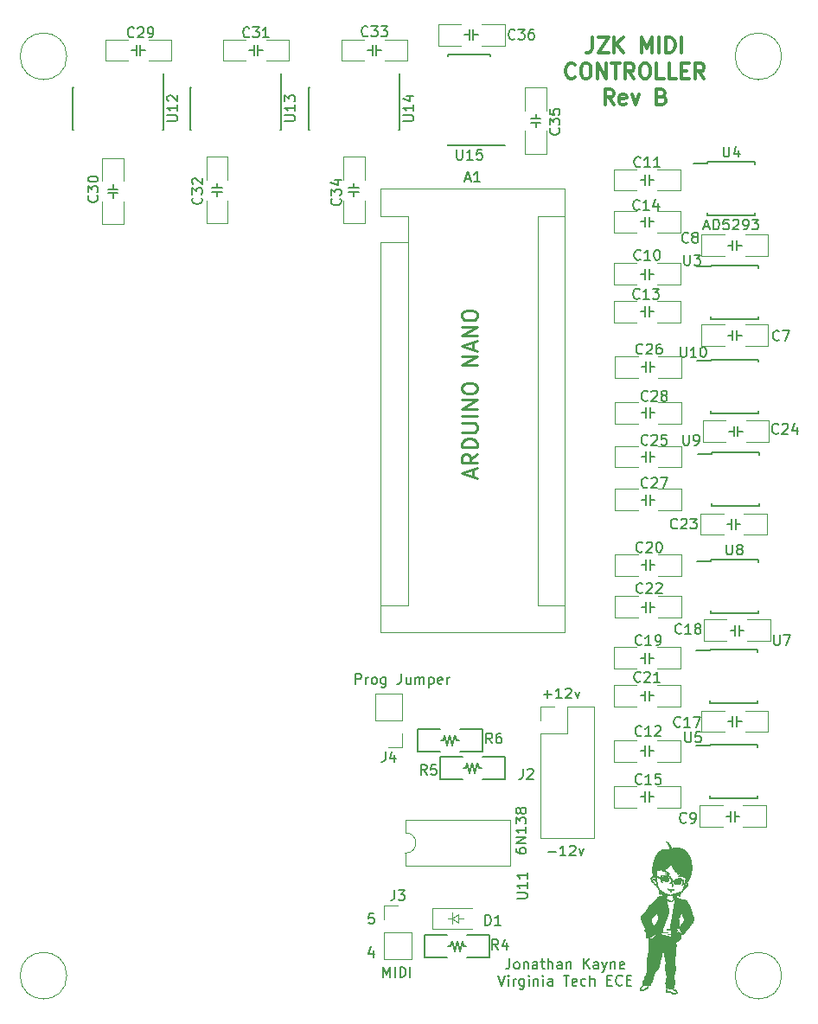
<source format=gto>
G04 #@! TF.GenerationSoftware,KiCad,Pcbnew,(5.1.0)-1*
G04 #@! TF.CreationDate,2019-05-27T20:42:00-04:00*
G04 #@! TF.ProjectId,MIDI Controller,4d494449-2043-46f6-9e74-726f6c6c6572,rev?*
G04 #@! TF.SameCoordinates,Original*
G04 #@! TF.FileFunction,Legend,Top*
G04 #@! TF.FilePolarity,Positive*
%FSLAX46Y46*%
G04 Gerber Fmt 4.6, Leading zero omitted, Abs format (unit mm)*
G04 Created by KiCad (PCBNEW (5.1.0)-1) date 2019-05-27 20:42:00*
%MOMM*%
%LPD*%
G04 APERTURE LIST*
%ADD10C,0.150000*%
%ADD11C,0.300000*%
%ADD12C,0.250000*%
%ADD13C,0.010000*%
%ADD14C,0.120000*%
%ADD15C,0.050000*%
%ADD16C,0.100000*%
G04 APERTURE END LIST*
D10*
X77338095Y-118902380D02*
X76861904Y-118902380D01*
X76814285Y-119378571D01*
X76861904Y-119330952D01*
X76957142Y-119283333D01*
X77195238Y-119283333D01*
X77290476Y-119330952D01*
X77338095Y-119378571D01*
X77385714Y-119473809D01*
X77385714Y-119711904D01*
X77338095Y-119807142D01*
X77290476Y-119854761D01*
X77195238Y-119902380D01*
X76957142Y-119902380D01*
X76861904Y-119854761D01*
X76814285Y-119807142D01*
X77290476Y-122535714D02*
X77290476Y-123202380D01*
X77052380Y-122154761D02*
X76814285Y-122869047D01*
X77433333Y-122869047D01*
X90647619Y-123327380D02*
X90647619Y-124041666D01*
X90600000Y-124184523D01*
X90504761Y-124279761D01*
X90361904Y-124327380D01*
X90266666Y-124327380D01*
X91266666Y-124327380D02*
X91171428Y-124279761D01*
X91123809Y-124232142D01*
X91076190Y-124136904D01*
X91076190Y-123851190D01*
X91123809Y-123755952D01*
X91171428Y-123708333D01*
X91266666Y-123660714D01*
X91409523Y-123660714D01*
X91504761Y-123708333D01*
X91552380Y-123755952D01*
X91600000Y-123851190D01*
X91600000Y-124136904D01*
X91552380Y-124232142D01*
X91504761Y-124279761D01*
X91409523Y-124327380D01*
X91266666Y-124327380D01*
X92028571Y-123660714D02*
X92028571Y-124327380D01*
X92028571Y-123755952D02*
X92076190Y-123708333D01*
X92171428Y-123660714D01*
X92314285Y-123660714D01*
X92409523Y-123708333D01*
X92457142Y-123803571D01*
X92457142Y-124327380D01*
X93361904Y-124327380D02*
X93361904Y-123803571D01*
X93314285Y-123708333D01*
X93219047Y-123660714D01*
X93028571Y-123660714D01*
X92933333Y-123708333D01*
X93361904Y-124279761D02*
X93266666Y-124327380D01*
X93028571Y-124327380D01*
X92933333Y-124279761D01*
X92885714Y-124184523D01*
X92885714Y-124089285D01*
X92933333Y-123994047D01*
X93028571Y-123946428D01*
X93266666Y-123946428D01*
X93361904Y-123898809D01*
X93695238Y-123660714D02*
X94076190Y-123660714D01*
X93838095Y-123327380D02*
X93838095Y-124184523D01*
X93885714Y-124279761D01*
X93980952Y-124327380D01*
X94076190Y-124327380D01*
X94409523Y-124327380D02*
X94409523Y-123327380D01*
X94838095Y-124327380D02*
X94838095Y-123803571D01*
X94790476Y-123708333D01*
X94695238Y-123660714D01*
X94552380Y-123660714D01*
X94457142Y-123708333D01*
X94409523Y-123755952D01*
X95742857Y-124327380D02*
X95742857Y-123803571D01*
X95695238Y-123708333D01*
X95600000Y-123660714D01*
X95409523Y-123660714D01*
X95314285Y-123708333D01*
X95742857Y-124279761D02*
X95647619Y-124327380D01*
X95409523Y-124327380D01*
X95314285Y-124279761D01*
X95266666Y-124184523D01*
X95266666Y-124089285D01*
X95314285Y-123994047D01*
X95409523Y-123946428D01*
X95647619Y-123946428D01*
X95742857Y-123898809D01*
X96219047Y-123660714D02*
X96219047Y-124327380D01*
X96219047Y-123755952D02*
X96266666Y-123708333D01*
X96361904Y-123660714D01*
X96504761Y-123660714D01*
X96600000Y-123708333D01*
X96647619Y-123803571D01*
X96647619Y-124327380D01*
X97885714Y-124327380D02*
X97885714Y-123327380D01*
X98457142Y-124327380D02*
X98028571Y-123755952D01*
X98457142Y-123327380D02*
X97885714Y-123898809D01*
X99314285Y-124327380D02*
X99314285Y-123803571D01*
X99266666Y-123708333D01*
X99171428Y-123660714D01*
X98980952Y-123660714D01*
X98885714Y-123708333D01*
X99314285Y-124279761D02*
X99219047Y-124327380D01*
X98980952Y-124327380D01*
X98885714Y-124279761D01*
X98838095Y-124184523D01*
X98838095Y-124089285D01*
X98885714Y-123994047D01*
X98980952Y-123946428D01*
X99219047Y-123946428D01*
X99314285Y-123898809D01*
X99695238Y-123660714D02*
X99933333Y-124327380D01*
X100171428Y-123660714D02*
X99933333Y-124327380D01*
X99838095Y-124565476D01*
X99790476Y-124613095D01*
X99695238Y-124660714D01*
X100552380Y-123660714D02*
X100552380Y-124327380D01*
X100552380Y-123755952D02*
X100600000Y-123708333D01*
X100695238Y-123660714D01*
X100838095Y-123660714D01*
X100933333Y-123708333D01*
X100980952Y-123803571D01*
X100980952Y-124327380D01*
X101838095Y-124279761D02*
X101742857Y-124327380D01*
X101552380Y-124327380D01*
X101457142Y-124279761D01*
X101409523Y-124184523D01*
X101409523Y-123803571D01*
X101457142Y-123708333D01*
X101552380Y-123660714D01*
X101742857Y-123660714D01*
X101838095Y-123708333D01*
X101885714Y-123803571D01*
X101885714Y-123898809D01*
X101409523Y-123994047D01*
X89528571Y-124977380D02*
X89861904Y-125977380D01*
X90195238Y-124977380D01*
X90528571Y-125977380D02*
X90528571Y-125310714D01*
X90528571Y-124977380D02*
X90480952Y-125025000D01*
X90528571Y-125072619D01*
X90576190Y-125025000D01*
X90528571Y-124977380D01*
X90528571Y-125072619D01*
X91004761Y-125977380D02*
X91004761Y-125310714D01*
X91004761Y-125501190D02*
X91052380Y-125405952D01*
X91100000Y-125358333D01*
X91195238Y-125310714D01*
X91290476Y-125310714D01*
X92052380Y-125310714D02*
X92052380Y-126120238D01*
X92004761Y-126215476D01*
X91957142Y-126263095D01*
X91861904Y-126310714D01*
X91719047Y-126310714D01*
X91623809Y-126263095D01*
X92052380Y-125929761D02*
X91957142Y-125977380D01*
X91766666Y-125977380D01*
X91671428Y-125929761D01*
X91623809Y-125882142D01*
X91576190Y-125786904D01*
X91576190Y-125501190D01*
X91623809Y-125405952D01*
X91671428Y-125358333D01*
X91766666Y-125310714D01*
X91957142Y-125310714D01*
X92052380Y-125358333D01*
X92528571Y-125977380D02*
X92528571Y-125310714D01*
X92528571Y-124977380D02*
X92480952Y-125025000D01*
X92528571Y-125072619D01*
X92576190Y-125025000D01*
X92528571Y-124977380D01*
X92528571Y-125072619D01*
X93004761Y-125310714D02*
X93004761Y-125977380D01*
X93004761Y-125405952D02*
X93052380Y-125358333D01*
X93147619Y-125310714D01*
X93290476Y-125310714D01*
X93385714Y-125358333D01*
X93433333Y-125453571D01*
X93433333Y-125977380D01*
X93909523Y-125977380D02*
X93909523Y-125310714D01*
X93909523Y-124977380D02*
X93861904Y-125025000D01*
X93909523Y-125072619D01*
X93957142Y-125025000D01*
X93909523Y-124977380D01*
X93909523Y-125072619D01*
X94814285Y-125977380D02*
X94814285Y-125453571D01*
X94766666Y-125358333D01*
X94671428Y-125310714D01*
X94480952Y-125310714D01*
X94385714Y-125358333D01*
X94814285Y-125929761D02*
X94719047Y-125977380D01*
X94480952Y-125977380D01*
X94385714Y-125929761D01*
X94338095Y-125834523D01*
X94338095Y-125739285D01*
X94385714Y-125644047D01*
X94480952Y-125596428D01*
X94719047Y-125596428D01*
X94814285Y-125548809D01*
X95909523Y-124977380D02*
X96480952Y-124977380D01*
X96195238Y-125977380D02*
X96195238Y-124977380D01*
X97195238Y-125929761D02*
X97100000Y-125977380D01*
X96909523Y-125977380D01*
X96814285Y-125929761D01*
X96766666Y-125834523D01*
X96766666Y-125453571D01*
X96814285Y-125358333D01*
X96909523Y-125310714D01*
X97100000Y-125310714D01*
X97195238Y-125358333D01*
X97242857Y-125453571D01*
X97242857Y-125548809D01*
X96766666Y-125644047D01*
X98100000Y-125929761D02*
X98004761Y-125977380D01*
X97814285Y-125977380D01*
X97719047Y-125929761D01*
X97671428Y-125882142D01*
X97623809Y-125786904D01*
X97623809Y-125501190D01*
X97671428Y-125405952D01*
X97719047Y-125358333D01*
X97814285Y-125310714D01*
X98004761Y-125310714D01*
X98100000Y-125358333D01*
X98528571Y-125977380D02*
X98528571Y-124977380D01*
X98957142Y-125977380D02*
X98957142Y-125453571D01*
X98909523Y-125358333D01*
X98814285Y-125310714D01*
X98671428Y-125310714D01*
X98576190Y-125358333D01*
X98528571Y-125405952D01*
X100195238Y-125453571D02*
X100528571Y-125453571D01*
X100671428Y-125977380D02*
X100195238Y-125977380D01*
X100195238Y-124977380D01*
X100671428Y-124977380D01*
X101671428Y-125882142D02*
X101623809Y-125929761D01*
X101480952Y-125977380D01*
X101385714Y-125977380D01*
X101242857Y-125929761D01*
X101147619Y-125834523D01*
X101100000Y-125739285D01*
X101052380Y-125548809D01*
X101052380Y-125405952D01*
X101100000Y-125215476D01*
X101147619Y-125120238D01*
X101242857Y-125025000D01*
X101385714Y-124977380D01*
X101480952Y-124977380D01*
X101623809Y-125025000D01*
X101671428Y-125072619D01*
X102100000Y-125453571D02*
X102433333Y-125453571D01*
X102576190Y-125977380D02*
X102100000Y-125977380D01*
X102100000Y-124977380D01*
X102576190Y-124977380D01*
D11*
X98757142Y-33128571D02*
X98757142Y-34200000D01*
X98685714Y-34414285D01*
X98542857Y-34557142D01*
X98328571Y-34628571D01*
X98185714Y-34628571D01*
X99328571Y-33128571D02*
X100328571Y-33128571D01*
X99328571Y-34628571D01*
X100328571Y-34628571D01*
X100900000Y-34628571D02*
X100900000Y-33128571D01*
X101757142Y-34628571D02*
X101114285Y-33771428D01*
X101757142Y-33128571D02*
X100900000Y-33985714D01*
X103542857Y-34628571D02*
X103542857Y-33128571D01*
X104042857Y-34200000D01*
X104542857Y-33128571D01*
X104542857Y-34628571D01*
X105257142Y-34628571D02*
X105257142Y-33128571D01*
X105971428Y-34628571D02*
X105971428Y-33128571D01*
X106328571Y-33128571D01*
X106542857Y-33200000D01*
X106685714Y-33342857D01*
X106757142Y-33485714D01*
X106828571Y-33771428D01*
X106828571Y-33985714D01*
X106757142Y-34271428D01*
X106685714Y-34414285D01*
X106542857Y-34557142D01*
X106328571Y-34628571D01*
X105971428Y-34628571D01*
X107471428Y-34628571D02*
X107471428Y-33128571D01*
X97042857Y-37035714D02*
X96971428Y-37107142D01*
X96757142Y-37178571D01*
X96614285Y-37178571D01*
X96400000Y-37107142D01*
X96257142Y-36964285D01*
X96185714Y-36821428D01*
X96114285Y-36535714D01*
X96114285Y-36321428D01*
X96185714Y-36035714D01*
X96257142Y-35892857D01*
X96400000Y-35750000D01*
X96614285Y-35678571D01*
X96757142Y-35678571D01*
X96971428Y-35750000D01*
X97042857Y-35821428D01*
X97971428Y-35678571D02*
X98257142Y-35678571D01*
X98400000Y-35750000D01*
X98542857Y-35892857D01*
X98614285Y-36178571D01*
X98614285Y-36678571D01*
X98542857Y-36964285D01*
X98400000Y-37107142D01*
X98257142Y-37178571D01*
X97971428Y-37178571D01*
X97828571Y-37107142D01*
X97685714Y-36964285D01*
X97614285Y-36678571D01*
X97614285Y-36178571D01*
X97685714Y-35892857D01*
X97828571Y-35750000D01*
X97971428Y-35678571D01*
X99257142Y-37178571D02*
X99257142Y-35678571D01*
X100114285Y-37178571D01*
X100114285Y-35678571D01*
X100614285Y-35678571D02*
X101471428Y-35678571D01*
X101042857Y-37178571D02*
X101042857Y-35678571D01*
X102828571Y-37178571D02*
X102328571Y-36464285D01*
X101971428Y-37178571D02*
X101971428Y-35678571D01*
X102542857Y-35678571D01*
X102685714Y-35750000D01*
X102757142Y-35821428D01*
X102828571Y-35964285D01*
X102828571Y-36178571D01*
X102757142Y-36321428D01*
X102685714Y-36392857D01*
X102542857Y-36464285D01*
X101971428Y-36464285D01*
X103757142Y-35678571D02*
X104042857Y-35678571D01*
X104185714Y-35750000D01*
X104328571Y-35892857D01*
X104400000Y-36178571D01*
X104400000Y-36678571D01*
X104328571Y-36964285D01*
X104185714Y-37107142D01*
X104042857Y-37178571D01*
X103757142Y-37178571D01*
X103614285Y-37107142D01*
X103471428Y-36964285D01*
X103400000Y-36678571D01*
X103400000Y-36178571D01*
X103471428Y-35892857D01*
X103614285Y-35750000D01*
X103757142Y-35678571D01*
X105757142Y-37178571D02*
X105042857Y-37178571D01*
X105042857Y-35678571D01*
X106971428Y-37178571D02*
X106257142Y-37178571D01*
X106257142Y-35678571D01*
X107471428Y-36392857D02*
X107971428Y-36392857D01*
X108185714Y-37178571D02*
X107471428Y-37178571D01*
X107471428Y-35678571D01*
X108185714Y-35678571D01*
X109685714Y-37178571D02*
X109185714Y-36464285D01*
X108828571Y-37178571D02*
X108828571Y-35678571D01*
X109400000Y-35678571D01*
X109542857Y-35750000D01*
X109614285Y-35821428D01*
X109685714Y-35964285D01*
X109685714Y-36178571D01*
X109614285Y-36321428D01*
X109542857Y-36392857D01*
X109400000Y-36464285D01*
X108828571Y-36464285D01*
X100828571Y-39728571D02*
X100328571Y-39014285D01*
X99971428Y-39728571D02*
X99971428Y-38228571D01*
X100542857Y-38228571D01*
X100685714Y-38300000D01*
X100757142Y-38371428D01*
X100828571Y-38514285D01*
X100828571Y-38728571D01*
X100757142Y-38871428D01*
X100685714Y-38942857D01*
X100542857Y-39014285D01*
X99971428Y-39014285D01*
X102042857Y-39657142D02*
X101900000Y-39728571D01*
X101614285Y-39728571D01*
X101471428Y-39657142D01*
X101400000Y-39514285D01*
X101400000Y-38942857D01*
X101471428Y-38800000D01*
X101614285Y-38728571D01*
X101900000Y-38728571D01*
X102042857Y-38800000D01*
X102114285Y-38942857D01*
X102114285Y-39085714D01*
X101400000Y-39228571D01*
X102614285Y-38728571D02*
X102971428Y-39728571D01*
X103328571Y-38728571D01*
X105542857Y-38942857D02*
X105757142Y-39014285D01*
X105828571Y-39085714D01*
X105900000Y-39228571D01*
X105900000Y-39442857D01*
X105828571Y-39585714D01*
X105757142Y-39657142D01*
X105614285Y-39728571D01*
X105042857Y-39728571D01*
X105042857Y-38228571D01*
X105542857Y-38228571D01*
X105685714Y-38300000D01*
X105757142Y-38371428D01*
X105828571Y-38514285D01*
X105828571Y-38657142D01*
X105757142Y-38800000D01*
X105685714Y-38871428D01*
X105542857Y-38942857D01*
X105042857Y-38942857D01*
D12*
X87050000Y-76142857D02*
X87050000Y-75428571D01*
X87478571Y-76285714D02*
X85978571Y-75785714D01*
X87478571Y-75285714D01*
X87478571Y-73928571D02*
X86764285Y-74428571D01*
X87478571Y-74785714D02*
X85978571Y-74785714D01*
X85978571Y-74214285D01*
X86050000Y-74071428D01*
X86121428Y-74000000D01*
X86264285Y-73928571D01*
X86478571Y-73928571D01*
X86621428Y-74000000D01*
X86692857Y-74071428D01*
X86764285Y-74214285D01*
X86764285Y-74785714D01*
X87478571Y-73285714D02*
X85978571Y-73285714D01*
X85978571Y-72928571D01*
X86050000Y-72714285D01*
X86192857Y-72571428D01*
X86335714Y-72500000D01*
X86621428Y-72428571D01*
X86835714Y-72428571D01*
X87121428Y-72500000D01*
X87264285Y-72571428D01*
X87407142Y-72714285D01*
X87478571Y-72928571D01*
X87478571Y-73285714D01*
X85978571Y-71785714D02*
X87192857Y-71785714D01*
X87335714Y-71714285D01*
X87407142Y-71642857D01*
X87478571Y-71500000D01*
X87478571Y-71214285D01*
X87407142Y-71071428D01*
X87335714Y-71000000D01*
X87192857Y-70928571D01*
X85978571Y-70928571D01*
X87478571Y-70214285D02*
X85978571Y-70214285D01*
X87478571Y-69500000D02*
X85978571Y-69500000D01*
X87478571Y-68642857D01*
X85978571Y-68642857D01*
X85978571Y-67642857D02*
X85978571Y-67357142D01*
X86050000Y-67214285D01*
X86192857Y-67071428D01*
X86478571Y-67000000D01*
X86978571Y-67000000D01*
X87264285Y-67071428D01*
X87407142Y-67214285D01*
X87478571Y-67357142D01*
X87478571Y-67642857D01*
X87407142Y-67785714D01*
X87264285Y-67928571D01*
X86978571Y-68000000D01*
X86478571Y-68000000D01*
X86192857Y-67928571D01*
X86050000Y-67785714D01*
X85978571Y-67642857D01*
X87478571Y-65214285D02*
X85978571Y-65214285D01*
X87478571Y-64357142D01*
X85978571Y-64357142D01*
X87050000Y-63714285D02*
X87050000Y-63000000D01*
X87478571Y-63857142D02*
X85978571Y-63357142D01*
X87478571Y-62857142D01*
X87478571Y-62357142D02*
X85978571Y-62357142D01*
X87478571Y-61500000D01*
X85978571Y-61500000D01*
X85978571Y-60500000D02*
X85978571Y-60214285D01*
X86050000Y-60071428D01*
X86192857Y-59928571D01*
X86478571Y-59857142D01*
X86978571Y-59857142D01*
X87264285Y-59928571D01*
X87407142Y-60071428D01*
X87478571Y-60214285D01*
X87478571Y-60500000D01*
X87407142Y-60642857D01*
X87264285Y-60785714D01*
X86978571Y-60857142D01*
X86478571Y-60857142D01*
X86192857Y-60785714D01*
X86050000Y-60642857D01*
X85978571Y-60500000D01*
D10*
X94385714Y-112871428D02*
X95147619Y-112871428D01*
X96147619Y-113252380D02*
X95576190Y-113252380D01*
X95861904Y-113252380D02*
X95861904Y-112252380D01*
X95766666Y-112395238D01*
X95671428Y-112490476D01*
X95576190Y-112538095D01*
X96528571Y-112347619D02*
X96576190Y-112300000D01*
X96671428Y-112252380D01*
X96909523Y-112252380D01*
X97004761Y-112300000D01*
X97052380Y-112347619D01*
X97100000Y-112442857D01*
X97100000Y-112538095D01*
X97052380Y-112680952D01*
X96480952Y-113252380D01*
X97100000Y-113252380D01*
X97433333Y-112585714D02*
X97671428Y-113252380D01*
X97909523Y-112585714D01*
X93985714Y-97471428D02*
X94747619Y-97471428D01*
X94366666Y-97852380D02*
X94366666Y-97090476D01*
X95747619Y-97852380D02*
X95176190Y-97852380D01*
X95461904Y-97852380D02*
X95461904Y-96852380D01*
X95366666Y-96995238D01*
X95271428Y-97090476D01*
X95176190Y-97138095D01*
X96128571Y-96947619D02*
X96176190Y-96900000D01*
X96271428Y-96852380D01*
X96509523Y-96852380D01*
X96604761Y-96900000D01*
X96652380Y-96947619D01*
X96700000Y-97042857D01*
X96700000Y-97138095D01*
X96652380Y-97280952D01*
X96080952Y-97852380D01*
X96700000Y-97852380D01*
X97033333Y-97185714D02*
X97271428Y-97852380D01*
X97509523Y-97185714D01*
D13*
G36*
X104702988Y-115475445D02*
G01*
X104736788Y-115491149D01*
X104773911Y-115516739D01*
X104813112Y-115551303D01*
X104853146Y-115593929D01*
X104892768Y-115643706D01*
X104930733Y-115699722D01*
X104946157Y-115725359D01*
X104957651Y-115745958D01*
X104964431Y-115759635D01*
X104965269Y-115763020D01*
X104959134Y-115757599D01*
X104943773Y-115742572D01*
X104920991Y-115719747D01*
X104892594Y-115690931D01*
X104863312Y-115660940D01*
X104816487Y-115614422D01*
X104774787Y-115576266D01*
X104739246Y-115547261D01*
X104710902Y-115528196D01*
X104690788Y-115519859D01*
X104680845Y-115521890D01*
X104674447Y-115533825D01*
X104667743Y-115553782D01*
X104666976Y-115556687D01*
X104659431Y-115577589D01*
X104651246Y-115582791D01*
X104642130Y-115572256D01*
X104633916Y-115552320D01*
X104627431Y-115529353D01*
X104627874Y-115512630D01*
X104633971Y-115496757D01*
X104650334Y-115477337D01*
X104673755Y-115470537D01*
X104702988Y-115475445D01*
X104702988Y-115475445D01*
G37*
X104702988Y-115475445D02*
X104736788Y-115491149D01*
X104773911Y-115516739D01*
X104813112Y-115551303D01*
X104853146Y-115593929D01*
X104892768Y-115643706D01*
X104930733Y-115699722D01*
X104946157Y-115725359D01*
X104957651Y-115745958D01*
X104964431Y-115759635D01*
X104965269Y-115763020D01*
X104959134Y-115757599D01*
X104943773Y-115742572D01*
X104920991Y-115719747D01*
X104892594Y-115690931D01*
X104863312Y-115660940D01*
X104816487Y-115614422D01*
X104774787Y-115576266D01*
X104739246Y-115547261D01*
X104710902Y-115528196D01*
X104690788Y-115519859D01*
X104680845Y-115521890D01*
X104674447Y-115533825D01*
X104667743Y-115553782D01*
X104666976Y-115556687D01*
X104659431Y-115577589D01*
X104651246Y-115582791D01*
X104642130Y-115572256D01*
X104633916Y-115552320D01*
X104627431Y-115529353D01*
X104627874Y-115512630D01*
X104633971Y-115496757D01*
X104650334Y-115477337D01*
X104673755Y-115470537D01*
X104702988Y-115475445D01*
G36*
X105894088Y-114981664D02*
G01*
X105921504Y-114987084D01*
X105957086Y-114996967D01*
X105997632Y-115010402D01*
X106039936Y-115026477D01*
X106049519Y-115030427D01*
X106073103Y-115041584D01*
X106100994Y-115056658D01*
X106129800Y-115073556D01*
X106156125Y-115090181D01*
X106176576Y-115104437D01*
X106187757Y-115114231D01*
X106188875Y-115116452D01*
X106185933Y-115119486D01*
X106175681Y-115116570D01*
X106155977Y-115106827D01*
X106129835Y-115092317D01*
X106097583Y-115075524D01*
X106058654Y-115057570D01*
X106016594Y-115039834D01*
X105974949Y-115023698D01*
X105937265Y-115010540D01*
X105907088Y-115001742D01*
X105889234Y-114998688D01*
X105869880Y-114995966D01*
X105863930Y-114990417D01*
X105872446Y-114983661D01*
X105878046Y-114981620D01*
X105894088Y-114981664D01*
X105894088Y-114981664D01*
G37*
X105894088Y-114981664D02*
X105921504Y-114987084D01*
X105957086Y-114996967D01*
X105997632Y-115010402D01*
X106039936Y-115026477D01*
X106049519Y-115030427D01*
X106073103Y-115041584D01*
X106100994Y-115056658D01*
X106129800Y-115073556D01*
X106156125Y-115090181D01*
X106176576Y-115104437D01*
X106187757Y-115114231D01*
X106188875Y-115116452D01*
X106185933Y-115119486D01*
X106175681Y-115116570D01*
X106155977Y-115106827D01*
X106129835Y-115092317D01*
X106097583Y-115075524D01*
X106058654Y-115057570D01*
X106016594Y-115039834D01*
X105974949Y-115023698D01*
X105937265Y-115010540D01*
X105907088Y-115001742D01*
X105889234Y-114998688D01*
X105869880Y-114995966D01*
X105863930Y-114990417D01*
X105872446Y-114983661D01*
X105878046Y-114981620D01*
X105894088Y-114981664D01*
G36*
X107272057Y-115389462D02*
G01*
X107316409Y-115390824D01*
X107356282Y-115393048D01*
X107388287Y-115396124D01*
X107391406Y-115396546D01*
X107402881Y-115398751D01*
X107402044Y-115400495D01*
X107388186Y-115401816D01*
X107360597Y-115402752D01*
X107318565Y-115403343D01*
X107261381Y-115403626D01*
X107260437Y-115403628D01*
X107200027Y-115403542D01*
X107154585Y-115402966D01*
X107123211Y-115401855D01*
X107105005Y-115400165D01*
X107099065Y-115397853D01*
X107101687Y-115395855D01*
X107117615Y-115392789D01*
X107146004Y-115390625D01*
X107183466Y-115389355D01*
X107226613Y-115388970D01*
X107272057Y-115389462D01*
X107272057Y-115389462D01*
G37*
X107272057Y-115389462D02*
X107316409Y-115390824D01*
X107356282Y-115393048D01*
X107388287Y-115396124D01*
X107391406Y-115396546D01*
X107402881Y-115398751D01*
X107402044Y-115400495D01*
X107388186Y-115401816D01*
X107360597Y-115402752D01*
X107318565Y-115403343D01*
X107261381Y-115403626D01*
X107260437Y-115403628D01*
X107200027Y-115403542D01*
X107154585Y-115402966D01*
X107123211Y-115401855D01*
X107105005Y-115400165D01*
X107099065Y-115397853D01*
X107101687Y-115395855D01*
X107117615Y-115392789D01*
X107146004Y-115390625D01*
X107183466Y-115389355D01*
X107226613Y-115388970D01*
X107272057Y-115389462D01*
G36*
X106388183Y-115450776D02*
G01*
X106409426Y-115455523D01*
X106438010Y-115463638D01*
X106451531Y-115467910D01*
X106518281Y-115489632D01*
X106516590Y-115582691D01*
X106516487Y-115618995D01*
X106517462Y-115648673D01*
X106519339Y-115668624D01*
X106521882Y-115675750D01*
X106530464Y-115669482D01*
X106532178Y-115665828D01*
X106542664Y-115657855D01*
X106564742Y-115655956D01*
X106595508Y-115659733D01*
X106632058Y-115668789D01*
X106671486Y-115682729D01*
X106679045Y-115685888D01*
X106744560Y-115713992D01*
X106749605Y-115692886D01*
X106760870Y-115658272D01*
X106777655Y-115621300D01*
X106797182Y-115587154D01*
X106816676Y-115561017D01*
X106824179Y-115553680D01*
X106843578Y-115539502D01*
X106861070Y-115534350D01*
X106885074Y-115535843D01*
X106886501Y-115536037D01*
X106920249Y-115543694D01*
X106943607Y-115554876D01*
X106955626Y-115567781D01*
X106955358Y-115580609D01*
X106941855Y-115591557D01*
X106919160Y-115598058D01*
X106888889Y-115608874D01*
X106863067Y-115630940D01*
X106840871Y-115665465D01*
X106821475Y-115713658D01*
X106807784Y-115761423D01*
X106796007Y-115819377D01*
X106793002Y-115866811D01*
X106798783Y-115906447D01*
X106808607Y-115932117D01*
X106823403Y-115962889D01*
X106831576Y-115983152D01*
X106833955Y-115996415D01*
X106831371Y-116006186D01*
X106827530Y-116012180D01*
X106818101Y-116021257D01*
X106805398Y-116021995D01*
X106789996Y-116017669D01*
X106758897Y-116000814D01*
X106731499Y-115974532D01*
X106714280Y-115945625D01*
X106711192Y-115922875D01*
X106713499Y-115886560D01*
X106716684Y-115863609D01*
X106721309Y-115829624D01*
X106722143Y-115808969D01*
X106719216Y-115799564D01*
X106717643Y-115798636D01*
X106697403Y-115792954D01*
X106668988Y-115785851D01*
X106636836Y-115778329D01*
X106605386Y-115771386D01*
X106579075Y-115766025D01*
X106562342Y-115763244D01*
X106559795Y-115763062D01*
X106549472Y-115766004D01*
X106548066Y-115777718D01*
X106549338Y-115784890D01*
X106552234Y-115802614D01*
X106556039Y-115831034D01*
X106560086Y-115865048D01*
X106561525Y-115878156D01*
X106566052Y-115913629D01*
X106572907Y-115959085D01*
X106581201Y-116008959D01*
X106590046Y-116057688D01*
X106591079Y-116063074D01*
X106599942Y-116110266D01*
X106605326Y-116144662D01*
X106606984Y-116169009D01*
X106604666Y-116186054D01*
X106598125Y-116198544D01*
X106587112Y-116209225D01*
X106577198Y-116216673D01*
X106556696Y-116227844D01*
X106534122Y-116234970D01*
X106514033Y-116237328D01*
X106500988Y-116234190D01*
X106498437Y-116229213D01*
X106503969Y-116217455D01*
X106518118Y-116200375D01*
X106529285Y-116189477D01*
X106560133Y-116161608D01*
X106544167Y-116079413D01*
X106535159Y-116021850D01*
X106529659Y-115958239D01*
X106527287Y-115884001D01*
X106527210Y-115876198D01*
X106526557Y-115834399D01*
X106525409Y-115798847D01*
X106523903Y-115772264D01*
X106522172Y-115757372D01*
X106521198Y-115755151D01*
X106518155Y-115762419D01*
X106514587Y-115781719D01*
X106511157Y-115809251D01*
X106510431Y-115816640D01*
X106503565Y-115865879D01*
X106492411Y-115901390D01*
X106475230Y-115925118D01*
X106450285Y-115939003D01*
X106415837Y-115944987D01*
X106395000Y-115945625D01*
X106356063Y-115943144D01*
X106330036Y-115935984D01*
X106317776Y-115924568D01*
X106320137Y-115909322D01*
X106320497Y-115908721D01*
X106334218Y-115896701D01*
X106352247Y-115889237D01*
X106377476Y-115883362D01*
X106396441Y-115879028D01*
X106409221Y-115873831D01*
X106419140Y-115863484D01*
X106426607Y-115846140D01*
X106432033Y-115819954D01*
X106435826Y-115783080D01*
X106438397Y-115733673D01*
X106439860Y-115683446D01*
X106443059Y-115544299D01*
X106407248Y-115509153D01*
X106383808Y-115483974D01*
X106372840Y-115466195D01*
X106373631Y-115454375D01*
X106378110Y-115450313D01*
X106388183Y-115450776D01*
X106388183Y-115450776D01*
G37*
X106388183Y-115450776D02*
X106409426Y-115455523D01*
X106438010Y-115463638D01*
X106451531Y-115467910D01*
X106518281Y-115489632D01*
X106516590Y-115582691D01*
X106516487Y-115618995D01*
X106517462Y-115648673D01*
X106519339Y-115668624D01*
X106521882Y-115675750D01*
X106530464Y-115669482D01*
X106532178Y-115665828D01*
X106542664Y-115657855D01*
X106564742Y-115655956D01*
X106595508Y-115659733D01*
X106632058Y-115668789D01*
X106671486Y-115682729D01*
X106679045Y-115685888D01*
X106744560Y-115713992D01*
X106749605Y-115692886D01*
X106760870Y-115658272D01*
X106777655Y-115621300D01*
X106797182Y-115587154D01*
X106816676Y-115561017D01*
X106824179Y-115553680D01*
X106843578Y-115539502D01*
X106861070Y-115534350D01*
X106885074Y-115535843D01*
X106886501Y-115536037D01*
X106920249Y-115543694D01*
X106943607Y-115554876D01*
X106955626Y-115567781D01*
X106955358Y-115580609D01*
X106941855Y-115591557D01*
X106919160Y-115598058D01*
X106888889Y-115608874D01*
X106863067Y-115630940D01*
X106840871Y-115665465D01*
X106821475Y-115713658D01*
X106807784Y-115761423D01*
X106796007Y-115819377D01*
X106793002Y-115866811D01*
X106798783Y-115906447D01*
X106808607Y-115932117D01*
X106823403Y-115962889D01*
X106831576Y-115983152D01*
X106833955Y-115996415D01*
X106831371Y-116006186D01*
X106827530Y-116012180D01*
X106818101Y-116021257D01*
X106805398Y-116021995D01*
X106789996Y-116017669D01*
X106758897Y-116000814D01*
X106731499Y-115974532D01*
X106714280Y-115945625D01*
X106711192Y-115922875D01*
X106713499Y-115886560D01*
X106716684Y-115863609D01*
X106721309Y-115829624D01*
X106722143Y-115808969D01*
X106719216Y-115799564D01*
X106717643Y-115798636D01*
X106697403Y-115792954D01*
X106668988Y-115785851D01*
X106636836Y-115778329D01*
X106605386Y-115771386D01*
X106579075Y-115766025D01*
X106562342Y-115763244D01*
X106559795Y-115763062D01*
X106549472Y-115766004D01*
X106548066Y-115777718D01*
X106549338Y-115784890D01*
X106552234Y-115802614D01*
X106556039Y-115831034D01*
X106560086Y-115865048D01*
X106561525Y-115878156D01*
X106566052Y-115913629D01*
X106572907Y-115959085D01*
X106581201Y-116008959D01*
X106590046Y-116057688D01*
X106591079Y-116063074D01*
X106599942Y-116110266D01*
X106605326Y-116144662D01*
X106606984Y-116169009D01*
X106604666Y-116186054D01*
X106598125Y-116198544D01*
X106587112Y-116209225D01*
X106577198Y-116216673D01*
X106556696Y-116227844D01*
X106534122Y-116234970D01*
X106514033Y-116237328D01*
X106500988Y-116234190D01*
X106498437Y-116229213D01*
X106503969Y-116217455D01*
X106518118Y-116200375D01*
X106529285Y-116189477D01*
X106560133Y-116161608D01*
X106544167Y-116079413D01*
X106535159Y-116021850D01*
X106529659Y-115958239D01*
X106527287Y-115884001D01*
X106527210Y-115876198D01*
X106526557Y-115834399D01*
X106525409Y-115798847D01*
X106523903Y-115772264D01*
X106522172Y-115757372D01*
X106521198Y-115755151D01*
X106518155Y-115762419D01*
X106514587Y-115781719D01*
X106511157Y-115809251D01*
X106510431Y-115816640D01*
X106503565Y-115865879D01*
X106492411Y-115901390D01*
X106475230Y-115925118D01*
X106450285Y-115939003D01*
X106415837Y-115944987D01*
X106395000Y-115945625D01*
X106356063Y-115943144D01*
X106330036Y-115935984D01*
X106317776Y-115924568D01*
X106320137Y-115909322D01*
X106320497Y-115908721D01*
X106334218Y-115896701D01*
X106352247Y-115889237D01*
X106377476Y-115883362D01*
X106396441Y-115879028D01*
X106409221Y-115873831D01*
X106419140Y-115863484D01*
X106426607Y-115846140D01*
X106432033Y-115819954D01*
X106435826Y-115783080D01*
X106438397Y-115733673D01*
X106439860Y-115683446D01*
X106443059Y-115544299D01*
X106407248Y-115509153D01*
X106383808Y-115483974D01*
X106372840Y-115466195D01*
X106373631Y-115454375D01*
X106378110Y-115450313D01*
X106388183Y-115450776D01*
G36*
X106115576Y-116474894D02*
G01*
X106136964Y-116489409D01*
X106143438Y-116493998D01*
X106169729Y-116511390D01*
X106195281Y-116524730D01*
X106222747Y-116534538D01*
X106254777Y-116541337D01*
X106294024Y-116545646D01*
X106343138Y-116547987D01*
X106404772Y-116548880D01*
X106423031Y-116548940D01*
X106505487Y-116549915D01*
X106572338Y-116552556D01*
X106623770Y-116556897D01*
X106659969Y-116562969D01*
X106681122Y-116570805D01*
X106687412Y-116580437D01*
X106679028Y-116591897D01*
X106677498Y-116593065D01*
X106669934Y-116596614D01*
X106656857Y-116599366D01*
X106636525Y-116601408D01*
X106607200Y-116602824D01*
X106567141Y-116603700D01*
X106514609Y-116604121D01*
X106451279Y-116604178D01*
X106385812Y-116603974D01*
X106334069Y-116603461D01*
X106293901Y-116602511D01*
X106263159Y-116601002D01*
X106239692Y-116598808D01*
X106221352Y-116595804D01*
X106205989Y-116591866D01*
X106198778Y-116589516D01*
X106172092Y-116578675D01*
X106149585Y-116566752D01*
X106140975Y-116560532D01*
X106121388Y-116538589D01*
X106105458Y-116513278D01*
X106096107Y-116489883D01*
X106095040Y-116477478D01*
X106097474Y-116469904D01*
X106103366Y-116468717D01*
X106115576Y-116474894D01*
X106115576Y-116474894D01*
G37*
X106115576Y-116474894D02*
X106136964Y-116489409D01*
X106143438Y-116493998D01*
X106169729Y-116511390D01*
X106195281Y-116524730D01*
X106222747Y-116534538D01*
X106254777Y-116541337D01*
X106294024Y-116545646D01*
X106343138Y-116547987D01*
X106404772Y-116548880D01*
X106423031Y-116548940D01*
X106505487Y-116549915D01*
X106572338Y-116552556D01*
X106623770Y-116556897D01*
X106659969Y-116562969D01*
X106681122Y-116570805D01*
X106687412Y-116580437D01*
X106679028Y-116591897D01*
X106677498Y-116593065D01*
X106669934Y-116596614D01*
X106656857Y-116599366D01*
X106636525Y-116601408D01*
X106607200Y-116602824D01*
X106567141Y-116603700D01*
X106514609Y-116604121D01*
X106451279Y-116604178D01*
X106385812Y-116603974D01*
X106334069Y-116603461D01*
X106293901Y-116602511D01*
X106263159Y-116601002D01*
X106239692Y-116598808D01*
X106221352Y-116595804D01*
X106205989Y-116591866D01*
X106198778Y-116589516D01*
X106172092Y-116578675D01*
X106149585Y-116566752D01*
X106140975Y-116560532D01*
X106121388Y-116538589D01*
X106105458Y-116513278D01*
X106096107Y-116489883D01*
X106095040Y-116477478D01*
X106097474Y-116469904D01*
X106103366Y-116468717D01*
X106115576Y-116474894D01*
G36*
X106374844Y-116724954D02*
G01*
X106397579Y-116728632D01*
X106424644Y-116733504D01*
X106450431Y-116738541D01*
X106469338Y-116742713D01*
X106474402Y-116744133D01*
X106482104Y-116748543D01*
X106475606Y-116754787D01*
X106474402Y-116755555D01*
X106454381Y-116761513D01*
X106426481Y-116762222D01*
X106397678Y-116758030D01*
X106377390Y-116750709D01*
X106362101Y-116739706D01*
X106355284Y-116729546D01*
X106358966Y-116723819D01*
X106362042Y-116723500D01*
X106374844Y-116724954D01*
X106374844Y-116724954D01*
G37*
X106374844Y-116724954D02*
X106397579Y-116728632D01*
X106424644Y-116733504D01*
X106450431Y-116738541D01*
X106469338Y-116742713D01*
X106474402Y-116744133D01*
X106482104Y-116748543D01*
X106475606Y-116754787D01*
X106474402Y-116755555D01*
X106454381Y-116761513D01*
X106426481Y-116762222D01*
X106397678Y-116758030D01*
X106377390Y-116750709D01*
X106362101Y-116739706D01*
X106355284Y-116729546D01*
X106358966Y-116723819D01*
X106362042Y-116723500D01*
X106374844Y-116724954D01*
G36*
X105979635Y-111870915D02*
G01*
X105984484Y-111873774D01*
X106003970Y-111884111D01*
X106018828Y-111889367D01*
X106020561Y-111889532D01*
X106034972Y-111894537D01*
X106058260Y-111908079D01*
X106087542Y-111928031D01*
X106119938Y-111952264D01*
X106152565Y-111978649D01*
X106182543Y-112005059D01*
X106200269Y-112022277D01*
X106228656Y-112053283D01*
X106260743Y-112091287D01*
X106291386Y-112130100D01*
X106304313Y-112147531D01*
X106331391Y-112188445D01*
X106361851Y-112240012D01*
X106393512Y-112298015D01*
X106424194Y-112358239D01*
X106451716Y-112416467D01*
X106473900Y-112468484D01*
X106483306Y-112493695D01*
X106501474Y-112546172D01*
X106541627Y-112522407D01*
X106612624Y-112486188D01*
X106687066Y-112460134D01*
X106766972Y-112443952D01*
X106854363Y-112437346D01*
X106951259Y-112440025D01*
X107043186Y-112449457D01*
X107137679Y-112463604D01*
X107221093Y-112480338D01*
X107298182Y-112501060D01*
X107373696Y-112527170D01*
X107452388Y-112560068D01*
X107510468Y-112587191D01*
X107650608Y-112660809D01*
X107775596Y-112738995D01*
X107885417Y-112821739D01*
X107980054Y-112909027D01*
X108059494Y-113000848D01*
X108085068Y-113036020D01*
X108139816Y-113123835D01*
X108192502Y-113225129D01*
X108242309Y-113337553D01*
X108288420Y-113458761D01*
X108330015Y-113586404D01*
X108366279Y-113718135D01*
X108396394Y-113851606D01*
X108419541Y-113984470D01*
X108422459Y-114004906D01*
X108433763Y-114102796D01*
X108441936Y-114208238D01*
X108446909Y-114317298D01*
X108448611Y-114426039D01*
X108446972Y-114530527D01*
X108441922Y-114626827D01*
X108434877Y-114699437D01*
X108423876Y-114773829D01*
X108408274Y-114858595D01*
X108389094Y-114949268D01*
X108367360Y-115041375D01*
X108344095Y-115130447D01*
X108320323Y-115212014D01*
X108310534Y-115242653D01*
X108295577Y-115282950D01*
X108274066Y-115333914D01*
X108247473Y-115392517D01*
X108217271Y-115455729D01*
X108184934Y-115520523D01*
X108151933Y-115583868D01*
X108119742Y-115642737D01*
X108095959Y-115683907D01*
X108065169Y-115733436D01*
X108035152Y-115777683D01*
X108007466Y-115814601D01*
X107983672Y-115842143D01*
X107965328Y-115858263D01*
X107961482Y-115860405D01*
X107947288Y-115870095D01*
X107948446Y-115879520D01*
X107965156Y-115889012D01*
X107981819Y-115894613D01*
X108022329Y-115912499D01*
X108049962Y-115938934D01*
X108065320Y-115974846D01*
X108069008Y-116021164D01*
X108068647Y-116028225D01*
X108060743Y-116077225D01*
X108042675Y-116125598D01*
X108013267Y-116175551D01*
X107971344Y-116229294D01*
X107947281Y-116256167D01*
X107915323Y-116291968D01*
X107882337Y-116331142D01*
X107852664Y-116368420D01*
X107834326Y-116393200D01*
X107809971Y-116425421D01*
X107778707Y-116463289D01*
X107745067Y-116501448D01*
X107721275Y-116526761D01*
X107691964Y-116556487D01*
X107670936Y-116576416D01*
X107655645Y-116588361D01*
X107643545Y-116594133D01*
X107632090Y-116595544D01*
X107625199Y-116595123D01*
X107611700Y-116594497D01*
X107601844Y-116597563D01*
X107592939Y-116607063D01*
X107582293Y-116625738D01*
X107569286Y-116652062D01*
X107554058Y-116680806D01*
X107535217Y-116712598D01*
X107514829Y-116744396D01*
X107494959Y-116773153D01*
X107477672Y-116795828D01*
X107465034Y-116809376D01*
X107460875Y-116811825D01*
X107448860Y-116813399D01*
X107437189Y-116814703D01*
X107413097Y-116822905D01*
X107395761Y-116843029D01*
X107386786Y-116864379D01*
X107376097Y-116891459D01*
X107363446Y-116917009D01*
X107363266Y-116917322D01*
X107355448Y-116934402D01*
X107344635Y-116962764D01*
X107332262Y-116998446D01*
X107319903Y-117037031D01*
X107305220Y-117084529D01*
X107294187Y-117119023D01*
X107285909Y-117142723D01*
X107279494Y-117157836D01*
X107274049Y-117166571D01*
X107268681Y-117171135D01*
X107264980Y-117172846D01*
X107253135Y-117171088D01*
X107232009Y-117162480D01*
X107205679Y-117148751D01*
X107199112Y-117144929D01*
X107166999Y-117127137D01*
X107134182Y-117111021D01*
X107107540Y-117099949D01*
X107106579Y-117099617D01*
X107068445Y-117086624D01*
X107019582Y-117120708D01*
X106987215Y-117143118D01*
X106952267Y-117167061D01*
X106926770Y-117184341D01*
X106895766Y-117205887D01*
X106877291Y-117221107D01*
X106870230Y-117231796D01*
X106873469Y-117239746D01*
X106885895Y-117246750D01*
X106887564Y-117247453D01*
X106906776Y-117259268D01*
X106929179Y-117278403D01*
X106941271Y-117291001D01*
X106982054Y-117330615D01*
X107032844Y-117369511D01*
X107088131Y-117403610D01*
X107105709Y-117412760D01*
X107130814Y-117423022D01*
X107169123Y-117435840D01*
X107218284Y-117450614D01*
X107275941Y-117466746D01*
X107339743Y-117483639D01*
X107407333Y-117500692D01*
X107476360Y-117517308D01*
X107544469Y-117532888D01*
X107609306Y-117546834D01*
X107668517Y-117558546D01*
X107703627Y-117564806D01*
X107759815Y-117574719D01*
X107802734Y-117583450D01*
X107834888Y-117591632D01*
X107858777Y-117599899D01*
X107876267Y-117608506D01*
X107896305Y-117622118D01*
X107908989Y-117634328D01*
X107911312Y-117639380D01*
X107916241Y-117650116D01*
X107929213Y-117668655D01*
X107947506Y-117691134D01*
X107949015Y-117692870D01*
X107991527Y-117744161D01*
X108031729Y-117798523D01*
X108070921Y-117858115D01*
X108110407Y-117925095D01*
X108151488Y-118001624D01*
X108195465Y-118089859D01*
X108222137Y-118145814D01*
X108267292Y-118244310D01*
X108306226Y-118335192D01*
X108340901Y-118423595D01*
X108373279Y-118514652D01*
X108405323Y-118613495D01*
X108422901Y-118670989D01*
X108451590Y-118763719D01*
X108482778Y-118859699D01*
X108515065Y-118954854D01*
X108547050Y-119045108D01*
X108577335Y-119126385D01*
X108593380Y-119167333D01*
X108626479Y-119261073D01*
X108647011Y-119347156D01*
X108654956Y-119427651D01*
X108650292Y-119504629D01*
X108632999Y-119580161D01*
X108603055Y-119656316D01*
X108588105Y-119686325D01*
X108559366Y-119736994D01*
X108522167Y-119796342D01*
X108478652Y-119861233D01*
X108430964Y-119928530D01*
X108381249Y-119995097D01*
X108347875Y-120037726D01*
X108320207Y-120072428D01*
X108285906Y-120115593D01*
X108248156Y-120163208D01*
X108210138Y-120211257D01*
X108182350Y-120246451D01*
X108135077Y-120305846D01*
X108095686Y-120353740D01*
X108062662Y-120391431D01*
X108034490Y-120420213D01*
X108009655Y-120441382D01*
X107986642Y-120456235D01*
X107963937Y-120466066D01*
X107940024Y-120472171D01*
X107914268Y-120475757D01*
X107889083Y-120479297D01*
X107876137Y-120484339D01*
X107871794Y-120492586D01*
X107871625Y-120495713D01*
X107868706Y-120519247D01*
X107860793Y-120553345D01*
X107849152Y-120593985D01*
X107835048Y-120637141D01*
X107819747Y-120678790D01*
X107804514Y-120714907D01*
X107799214Y-120725934D01*
X107769548Y-120776002D01*
X107734422Y-120820758D01*
X107696144Y-120858168D01*
X107657020Y-120886197D01*
X107619358Y-120902811D01*
X107594404Y-120906562D01*
X107567764Y-120899376D01*
X107542749Y-120882151D01*
X107514947Y-120857740D01*
X107488895Y-120877245D01*
X107449919Y-120902746D01*
X107415262Y-120918209D01*
X107391800Y-120922437D01*
X107380404Y-120923458D01*
X107374353Y-120929059D01*
X107371954Y-120943048D01*
X107371515Y-120968078D01*
X107370167Y-120996593D01*
X107366599Y-121034385D01*
X107361459Y-121075114D01*
X107358744Y-121093093D01*
X107353358Y-121134679D01*
X107348750Y-121185020D01*
X107345491Y-121237001D01*
X107344269Y-121273212D01*
X107342805Y-121321238D01*
X107340206Y-121355288D01*
X107336260Y-121377232D01*
X107331285Y-121388305D01*
X107300058Y-121426870D01*
X107273373Y-121456105D01*
X107247095Y-121479974D01*
X107217090Y-121502440D01*
X107200512Y-121513649D01*
X107152408Y-121543658D01*
X107096297Y-121575826D01*
X107037753Y-121607147D01*
X106982349Y-121634615D01*
X106945600Y-121651135D01*
X106904608Y-121668419D01*
X106908132Y-121809381D01*
X106909474Y-121857962D01*
X106910970Y-121903620D01*
X106912489Y-121942910D01*
X106913901Y-121972383D01*
X106914819Y-121986062D01*
X106916118Y-122019756D01*
X106915491Y-122066931D01*
X106913112Y-122125333D01*
X106909156Y-122192707D01*
X106903796Y-122266798D01*
X106897209Y-122345353D01*
X106889567Y-122426117D01*
X106881047Y-122506835D01*
X106871822Y-122585253D01*
X106863498Y-122648843D01*
X106855282Y-122714711D01*
X106847156Y-122791516D01*
X106839572Y-122874325D01*
X106832985Y-122958206D01*
X106828097Y-123033812D01*
X106823089Y-123119285D01*
X106818424Y-123192078D01*
X106813815Y-123255372D01*
X106808973Y-123312350D01*
X106803612Y-123366194D01*
X106797445Y-123420085D01*
X106790185Y-123477206D01*
X106783876Y-123523891D01*
X106775196Y-123593690D01*
X106770350Y-123652236D01*
X106769397Y-123703697D01*
X106772400Y-123752240D01*
X106779420Y-123802035D01*
X106788656Y-123848755D01*
X106796584Y-123888659D01*
X106805600Y-123939430D01*
X106814895Y-123996178D01*
X106823657Y-124054007D01*
X106829168Y-124093468D01*
X106840670Y-124194842D01*
X106846072Y-124285188D01*
X106845101Y-124368245D01*
X106837485Y-124447752D01*
X106822951Y-124527448D01*
X106801227Y-124611072D01*
X106788371Y-124653062D01*
X106775619Y-124698749D01*
X106762278Y-124756903D01*
X106749056Y-124824169D01*
X106736663Y-124897193D01*
X106736360Y-124899125D01*
X106724644Y-124975311D01*
X106715531Y-125037935D01*
X106708832Y-125089062D01*
X106704360Y-125130755D01*
X106701925Y-125165081D01*
X106701339Y-125194105D01*
X106702413Y-125219890D01*
X106704885Y-125243929D01*
X106713947Y-125295366D01*
X106728381Y-125355503D01*
X106746588Y-125418781D01*
X106766968Y-125479636D01*
X106787792Y-125532214D01*
X106805747Y-125577494D01*
X106814623Y-125613988D01*
X106814344Y-125645989D01*
X106804833Y-125677789D01*
X106786013Y-125713680D01*
X106784494Y-125716210D01*
X106775017Y-125732607D01*
X106766700Y-125749168D01*
X106759074Y-125767684D01*
X106751671Y-125789944D01*
X106744022Y-125817740D01*
X106735659Y-125852863D01*
X106726113Y-125897101D01*
X106714916Y-125952248D01*
X106701599Y-126020092D01*
X106691960Y-126069906D01*
X106683806Y-126110528D01*
X106675849Y-126147275D01*
X106668943Y-126176385D01*
X106663941Y-126194099D01*
X106663503Y-126195296D01*
X106648163Y-126216740D01*
X106623962Y-126233403D01*
X106597914Y-126240540D01*
X106596565Y-126240562D01*
X106589924Y-126242705D01*
X106593419Y-126250742D01*
X106606093Y-126265100D01*
X106633819Y-126292005D01*
X106658968Y-126309532D01*
X106686926Y-126320192D01*
X106723078Y-126326492D01*
X106742110Y-126328451D01*
X106782178Y-126333390D01*
X106811113Y-126340432D01*
X106833633Y-126350826D01*
X106838669Y-126353999D01*
X106859099Y-126370734D01*
X106885175Y-126396619D01*
X106913915Y-126428153D01*
X106942339Y-126461838D01*
X106967463Y-126494173D01*
X106986308Y-126521658D01*
X106994496Y-126536911D01*
X107003981Y-126574568D01*
X107004944Y-126616555D01*
X106997515Y-126655418D01*
X106992165Y-126668537D01*
X106970544Y-126697213D01*
X106936533Y-126724985D01*
X106893612Y-126750440D01*
X106845258Y-126772161D01*
X106794948Y-126788733D01*
X106746162Y-126798740D01*
X106702376Y-126800766D01*
X106677031Y-126796808D01*
X106652600Y-126789289D01*
X106630153Y-126780091D01*
X106605731Y-126767174D01*
X106575374Y-126748500D01*
X106546453Y-126729571D01*
X106517273Y-126710814D01*
X106492429Y-126695961D01*
X106475215Y-126686919D01*
X106469638Y-126685062D01*
X106458063Y-126679364D01*
X106445435Y-126666829D01*
X106434183Y-126654104D01*
X106421566Y-126643987D01*
X106405551Y-126636050D01*
X106384107Y-126629861D01*
X106355204Y-126624993D01*
X106316808Y-126621013D01*
X106266889Y-126617494D01*
X106203415Y-126614004D01*
X106193418Y-126613497D01*
X106126299Y-126609708D01*
X106073179Y-126605661D01*
X106032184Y-126601061D01*
X106001438Y-126595608D01*
X105979066Y-126589006D01*
X105963194Y-126580957D01*
X105956703Y-126575937D01*
X105946632Y-126557532D01*
X105942969Y-126528873D01*
X105945666Y-126494212D01*
X105954675Y-126457797D01*
X105955471Y-126455619D01*
X106041684Y-126455619D01*
X106048323Y-126472841D01*
X106063548Y-126482925D01*
X106088562Y-126488516D01*
X106094897Y-126489334D01*
X106127229Y-126492199D01*
X106165164Y-126494138D01*
X106188875Y-126494631D01*
X106233937Y-126497220D01*
X106280681Y-126503965D01*
X106324195Y-126513843D01*
X106359567Y-126525829D01*
X106374265Y-126533251D01*
X106439050Y-126572347D01*
X106493553Y-126603334D01*
X106540352Y-126627406D01*
X106582026Y-126645761D01*
X106621154Y-126659595D01*
X106660314Y-126670106D01*
X106677031Y-126673743D01*
X106718368Y-126681125D01*
X106751052Y-126683637D01*
X106781550Y-126681242D01*
X106816329Y-126673904D01*
X106820222Y-126672914D01*
X106860452Y-126660744D01*
X106896494Y-126646455D01*
X106925482Y-126631510D01*
X106944552Y-126617372D01*
X106950875Y-126606211D01*
X106944817Y-126586684D01*
X106926816Y-126557365D01*
X106897125Y-126518622D01*
X106860832Y-126476240D01*
X106829589Y-126442836D01*
X106803959Y-126420463D01*
X106780527Y-126407093D01*
X106755874Y-126400699D01*
X106731003Y-126399234D01*
X106686288Y-126393104D01*
X106644236Y-126376410D01*
X106608040Y-126351425D01*
X106580890Y-126320420D01*
X106565977Y-126285667D01*
X106565128Y-126281141D01*
X106560389Y-126251510D01*
X106459960Y-126251189D01*
X106390917Y-126248941D01*
X106327119Y-126242981D01*
X106288093Y-126236730D01*
X106245942Y-126229716D01*
X106199891Y-126224113D01*
X106158868Y-126220976D01*
X106153156Y-126220768D01*
X106121321Y-126219187D01*
X106094479Y-126216653D01*
X106077563Y-126213657D01*
X106075765Y-126213029D01*
X106068740Y-126211520D01*
X106064574Y-126216320D01*
X106062537Y-126230305D01*
X106061901Y-126256352D01*
X106061875Y-126267829D01*
X106060020Y-126308503D01*
X106055190Y-126353857D01*
X106049350Y-126389179D01*
X106042427Y-126428614D01*
X106041684Y-126455619D01*
X105955471Y-126455619D01*
X105958139Y-126448328D01*
X105977354Y-126382969D01*
X105988446Y-126304784D01*
X105991309Y-126248500D01*
X105991759Y-126215824D01*
X105990945Y-126196011D01*
X105988203Y-126186057D01*
X105982869Y-126182961D01*
X105976894Y-126183316D01*
X105959612Y-126177968D01*
X105940308Y-126158433D01*
X105929074Y-126142423D01*
X105923781Y-126128621D01*
X105923457Y-126111227D01*
X105927129Y-126084440D01*
X105927508Y-126082083D01*
X105934535Y-126048023D01*
X105944027Y-126013657D01*
X105950273Y-125995840D01*
X105962343Y-125965656D01*
X105975958Y-125931540D01*
X105981824Y-125916818D01*
X105992660Y-125882936D01*
X105992930Y-125858234D01*
X105981616Y-125839211D01*
X105957702Y-125822369D01*
X105953796Y-125820253D01*
X105927525Y-125804492D01*
X105908111Y-125787489D01*
X105895328Y-125767279D01*
X105888947Y-125741894D01*
X105888742Y-125709369D01*
X105894485Y-125667736D01*
X105905948Y-125615030D01*
X105922587Y-125550461D01*
X105940955Y-125481227D01*
X105955365Y-125423685D01*
X105966295Y-125374285D01*
X105974220Y-125329475D01*
X105979617Y-125285705D01*
X105982962Y-125239423D01*
X105984732Y-125187080D01*
X105985403Y-125125123D01*
X105985476Y-125081687D01*
X105984323Y-124984865D01*
X105980585Y-124900247D01*
X105973812Y-124824307D01*
X105963550Y-124753519D01*
X105949348Y-124684356D01*
X105930754Y-124613291D01*
X105921404Y-124581625D01*
X105900390Y-124512194D01*
X105883676Y-124456054D01*
X105870825Y-124411343D01*
X105861400Y-124376201D01*
X105854964Y-124348766D01*
X105851083Y-124327176D01*
X105849319Y-124309571D01*
X105849235Y-124294088D01*
X105850397Y-124278868D01*
X105850407Y-124278772D01*
X105859245Y-124229849D01*
X105874051Y-124189125D01*
X105893550Y-124159774D01*
X105900731Y-124153179D01*
X105920307Y-124137780D01*
X105898431Y-124109098D01*
X105879831Y-124074910D01*
X105872673Y-124034945D01*
X105876876Y-123987334D01*
X105890857Y-123934718D01*
X105908650Y-123870496D01*
X105920200Y-123806811D01*
X105924837Y-123748349D01*
X105923135Y-123708620D01*
X105920066Y-123690131D01*
X105913815Y-123658463D01*
X105904870Y-123615884D01*
X105893722Y-123564657D01*
X105880859Y-123507050D01*
X105866770Y-123445328D01*
X105859695Y-123414812D01*
X105844157Y-123347117D01*
X105828763Y-123278152D01*
X105814190Y-123211100D01*
X105801120Y-123149141D01*
X105790230Y-123095457D01*
X105782199Y-123053229D01*
X105780714Y-123044811D01*
X105770597Y-122989892D01*
X105758189Y-122928092D01*
X105745036Y-122866839D01*
X105732683Y-122813559D01*
X105732233Y-122811723D01*
X105713438Y-122730741D01*
X105698495Y-122656989D01*
X105687779Y-122592615D01*
X105681663Y-122539768D01*
X105680349Y-122513906D01*
X105678846Y-122479606D01*
X105675156Y-122460811D01*
X105668626Y-122457418D01*
X105658605Y-122469329D01*
X105644440Y-122496440D01*
X105639277Y-122507541D01*
X105617951Y-122560126D01*
X105595728Y-122625906D01*
X105573364Y-122702288D01*
X105551615Y-122786679D01*
X105531237Y-122876485D01*
X105529862Y-122883000D01*
X105518718Y-122933564D01*
X105504800Y-122992976D01*
X105489659Y-123054811D01*
X105474845Y-123112641D01*
X105470479Y-123129062D01*
X105457107Y-123180598D01*
X105441882Y-123242221D01*
X105426110Y-123308461D01*
X105411097Y-123373849D01*
X105400054Y-123423991D01*
X105386838Y-123483434D01*
X105370984Y-123551324D01*
X105353161Y-123625064D01*
X105334039Y-123702054D01*
X105314291Y-123779693D01*
X105294585Y-123855384D01*
X105275593Y-123926526D01*
X105257984Y-123990520D01*
X105242430Y-124044766D01*
X105229600Y-124086666D01*
X105227376Y-124093468D01*
X105187855Y-124197621D01*
X105140321Y-124294357D01*
X105083080Y-124386297D01*
X105014439Y-124476062D01*
X104932702Y-124566271D01*
X104901268Y-124597863D01*
X104870110Y-124630406D01*
X104844829Y-124661964D01*
X104823811Y-124695655D01*
X104805444Y-124734594D01*
X104788115Y-124781899D01*
X104770209Y-124840686D01*
X104763825Y-124863406D01*
X104744988Y-124929991D01*
X104721572Y-125010298D01*
X104693978Y-125102977D01*
X104662607Y-125206678D01*
X104627936Y-125319812D01*
X104609580Y-125375614D01*
X104592569Y-125418644D01*
X104575597Y-125451781D01*
X104557357Y-125477903D01*
X104554757Y-125481012D01*
X104546036Y-125501394D01*
X104544693Y-125525632D01*
X104543249Y-125554183D01*
X104533998Y-125585005D01*
X104515722Y-125621130D01*
X104490216Y-125661174D01*
X104450806Y-125726383D01*
X104419181Y-125793412D01*
X104397409Y-125857616D01*
X104391724Y-125882494D01*
X104385256Y-125911884D01*
X104378489Y-125935387D01*
X104372779Y-125948375D01*
X104372261Y-125948975D01*
X104361001Y-125956051D01*
X104342152Y-125961034D01*
X104313457Y-125964218D01*
X104272659Y-125965894D01*
X104238227Y-125966315D01*
X104156861Y-125966718D01*
X104156868Y-126063436D01*
X104156188Y-126103227D01*
X104154335Y-126139111D01*
X104151596Y-126167033D01*
X104148432Y-126182498D01*
X104127607Y-126216635D01*
X104092303Y-126248983D01*
X104043890Y-126278704D01*
X103983736Y-126304960D01*
X103913209Y-126326910D01*
X103912470Y-126327102D01*
X103871661Y-126337867D01*
X103841458Y-126346893D01*
X103817056Y-126356260D01*
X103793651Y-126368047D01*
X103766441Y-126384335D01*
X103737105Y-126403031D01*
X103710049Y-126419663D01*
X103688080Y-126430242D01*
X103665371Y-126436635D01*
X103636097Y-126440714D01*
X103613156Y-126442812D01*
X103558433Y-126446729D01*
X103516792Y-126447376D01*
X103485610Y-126443785D01*
X103462260Y-126434991D01*
X103444120Y-126420026D01*
X103428565Y-126397922D01*
X103413751Y-126369350D01*
X103395119Y-126314031D01*
X103390557Y-126257369D01*
X103396518Y-126223089D01*
X103450316Y-126223089D01*
X103465295Y-126257622D01*
X103485801Y-126293036D01*
X103511706Y-126320166D01*
X103540051Y-126336674D01*
X103567874Y-126340219D01*
X103569500Y-126339961D01*
X103588270Y-126337203D01*
X103615781Y-126333784D01*
X103636968Y-126331423D01*
X103721877Y-126316260D01*
X103802427Y-126289830D01*
X103874647Y-126253553D01*
X103898398Y-126237965D01*
X103914224Y-126228233D01*
X103940788Y-126213426D01*
X103974571Y-126195448D01*
X104012053Y-126176205D01*
X104017460Y-126173486D01*
X104113218Y-126125468D01*
X104119128Y-126050062D01*
X104121369Y-126016450D01*
X104122502Y-125988531D01*
X104122403Y-125970286D01*
X104121789Y-125965850D01*
X104112698Y-125960418D01*
X104090932Y-125953848D01*
X104059592Y-125946749D01*
X104021783Y-125939729D01*
X103980607Y-125933397D01*
X103939167Y-125928362D01*
X103922718Y-125926805D01*
X103886142Y-125922137D01*
X103843584Y-125914459D01*
X103804234Y-125905432D01*
X103804105Y-125905398D01*
X103741054Y-125888744D01*
X103712824Y-125923671D01*
X103697362Y-125941253D01*
X103673105Y-125966991D01*
X103642758Y-125998098D01*
X103609024Y-126031783D01*
X103588862Y-126051511D01*
X103550422Y-126090047D01*
X103517018Y-126125924D01*
X103490798Y-126156714D01*
X103473914Y-126179991D01*
X103471723Y-126183757D01*
X103450316Y-126223089D01*
X103396518Y-126223089D01*
X103400071Y-126202657D01*
X103413263Y-126170738D01*
X103434567Y-126138280D01*
X103466332Y-126100617D01*
X103505475Y-126060825D01*
X103548914Y-126021980D01*
X103593567Y-125987160D01*
X103605706Y-125978660D01*
X103637025Y-125955635D01*
X103666053Y-125931295D01*
X103690088Y-125908230D01*
X103706429Y-125889031D01*
X103712375Y-125876391D01*
X103706309Y-125865859D01*
X103692016Y-125853045D01*
X103675349Y-125842998D01*
X103672207Y-125841751D01*
X103658487Y-125828991D01*
X103648759Y-125803432D01*
X103643378Y-125767729D01*
X103642698Y-125724536D01*
X103647076Y-125676507D01*
X103648691Y-125665928D01*
X103658110Y-125616039D01*
X103669547Y-125574233D01*
X103684817Y-125537178D01*
X103705734Y-125501540D01*
X103734113Y-125463987D01*
X103771768Y-125421184D01*
X103795960Y-125395385D01*
X103863732Y-125324115D01*
X103844370Y-125288229D01*
X103824968Y-125245509D01*
X103809958Y-125199360D01*
X103801187Y-125156125D01*
X103799687Y-125134761D01*
X103804583Y-125103312D01*
X103820222Y-125071775D01*
X103848030Y-125037816D01*
X103874379Y-125012363D01*
X103916153Y-124966239D01*
X103953170Y-124907497D01*
X103985739Y-124835442D01*
X104014168Y-124749379D01*
X104038764Y-124648611D01*
X104041636Y-124634692D01*
X104052649Y-124568112D01*
X104061482Y-124487733D01*
X104068154Y-124393202D01*
X104072681Y-124284166D01*
X104075079Y-124160273D01*
X104075367Y-124021169D01*
X104074733Y-123946625D01*
X104074190Y-123877650D01*
X104074227Y-123816945D01*
X104074818Y-123766040D01*
X104075933Y-123726462D01*
X104077543Y-123699740D01*
X104079555Y-123687543D01*
X104092441Y-123670669D01*
X104106158Y-123660405D01*
X104120228Y-123649924D01*
X104125125Y-123641344D01*
X104123006Y-123630719D01*
X104117217Y-123608051D01*
X104108604Y-123576515D01*
X104098015Y-123539287D01*
X104096348Y-123533545D01*
X104076333Y-123463308D01*
X104060203Y-123403627D01*
X104048235Y-123355610D01*
X104040705Y-123320367D01*
X104037887Y-123299008D01*
X104037874Y-123298132D01*
X104042151Y-123281941D01*
X104053192Y-123259212D01*
X104062648Y-123243871D01*
X104093683Y-123188404D01*
X104122355Y-123117670D01*
X104148554Y-123032115D01*
X104172174Y-122932186D01*
X104193107Y-122818329D01*
X104211246Y-122690991D01*
X104224292Y-122573437D01*
X104226660Y-122543182D01*
X104229215Y-122499689D01*
X104231896Y-122445012D01*
X104234641Y-122381204D01*
X104237390Y-122310319D01*
X104240081Y-122234411D01*
X104242653Y-122155532D01*
X104245046Y-122075737D01*
X104247197Y-121997079D01*
X104249047Y-121921612D01*
X104250533Y-121851389D01*
X104251595Y-121788464D01*
X104252171Y-121734890D01*
X104252201Y-121692722D01*
X104251623Y-121664012D01*
X104251461Y-121660625D01*
X104249126Y-121576748D01*
X104252177Y-121504283D01*
X104260844Y-121439625D01*
X104267479Y-121408583D01*
X104285209Y-121335135D01*
X104260729Y-121301847D01*
X104246707Y-121280748D01*
X104237850Y-121263515D01*
X104236250Y-121257368D01*
X104230958Y-121249428D01*
X104226328Y-121249833D01*
X104214211Y-121253873D01*
X104191620Y-121261078D01*
X104163257Y-121269952D01*
X104160843Y-121270700D01*
X104130213Y-121280216D01*
X104103030Y-121288712D01*
X104085112Y-121294367D01*
X104084951Y-121294419D01*
X104057102Y-121296875D01*
X104035894Y-121285109D01*
X104023487Y-121262316D01*
X104021121Y-121247796D01*
X104019797Y-121234381D01*
X104268098Y-121234381D01*
X104331549Y-121300473D01*
X104356652Y-121327287D01*
X104377064Y-121350360D01*
X104390572Y-121367103D01*
X104395000Y-121374688D01*
X104396293Y-121379983D01*
X104401909Y-121381940D01*
X104414454Y-121380153D01*
X104436530Y-121374219D01*
X104470744Y-121363731D01*
X104475949Y-121362097D01*
X104585871Y-121320005D01*
X104694074Y-121263932D01*
X104797388Y-121195708D01*
X104878496Y-121129971D01*
X104921461Y-121091736D01*
X104907679Y-121036870D01*
X104890851Y-120984386D01*
X104868367Y-120935271D01*
X104855985Y-120915437D01*
X105417479Y-120915437D01*
X105426132Y-120919757D01*
X105447289Y-120929084D01*
X105478735Y-120942479D01*
X105518254Y-120959002D01*
X105563632Y-120977714D01*
X105582189Y-120985301D01*
X105754450Y-121048635D01*
X105927818Y-121098824D01*
X106100131Y-121135338D01*
X106269225Y-121157647D01*
X106294223Y-121159738D01*
X106343053Y-121164296D01*
X106383140Y-121169623D01*
X106411941Y-121175329D01*
X106425191Y-121179927D01*
X106440879Y-121188223D01*
X106448774Y-121191983D01*
X106448828Y-121191994D01*
X106449569Y-121184674D01*
X106450184Y-121164427D01*
X106450616Y-121134203D01*
X106450808Y-121096950D01*
X106450812Y-121090067D01*
X106450812Y-120987822D01*
X106413626Y-120978458D01*
X106379919Y-120970459D01*
X106343762Y-120962981D01*
X106301733Y-120955402D01*
X106250414Y-120947101D01*
X106194045Y-120938587D01*
X106155565Y-120932621D01*
X106123008Y-120927043D01*
X106099472Y-120922424D01*
X106088054Y-120919331D01*
X106087550Y-120919009D01*
X106090821Y-120915674D01*
X106107339Y-120913947D01*
X106134579Y-120913655D01*
X106170015Y-120914628D01*
X106211119Y-120916694D01*
X106255365Y-120919679D01*
X106300227Y-120923414D01*
X106343178Y-120927725D01*
X106381691Y-120932442D01*
X106413240Y-120937392D01*
X106435298Y-120942403D01*
X106436346Y-120942728D01*
X106441698Y-120943939D01*
X106445595Y-120942360D01*
X106448178Y-120936001D01*
X106449587Y-120922875D01*
X106449963Y-120900995D01*
X106449448Y-120868373D01*
X106448182Y-120823021D01*
X106447163Y-120790225D01*
X106445109Y-120735144D01*
X106442455Y-120679313D01*
X106439446Y-120627019D01*
X106436326Y-120582548D01*
X106433687Y-120553343D01*
X106431034Y-120528647D01*
X106859832Y-120528647D01*
X106866767Y-120531215D01*
X106882948Y-120532164D01*
X106910488Y-120531600D01*
X106951501Y-120529633D01*
X106957049Y-120529329D01*
X106996348Y-120527564D01*
X107030099Y-120526813D01*
X107055044Y-120527093D01*
X107067925Y-120528423D01*
X107068646Y-120528733D01*
X107072932Y-120539061D01*
X107068597Y-120557745D01*
X107063760Y-120567846D01*
X107054931Y-120580041D01*
X107040658Y-120595773D01*
X107019490Y-120616488D01*
X106989975Y-120643631D01*
X106950663Y-120678645D01*
X106920624Y-120705035D01*
X106892423Y-120729727D01*
X106931117Y-120782426D01*
X106950155Y-120806800D01*
X106966700Y-120825198D01*
X106977908Y-120834545D01*
X106979813Y-120835125D01*
X106990078Y-120829348D01*
X107005523Y-120814548D01*
X107015985Y-120802351D01*
X107036828Y-120779207D01*
X107061524Y-120756079D01*
X107086457Y-120735895D01*
X107108006Y-120721580D01*
X107122553Y-120716063D01*
X107122672Y-120716062D01*
X107131807Y-120720425D01*
X107129423Y-120732434D01*
X107116894Y-120750471D01*
X107095592Y-120772920D01*
X107066890Y-120798161D01*
X107032161Y-120824576D01*
X107028265Y-120827322D01*
X107007978Y-120842140D01*
X106994291Y-120853343D01*
X106990562Y-120857673D01*
X106996163Y-120867905D01*
X107008618Y-120880544D01*
X107021404Y-120889448D01*
X107025527Y-120890600D01*
X107035662Y-120887148D01*
X107056776Y-120877819D01*
X107085753Y-120864048D01*
X107118570Y-120847732D01*
X107184708Y-120817078D01*
X107240474Y-120797651D01*
X107286621Y-120789351D01*
X107323900Y-120792075D01*
X107353061Y-120805724D01*
X107363251Y-120814884D01*
X107377915Y-120836154D01*
X107386349Y-120857554D01*
X107391406Y-120881021D01*
X107496218Y-120834053D01*
X107453147Y-120769704D01*
X107421021Y-120717657D01*
X107386617Y-120654895D01*
X107352163Y-120585929D01*
X107319886Y-120515266D01*
X107292014Y-120447415D01*
X107285811Y-120430921D01*
X107272249Y-120394690D01*
X107262066Y-120370454D01*
X107253318Y-120355248D01*
X107244060Y-120346111D01*
X107232347Y-120340081D01*
X107224169Y-120337020D01*
X107186662Y-120330119D01*
X107140561Y-120331494D01*
X107090155Y-120340143D01*
X107039730Y-120355062D01*
X106993573Y-120375248D01*
X106955973Y-120399699D01*
X106955883Y-120399774D01*
X106934012Y-120421576D01*
X106908120Y-120453201D01*
X106881493Y-120490378D01*
X106860030Y-120524349D01*
X106859832Y-120528647D01*
X106431034Y-120528647D01*
X106425158Y-120473968D01*
X106273081Y-120471580D01*
X106224337Y-120471183D01*
X106180044Y-120471514D01*
X106143046Y-120472496D01*
X106116184Y-120474053D01*
X106102303Y-120476110D01*
X106102201Y-120476147D01*
X106092808Y-120480468D01*
X106091792Y-120485393D01*
X106100841Y-120493316D01*
X106121641Y-120506633D01*
X106125257Y-120508861D01*
X106149769Y-120525898D01*
X106159482Y-120537485D01*
X106154601Y-120543359D01*
X106135332Y-120543260D01*
X106103026Y-120537198D01*
X106056285Y-120524027D01*
X106023600Y-120509249D01*
X106003165Y-120491914D01*
X105996603Y-120481187D01*
X105991902Y-120464328D01*
X105998478Y-120450803D01*
X106003308Y-120445663D01*
X106025186Y-120432848D01*
X106059809Y-120423679D01*
X106104439Y-120418286D01*
X106156339Y-120416801D01*
X106212773Y-120419354D01*
X106271004Y-120426078D01*
X106301605Y-120431367D01*
X106334646Y-120435432D01*
X106368437Y-120435992D01*
X106383733Y-120434637D01*
X106405943Y-120430471D01*
X106415845Y-120425173D01*
X106416949Y-120416259D01*
X106415913Y-120411851D01*
X106413400Y-120398118D01*
X106409614Y-120371853D01*
X106404989Y-120336306D01*
X106399957Y-120294727D01*
X106397618Y-120274415D01*
X106392130Y-120222397D01*
X106388943Y-120180278D01*
X106387964Y-120142259D01*
X106389100Y-120102547D01*
X106392259Y-120055343D01*
X106393799Y-120036290D01*
X106418390Y-119815574D01*
X106455867Y-119592489D01*
X106495573Y-119414241D01*
X107156181Y-119414241D01*
X107172957Y-119594837D01*
X107179108Y-119657213D01*
X107186873Y-119730058D01*
X107195655Y-119808125D01*
X107204859Y-119886162D01*
X107213888Y-119958920D01*
X107217148Y-119984076D01*
X107224466Y-120040086D01*
X107231048Y-120091065D01*
X107236620Y-120134851D01*
X107240912Y-120169285D01*
X107243649Y-120192205D01*
X107244562Y-120201362D01*
X107246562Y-120205637D01*
X107253129Y-120202259D01*
X107265109Y-120190252D01*
X107283352Y-120168644D01*
X107308705Y-120136462D01*
X107342016Y-120092732D01*
X107359499Y-120069467D01*
X107396015Y-120021462D01*
X107437336Y-119968332D01*
X107479422Y-119915201D01*
X107518233Y-119867194D01*
X107535264Y-119846573D01*
X107566558Y-119808985D01*
X107596748Y-119772609D01*
X107623309Y-119740498D01*
X107643714Y-119715703D01*
X107651890Y-119705683D01*
X107669708Y-119685785D01*
X107685071Y-119672229D01*
X107693094Y-119668312D01*
X107706192Y-119663533D01*
X107709286Y-119648479D01*
X107702533Y-119622075D01*
X107700605Y-119616873D01*
X107691187Y-119575369D01*
X107696860Y-119538086D01*
X107717959Y-119503485D01*
X107727423Y-119493320D01*
X107746438Y-119475893D01*
X107762565Y-119463617D01*
X107768437Y-119460517D01*
X107773480Y-119455528D01*
X107768897Y-119444969D01*
X107754943Y-119427718D01*
X107737940Y-119405529D01*
X107715587Y-119372255D01*
X107689718Y-119330969D01*
X107662169Y-119284743D01*
X107634772Y-119236648D01*
X107609363Y-119189757D01*
X107589339Y-119150363D01*
X107574369Y-119116393D01*
X107556040Y-119069444D01*
X107535168Y-119011855D01*
X107512570Y-118945962D01*
X107489064Y-118874102D01*
X107465468Y-118798614D01*
X107459789Y-118779909D01*
X107456303Y-118772461D01*
X107451939Y-118774099D01*
X107445531Y-118786638D01*
X107435914Y-118811893D01*
X107431753Y-118823565D01*
X107418599Y-118858282D01*
X107400040Y-118903784D01*
X107377292Y-118957378D01*
X107351571Y-119016368D01*
X107324096Y-119078060D01*
X107296082Y-119139761D01*
X107268746Y-119198776D01*
X107243305Y-119252410D01*
X107220977Y-119297969D01*
X107202977Y-119332758D01*
X107196682Y-119344065D01*
X107156181Y-119414241D01*
X106495573Y-119414241D01*
X106506680Y-119364382D01*
X106510078Y-119350812D01*
X106542402Y-119211486D01*
X106572200Y-119061109D01*
X106598656Y-118904414D01*
X106620950Y-118746132D01*
X106633692Y-118636437D01*
X106637646Y-118605821D01*
X106644238Y-118562752D01*
X106652938Y-118510332D01*
X106663218Y-118451664D01*
X106674549Y-118389850D01*
X106685068Y-118334812D01*
X106697616Y-118268204D01*
X106710099Y-118197758D01*
X106721838Y-118127607D01*
X106732156Y-118061883D01*
X106740376Y-118004720D01*
X106744465Y-117972478D01*
X106750110Y-117922219D01*
X106754118Y-117880267D01*
X106756599Y-117842631D01*
X106757664Y-117805315D01*
X106757422Y-117764326D01*
X106755985Y-117715671D01*
X106753462Y-117655355D01*
X106753316Y-117652105D01*
X106750892Y-117600929D01*
X106748507Y-117555332D01*
X106746301Y-117517616D01*
X106744413Y-117490082D01*
X106742981Y-117475029D01*
X106742506Y-117472922D01*
X106737122Y-117477611D01*
X106725493Y-117492622D01*
X106709943Y-117514915D01*
X106706918Y-117519451D01*
X106687493Y-117546223D01*
X106660903Y-117579484D01*
X106631107Y-117614400D01*
X106609932Y-117637808D01*
X106558477Y-117687817D01*
X106510173Y-117723188D01*
X106463396Y-117744420D01*
X106416522Y-117752014D01*
X106367926Y-117746471D01*
X106316073Y-117728331D01*
X106293964Y-117716927D01*
X106262694Y-117698813D01*
X106224852Y-117675685D01*
X106183027Y-117649243D01*
X106139810Y-117621182D01*
X106097789Y-117593202D01*
X106059554Y-117567000D01*
X106027693Y-117544275D01*
X106004798Y-117526723D01*
X105994781Y-117517664D01*
X105980650Y-117504966D01*
X105971414Y-117501874D01*
X105969988Y-117509158D01*
X105970664Y-117511296D01*
X105972986Y-117522108D01*
X105977196Y-117545829D01*
X105982826Y-117579672D01*
X105989411Y-117620847D01*
X105994894Y-117656156D01*
X106018857Y-117800348D01*
X106046438Y-117945006D01*
X106076848Y-118086584D01*
X106109299Y-118221536D01*
X106143002Y-118346315D01*
X106163766Y-118415685D01*
X106175124Y-118452631D01*
X106183282Y-118481976D01*
X106188807Y-118507776D01*
X106192266Y-118534085D01*
X106194229Y-118564959D01*
X106195263Y-118604451D01*
X106195795Y-118644375D01*
X106197305Y-118775343D01*
X106150464Y-118910281D01*
X106131048Y-118965828D01*
X106109267Y-119027513D01*
X106087320Y-119089145D01*
X106067407Y-119144531D01*
X106060237Y-119164281D01*
X106046430Y-119202507D01*
X106028505Y-119252646D01*
X106007556Y-119311612D01*
X105984675Y-119376322D01*
X105960953Y-119443692D01*
X105937483Y-119510638D01*
X105930925Y-119529406D01*
X105892834Y-119636925D01*
X105854926Y-119740551D01*
X105815758Y-119844044D01*
X105773886Y-119951165D01*
X105727866Y-120065673D01*
X105684515Y-120171371D01*
X105674388Y-120197284D01*
X105660197Y-120235595D01*
X105642892Y-120283640D01*
X105623420Y-120338755D01*
X105602730Y-120398275D01*
X105581770Y-120459535D01*
X105578117Y-120470318D01*
X105500840Y-120698800D01*
X105553154Y-120707285D01*
X105607159Y-120715331D01*
X105673772Y-120724086D01*
X105749764Y-120733167D01*
X105831906Y-120742190D01*
X105916969Y-120750770D01*
X105927121Y-120751743D01*
X105982839Y-120757184D01*
X106024678Y-120761702D01*
X106054577Y-120765672D01*
X106074480Y-120769469D01*
X106086327Y-120773469D01*
X106092060Y-120778046D01*
X106093621Y-120783576D01*
X106093625Y-120783922D01*
X106091339Y-120791063D01*
X106083341Y-120796330D01*
X106067915Y-120799866D01*
X106043349Y-120801814D01*
X106007929Y-120802317D01*
X105959941Y-120801518D01*
X105903889Y-120799781D01*
X105817932Y-120796351D01*
X105746190Y-120792445D01*
X105687007Y-120787822D01*
X105638725Y-120782243D01*
X105599686Y-120775465D01*
X105568233Y-120767249D01*
X105542709Y-120757354D01*
X105521455Y-120745539D01*
X105518974Y-120743886D01*
X105500727Y-120732262D01*
X105491130Y-120729402D01*
X105486095Y-120734597D01*
X105484743Y-120737946D01*
X105479640Y-120750703D01*
X105469828Y-120774364D01*
X105456848Y-120805237D01*
X105445852Y-120831156D01*
X105432625Y-120863741D01*
X105422862Y-120890792D01*
X105417634Y-120909131D01*
X105417479Y-120915437D01*
X104855985Y-120915437D01*
X104842491Y-120893825D01*
X104818125Y-120866595D01*
X104795996Y-120849414D01*
X104782249Y-120843749D01*
X104777690Y-120849800D01*
X104779011Y-120856953D01*
X104783982Y-120886164D01*
X104783793Y-120917981D01*
X104779238Y-120948498D01*
X104771113Y-120973815D01*
X104760213Y-120990029D01*
X104751106Y-120993875D01*
X104738856Y-120997506D01*
X104715905Y-121007359D01*
X104685387Y-121021877D01*
X104650438Y-121039500D01*
X104614192Y-121058670D01*
X104579785Y-121077828D01*
X104565656Y-121086078D01*
X104538808Y-121101147D01*
X104501590Y-121120813D01*
X104458035Y-121143002D01*
X104412179Y-121165643D01*
X104389095Y-121176749D01*
X104268098Y-121234381D01*
X104019797Y-121234381D01*
X104018343Y-121219666D01*
X104015309Y-121180179D01*
X104012173Y-121131589D01*
X104009089Y-121076152D01*
X104006214Y-121016121D01*
X104005562Y-121001060D01*
X103995619Y-120766151D01*
X103960089Y-120743674D01*
X103922646Y-120711884D01*
X103892437Y-120670398D01*
X103871292Y-120623271D01*
X103861040Y-120574556D01*
X103863314Y-120529228D01*
X103873480Y-120479846D01*
X103880507Y-120442866D01*
X103884610Y-120415174D01*
X103886006Y-120393656D01*
X103884909Y-120375199D01*
X103881535Y-120356687D01*
X103876622Y-120336995D01*
X103869252Y-120314957D01*
X103855991Y-120281416D01*
X103838010Y-120239085D01*
X103816482Y-120190678D01*
X103792578Y-120138910D01*
X103776618Y-120105358D01*
X103735178Y-120018807D01*
X103699877Y-119943834D01*
X103669634Y-119877877D01*
X103643370Y-119818375D01*
X103620003Y-119762765D01*
X103598455Y-119708487D01*
X103577645Y-119652979D01*
X103570027Y-119631622D01*
X104467834Y-119631622D01*
X104470885Y-119647085D01*
X104480070Y-119669995D01*
X104496041Y-119702330D01*
X104519451Y-119746066D01*
X104522727Y-119752057D01*
X104569175Y-119839747D01*
X104606659Y-119917107D01*
X104636085Y-119986236D01*
X104658364Y-120049232D01*
X104671239Y-120094953D01*
X104679744Y-120128285D01*
X104686963Y-120155009D01*
X104692013Y-120171944D01*
X104693870Y-120176312D01*
X104699964Y-120170980D01*
X104715437Y-120156169D01*
X104738472Y-120133653D01*
X104767253Y-120105207D01*
X104797644Y-120074926D01*
X104866303Y-120002329D01*
X104927411Y-119929768D01*
X104979107Y-119859648D01*
X105019529Y-119794372D01*
X105029493Y-119775468D01*
X105042259Y-119745244D01*
X105055374Y-119706303D01*
X105066576Y-119665585D01*
X105069520Y-119652696D01*
X105077498Y-119619150D01*
X105085661Y-119590995D01*
X105092777Y-119572230D01*
X105095808Y-119567352D01*
X105109375Y-119559012D01*
X105131503Y-119550038D01*
X105141342Y-119546924D01*
X105163525Y-119539186D01*
X105174906Y-119529782D01*
X105180276Y-119514080D01*
X105181292Y-119508318D01*
X105182445Y-119486163D01*
X105181307Y-119451401D01*
X105178219Y-119407081D01*
X105173522Y-119356250D01*
X105167554Y-119301958D01*
X105160657Y-119247253D01*
X105153171Y-119195184D01*
X105145435Y-119148798D01*
X105137790Y-119111145D01*
X105136257Y-119104750D01*
X105124320Y-119060613D01*
X105109892Y-119013085D01*
X105095370Y-118969885D01*
X105089452Y-118953937D01*
X105077230Y-118922128D01*
X105066837Y-118894644D01*
X105059901Y-118875806D01*
X105058406Y-118871497D01*
X105056609Y-118865362D01*
X105054568Y-118861656D01*
X105050456Y-118861598D01*
X105042446Y-118866406D01*
X105028708Y-118877300D01*
X105007417Y-118895497D01*
X104976744Y-118922216D01*
X104958562Y-118938070D01*
X104931907Y-118961923D01*
X104896911Y-118994178D01*
X104856518Y-119032070D01*
X104813672Y-119072833D01*
X104771315Y-119113704D01*
X104764093Y-119120739D01*
X104701993Y-119180689D01*
X104649480Y-119229929D01*
X104605409Y-119269444D01*
X104568634Y-119300218D01*
X104538007Y-119323238D01*
X104512384Y-119339489D01*
X104505036Y-119343430D01*
X104473325Y-119359608D01*
X104492619Y-119374785D01*
X104513640Y-119397949D01*
X104525534Y-119428577D01*
X104529113Y-119469381D01*
X104528117Y-119493368D01*
X104521621Y-119535288D01*
X104509368Y-119572451D01*
X104492989Y-119600938D01*
X104477523Y-119615128D01*
X104470264Y-119621629D01*
X104467834Y-119631622D01*
X103570027Y-119631622D01*
X103556493Y-119593680D01*
X103536980Y-119537037D01*
X103513786Y-119467919D01*
X103495897Y-119411543D01*
X103483050Y-119365784D01*
X103474984Y-119328517D01*
X103471437Y-119297617D01*
X103472146Y-119270960D01*
X103476851Y-119246419D01*
X103485290Y-119221871D01*
X103495336Y-119199125D01*
X103514474Y-119165995D01*
X103545599Y-119122511D01*
X103588688Y-119068701D01*
X103643719Y-119004592D01*
X103710669Y-118930212D01*
X103758546Y-118878531D01*
X103821298Y-118807948D01*
X103888359Y-118726281D01*
X103957315Y-118636825D01*
X104025753Y-118542879D01*
X104091262Y-118447739D01*
X104151428Y-118354702D01*
X104196126Y-118280501D01*
X104218032Y-118243993D01*
X104243113Y-118204156D01*
X104265964Y-118169574D01*
X104266100Y-118169376D01*
X104299723Y-118122639D01*
X104328777Y-118088386D01*
X104355715Y-118064863D01*
X104382988Y-118050317D01*
X104413048Y-118042992D01*
X104445370Y-118041124D01*
X104473585Y-118039589D01*
X104490609Y-118034153D01*
X104499203Y-118026116D01*
X104510801Y-118011259D01*
X104530636Y-117987024D01*
X104556516Y-117956001D01*
X104586253Y-117920781D01*
X104617657Y-117883958D01*
X104648536Y-117848121D01*
X104676701Y-117815862D01*
X104681047Y-117810937D01*
X104704712Y-117783280D01*
X104734752Y-117746854D01*
X104767996Y-117705576D01*
X104801271Y-117663359D01*
X104816063Y-117644250D01*
X104850256Y-117601693D01*
X104891976Y-117552729D01*
X104937232Y-117501875D01*
X104982031Y-117453646D01*
X105009865Y-117424987D01*
X105051456Y-117383622D01*
X105084837Y-117351789D01*
X105112573Y-117327360D01*
X105137230Y-117308209D01*
X105161373Y-117292209D01*
X105187567Y-117277233D01*
X105189077Y-117276419D01*
X105239209Y-117251554D01*
X105251526Y-117246848D01*
X105887250Y-117246848D01*
X105890319Y-117256709D01*
X105898397Y-117276763D01*
X105909786Y-117302816D01*
X105910706Y-117304849D01*
X105924401Y-117337535D01*
X105936552Y-117370795D01*
X105943586Y-117394002D01*
X105952463Y-117419614D01*
X105966675Y-117439125D01*
X105989582Y-117458079D01*
X106015227Y-117475872D01*
X106050133Y-117498824D01*
X106091666Y-117525327D01*
X106137194Y-117553772D01*
X106184083Y-117582552D01*
X106229700Y-117610058D01*
X106271410Y-117634682D01*
X106306582Y-117654816D01*
X106332581Y-117668850D01*
X106342366Y-117673539D01*
X106388239Y-117687410D01*
X106434406Y-117690866D01*
X106475760Y-117683709D01*
X106487240Y-117679100D01*
X106507893Y-117665335D01*
X106535406Y-117641373D01*
X106567313Y-117609866D01*
X106601151Y-117573465D01*
X106634454Y-117534822D01*
X106664759Y-117496588D01*
X106689599Y-117461414D01*
X106689611Y-117461396D01*
X106709550Y-117429787D01*
X106721872Y-117406995D01*
X106728199Y-117388927D01*
X106730150Y-117371490D01*
X106729899Y-117359683D01*
X106727062Y-117322519D01*
X106721965Y-117297413D01*
X106713144Y-117280567D01*
X106699138Y-117268186D01*
X106693240Y-117264498D01*
X106666847Y-117248926D01*
X106645400Y-117299388D01*
X106628359Y-117335155D01*
X106613529Y-117357481D01*
X106601502Y-117365600D01*
X106595908Y-117363366D01*
X106593565Y-117351848D01*
X106594966Y-117328231D01*
X106599521Y-117295685D01*
X106606642Y-117257386D01*
X106615740Y-117216503D01*
X106626228Y-117176212D01*
X106637263Y-117140425D01*
X106648067Y-117107633D01*
X106656208Y-117080862D01*
X106660743Y-117063355D01*
X106661194Y-117058236D01*
X106653091Y-117059713D01*
X106632470Y-117065678D01*
X106601790Y-117075356D01*
X106563512Y-117087975D01*
X106525988Y-117100728D01*
X106393804Y-117146242D01*
X106293323Y-117142069D01*
X106224837Y-117137005D01*
X106166974Y-117127317D01*
X106114867Y-117111865D01*
X106063651Y-117089507D01*
X106058910Y-117087112D01*
X106028058Y-117071373D01*
X106033444Y-117092831D01*
X106041577Y-117129304D01*
X106045004Y-117158965D01*
X106044336Y-117189960D01*
X106042347Y-117211436D01*
X106037742Y-117242437D01*
X106031876Y-117259137D01*
X106025675Y-117263250D01*
X106015664Y-117256476D01*
X106009511Y-117243163D01*
X106001520Y-117228074D01*
X105991500Y-117226638D01*
X105976728Y-117229469D01*
X105952390Y-117232994D01*
X105932890Y-117235389D01*
X105908400Y-117239160D01*
X105891834Y-117243596D01*
X105887250Y-117246848D01*
X105251526Y-117246848D01*
X105285597Y-117233831D01*
X105332861Y-117222174D01*
X105385623Y-117215501D01*
X105448506Y-117212735D01*
X105462593Y-117212556D01*
X105507250Y-117212523D01*
X105551546Y-117213107D01*
X105590227Y-117214202D01*
X105617023Y-117215625D01*
X105668265Y-117219593D01*
X105675760Y-117193650D01*
X105678817Y-117180328D01*
X105677566Y-117169488D01*
X105669993Y-117157696D01*
X105654079Y-117141522D01*
X105634670Y-117123738D01*
X105607507Y-117097195D01*
X105576119Y-117063545D01*
X105545707Y-117028453D01*
X105534023Y-117014078D01*
X105509762Y-116984608D01*
X105486434Y-116958253D01*
X105467325Y-116938632D01*
X105458881Y-116931320D01*
X105443409Y-116920694D01*
X105435853Y-116919481D01*
X105431689Y-116927232D01*
X105431254Y-116928581D01*
X105421469Y-116945405D01*
X105403561Y-116965085D01*
X105380831Y-116985132D01*
X105356581Y-117003052D01*
X105334114Y-117016356D01*
X105316731Y-117022550D01*
X105308892Y-117020913D01*
X105306781Y-117011801D01*
X105304173Y-116990198D01*
X105301420Y-116959467D01*
X105299166Y-116927702D01*
X105292566Y-116864505D01*
X105280283Y-116789740D01*
X105262911Y-116706417D01*
X105241045Y-116617550D01*
X105229926Y-116576656D01*
X105217424Y-116541088D01*
X105199587Y-116501198D01*
X105180269Y-116465608D01*
X105180221Y-116465531D01*
X105161229Y-116432486D01*
X105139705Y-116391736D01*
X105119258Y-116350215D01*
X105112017Y-116334562D01*
X105094630Y-116297772D01*
X105080192Y-116272215D01*
X105066177Y-116254223D01*
X105050060Y-116240126D01*
X105044060Y-116235849D01*
X104985327Y-116192527D01*
X104921319Y-116140166D01*
X104854425Y-116081125D01*
X104787033Y-116017761D01*
X104721531Y-115952434D01*
X104660308Y-115887502D01*
X104605751Y-115825325D01*
X104560249Y-115768261D01*
X104536035Y-115734090D01*
X104502281Y-115679583D01*
X104478543Y-115631641D01*
X104463220Y-115586008D01*
X104454712Y-115538429D01*
X104452470Y-115511857D01*
X104452246Y-115506172D01*
X104519804Y-115506172D01*
X104520845Y-115537219D01*
X104524529Y-115562256D01*
X104532398Y-115587271D01*
X104545994Y-115618251D01*
X104551745Y-115630279D01*
X104571189Y-115667308D01*
X104593894Y-115705807D01*
X104615485Y-115738432D01*
X104618994Y-115743218D01*
X104662924Y-115798026D01*
X104716491Y-115858714D01*
X104776435Y-115921907D01*
X104839492Y-115984231D01*
X104902401Y-116042312D01*
X104937528Y-116072719D01*
X104973050Y-116102578D01*
X105004096Y-116128594D01*
X105028747Y-116149165D01*
X105045085Y-116162690D01*
X105051188Y-116167568D01*
X105050273Y-116161078D01*
X105046265Y-116144787D01*
X105045537Y-116142078D01*
X105039252Y-116115447D01*
X105031098Y-116075668D01*
X105021502Y-116025300D01*
X105010895Y-115966904D01*
X104999702Y-115903037D01*
X104988354Y-115836261D01*
X104977279Y-115769134D01*
X104966905Y-115704217D01*
X104957660Y-115644068D01*
X104949972Y-115591247D01*
X104944271Y-115548314D01*
X104940985Y-115517829D01*
X104940917Y-115517000D01*
X104936206Y-115466131D01*
X104930226Y-115428042D01*
X104921184Y-115399648D01*
X104907286Y-115377861D01*
X104886738Y-115359596D01*
X104857747Y-115341767D01*
X104830806Y-115327553D01*
X104793644Y-115309795D01*
X104764784Y-115299507D01*
X104739442Y-115295167D01*
X104727671Y-115294750D01*
X104679467Y-115302137D01*
X104631575Y-115322795D01*
X104587616Y-115354467D01*
X104551210Y-115394899D01*
X104540548Y-115411337D01*
X104528945Y-115433845D01*
X104522565Y-115455484D01*
X104520034Y-115482530D01*
X104519804Y-115506172D01*
X104452246Y-115506172D01*
X104451099Y-115477084D01*
X104452508Y-115451979D01*
X104457619Y-115430441D01*
X104467351Y-115406371D01*
X104468898Y-115402970D01*
X104485938Y-115372473D01*
X104508866Y-115339763D01*
X104526364Y-115318960D01*
X104551527Y-115296004D01*
X104582598Y-115273305D01*
X104615415Y-115253340D01*
X104645816Y-115238588D01*
X104669637Y-115231526D01*
X104673728Y-115231250D01*
X104682058Y-115230039D01*
X104684005Y-115223750D01*
X104679850Y-115208399D01*
X104676118Y-115197621D01*
X104674558Y-115192492D01*
X104971933Y-115192492D01*
X104972774Y-115211630D01*
X104977753Y-115221746D01*
X104991449Y-115230180D01*
X105016960Y-115238644D01*
X105026025Y-115241091D01*
X105061156Y-115252207D01*
X105105760Y-115269096D01*
X105155428Y-115289831D01*
X105205750Y-115312484D01*
X105252318Y-115335128D01*
X105290723Y-115355834D01*
X105297050Y-115359582D01*
X105323334Y-115376473D01*
X105356579Y-115399252D01*
X105391214Y-115424063D01*
X105405668Y-115434786D01*
X105470531Y-115483541D01*
X105483046Y-115450661D01*
X105493825Y-115422106D01*
X105505828Y-115389986D01*
X105509625Y-115379748D01*
X105521403Y-115355051D01*
X105535315Y-115335582D01*
X105541747Y-115329884D01*
X105562319Y-115320977D01*
X105589484Y-115314828D01*
X105617535Y-115312074D01*
X105640769Y-115313350D01*
X105651935Y-115317600D01*
X105660048Y-115321036D01*
X105665337Y-115312568D01*
X105668131Y-115300830D01*
X105675014Y-115281756D01*
X105688480Y-115255063D01*
X105705831Y-115226012D01*
X105708899Y-115221328D01*
X105744501Y-115167750D01*
X105712230Y-115167750D01*
X105690657Y-115169397D01*
X105659392Y-115173790D01*
X105622646Y-115180107D01*
X105584628Y-115187523D01*
X105549550Y-115195216D01*
X105521621Y-115202364D01*
X105505052Y-115208142D01*
X105504727Y-115208311D01*
X105496228Y-115218881D01*
X105485222Y-115241052D01*
X105473449Y-115271126D01*
X105469008Y-115284251D01*
X105455398Y-115322496D01*
X105444061Y-115346982D01*
X105435483Y-115357414D01*
X105430148Y-115353496D01*
X105428541Y-115334934D01*
X105430439Y-115307698D01*
X105432234Y-115261997D01*
X105426937Y-115227492D01*
X105426617Y-115226502D01*
X105422153Y-115209423D01*
X105423175Y-115196485D01*
X105431756Y-115185909D01*
X105449970Y-115175917D01*
X105479892Y-115164731D01*
X105510218Y-115154822D01*
X105581656Y-115132031D01*
X105792000Y-115132782D01*
X105864100Y-115133261D01*
X105922964Y-115134366D01*
X105971230Y-115136447D01*
X106011533Y-115139856D01*
X106046512Y-115144946D01*
X106078802Y-115152067D01*
X106111042Y-115161572D01*
X106145866Y-115173811D01*
X106170914Y-115183314D01*
X106213129Y-115201261D01*
X106251555Y-115220660D01*
X106284368Y-115240201D01*
X106309747Y-115258577D01*
X106325869Y-115274482D01*
X106330910Y-115286606D01*
X106324217Y-115293292D01*
X106319248Y-115300763D01*
X106320262Y-115303365D01*
X106319502Y-115309494D01*
X106310159Y-115310003D01*
X106298385Y-115305176D01*
X106294738Y-115302188D01*
X106288845Y-115302171D01*
X106283963Y-115316022D01*
X106280787Y-115335328D01*
X106275108Y-115362425D01*
X106264316Y-115400513D01*
X106249656Y-115446039D01*
X106232372Y-115495448D01*
X106213709Y-115545185D01*
X106194910Y-115591697D01*
X106177220Y-115631428D01*
X106176903Y-115632093D01*
X106160398Y-115662900D01*
X106142173Y-115691137D01*
X106126059Y-115710891D01*
X106125463Y-115711468D01*
X106100527Y-115735281D01*
X105835656Y-115735281D01*
X105732468Y-115699562D01*
X105689306Y-115684187D01*
X105659258Y-115672284D01*
X105640213Y-115662822D01*
X105630062Y-115654771D01*
X105626800Y-115647968D01*
X105622768Y-115611174D01*
X105672523Y-115611174D01*
X105678628Y-115628916D01*
X105694187Y-115641218D01*
X105709271Y-115644000D01*
X105727617Y-115639030D01*
X105736074Y-115632530D01*
X105744735Y-115612556D01*
X105740899Y-115593697D01*
X105727691Y-115579891D01*
X105708237Y-115575074D01*
X105693397Y-115578774D01*
X105677052Y-115592842D01*
X105672523Y-115611174D01*
X105622768Y-115611174D01*
X105620289Y-115588560D01*
X105620775Y-115532528D01*
X105628490Y-115472535D01*
X105633130Y-115448317D01*
X105640637Y-115412560D01*
X105647443Y-115381756D01*
X105652268Y-115361470D01*
X106072270Y-115361470D01*
X106073131Y-115396764D01*
X106078882Y-115429722D01*
X106088818Y-115454917D01*
X106094277Y-115462090D01*
X106115955Y-115473987D01*
X106145258Y-115478149D01*
X106176030Y-115474719D01*
X106202113Y-115463839D01*
X106207765Y-115459453D01*
X106218647Y-115444056D01*
X106231469Y-115417819D01*
X106244535Y-115385355D01*
X106256147Y-115351277D01*
X106264608Y-115320197D01*
X106268220Y-115296728D01*
X106268250Y-115295080D01*
X106263585Y-115285113D01*
X106248245Y-115274019D01*
X106220211Y-115260453D01*
X106209270Y-115255803D01*
X106180622Y-115244290D01*
X106157285Y-115235670D01*
X106143378Y-115231444D01*
X106141851Y-115231250D01*
X106131070Y-115237814D01*
X106116544Y-115254769D01*
X106100992Y-115278003D01*
X106087133Y-115303407D01*
X106077687Y-115326871D01*
X106077004Y-115329267D01*
X106072270Y-115361470D01*
X105652268Y-115361470D01*
X105652674Y-115359765D01*
X105655040Y-115351380D01*
X105657001Y-115343283D01*
X105651473Y-115345871D01*
X105644002Y-115352197D01*
X105624816Y-115364913D01*
X105603597Y-115374583D01*
X105592782Y-115379424D01*
X105583884Y-115387185D01*
X105575354Y-115400568D01*
X105565647Y-115422278D01*
X105553218Y-115455019D01*
X105545673Y-115475885D01*
X105531522Y-115518108D01*
X105518763Y-115561224D01*
X105508947Y-115599696D01*
X105504143Y-115624156D01*
X105495882Y-115679718D01*
X105532816Y-115747839D01*
X105554293Y-115789778D01*
X105566331Y-115819282D01*
X105568873Y-115836721D01*
X105561860Y-115842468D01*
X105545234Y-115836895D01*
X105521204Y-115821956D01*
X105487981Y-115791939D01*
X105459248Y-115753280D01*
X105443193Y-115720873D01*
X105437880Y-115696307D01*
X105435318Y-115662400D01*
X105435551Y-115625456D01*
X105438622Y-115591776D01*
X105442195Y-115574494D01*
X105445687Y-115557307D01*
X105444571Y-115548913D01*
X105443988Y-115548750D01*
X105435085Y-115545005D01*
X105415890Y-115534967D01*
X105389769Y-115520434D01*
X105375089Y-115511998D01*
X105316771Y-115478370D01*
X105267769Y-115450733D01*
X105223844Y-115426821D01*
X105180753Y-115404368D01*
X105134256Y-115381108D01*
X105087866Y-115358515D01*
X104972770Y-115302925D01*
X104978231Y-115376228D01*
X104988395Y-115483221D01*
X105002863Y-115593749D01*
X105020488Y-115699355D01*
X105025923Y-115727343D01*
X105034221Y-115769553D01*
X105044219Y-115821895D01*
X105054882Y-115878865D01*
X105065174Y-115934960D01*
X105069419Y-115958509D01*
X105083305Y-116033374D01*
X105095988Y-116095348D01*
X105108198Y-116147298D01*
X105120665Y-116192089D01*
X105134119Y-116232589D01*
X105148908Y-116270742D01*
X105193977Y-116368393D01*
X105244230Y-116456248D01*
X105298372Y-116532257D01*
X105351338Y-116590771D01*
X105383904Y-116618765D01*
X105429062Y-116652443D01*
X105485043Y-116690720D01*
X105550079Y-116732513D01*
X105622400Y-116776739D01*
X105700238Y-116822313D01*
X105781824Y-116868152D01*
X105865390Y-116913173D01*
X105942812Y-116953097D01*
X106011713Y-116987409D01*
X106069281Y-117014843D01*
X106118089Y-117036180D01*
X106160710Y-117052199D01*
X106199716Y-117063681D01*
X106237681Y-117071405D01*
X106277178Y-117076151D01*
X106320779Y-117078699D01*
X106360409Y-117079680D01*
X106389292Y-117079737D01*
X106411916Y-117078078D01*
X106432860Y-117073535D01*
X106456701Y-117064941D01*
X106488017Y-117051128D01*
X106507253Y-117042204D01*
X106574136Y-117013413D01*
X106650995Y-116984946D01*
X106739252Y-116956344D01*
X106840332Y-116927148D01*
X106955659Y-116896899D01*
X106966750Y-116894119D01*
X106995137Y-116886303D01*
X107035452Y-116874216D01*
X107084647Y-116858853D01*
X107139675Y-116841210D01*
X107197487Y-116822283D01*
X107255035Y-116803067D01*
X107309272Y-116784557D01*
X107357150Y-116767749D01*
X107387437Y-116756715D01*
X107427668Y-116740182D01*
X107459181Y-116724124D01*
X107478895Y-116710144D01*
X107480759Y-116708195D01*
X107498441Y-116683211D01*
X107519924Y-116644821D01*
X107544425Y-116594817D01*
X107571162Y-116534993D01*
X107573638Y-116529031D01*
X107625545Y-116529031D01*
X107677302Y-116473468D01*
X107705971Y-116441296D01*
X107735731Y-116405646D01*
X107761132Y-116373096D01*
X107766092Y-116366312D01*
X107822670Y-116292188D01*
X107885161Y-116219969D01*
X107912848Y-116190337D01*
X107950018Y-116145245D01*
X107979233Y-116097531D01*
X107998335Y-116051146D01*
X108004445Y-116022410D01*
X108002720Y-115989427D01*
X107988546Y-115964467D01*
X107961040Y-115946564D01*
X107925474Y-115935957D01*
X107897184Y-115931123D01*
X107876406Y-115931306D01*
X107855414Y-115937074D01*
X107842838Y-115942059D01*
X107805571Y-115957531D01*
X107787415Y-116028968D01*
X107776298Y-116070184D01*
X107763367Y-116114383D01*
X107751099Y-116153155D01*
X107749021Y-116159293D01*
X107739900Y-116187366D01*
X107733830Y-116209100D01*
X107731852Y-116220662D01*
X107732106Y-116221502D01*
X107738540Y-116217374D01*
X107753973Y-116203772D01*
X107776348Y-116182612D01*
X107803606Y-116155809D01*
X107815207Y-116144148D01*
X107844196Y-116115711D01*
X107869650Y-116092387D01*
X107889376Y-116076061D01*
X107901183Y-116068617D01*
X107903149Y-116068516D01*
X107910663Y-116078917D01*
X107909113Y-116096005D01*
X107898015Y-116120649D01*
X107876890Y-116153715D01*
X107845255Y-116196073D01*
X107804519Y-116246321D01*
X107776956Y-116278899D01*
X107749675Y-116310231D01*
X107726096Y-116336440D01*
X107711502Y-116351809D01*
X107692204Y-116373511D01*
X107677124Y-116394729D01*
X107672183Y-116404332D01*
X107665114Y-116422924D01*
X107654868Y-116450198D01*
X107644711Y-116477437D01*
X107625545Y-116529031D01*
X107573638Y-116529031D01*
X107599352Y-116467140D01*
X107628211Y-116393051D01*
X107656956Y-116314519D01*
X107673454Y-116267093D01*
X107691399Y-116216222D01*
X107710909Y-116163829D01*
X107730187Y-116114553D01*
X107747436Y-116073034D01*
X107755865Y-116054205D01*
X107770704Y-116021767D01*
X107782624Y-115994484D01*
X107790223Y-115975640D01*
X107792250Y-115968877D01*
X107786627Y-115961903D01*
X107773850Y-115962336D01*
X107760050Y-115968902D01*
X107752705Y-115977107D01*
X107740052Y-115988325D01*
X107716750Y-115999721D01*
X107687896Y-116009465D01*
X107658588Y-116015726D01*
X107641457Y-116017062D01*
X107628620Y-116019192D01*
X107618674Y-116027873D01*
X107608551Y-116046536D01*
X107602451Y-116060718D01*
X107588087Y-116088678D01*
X107571383Y-116111591D01*
X107562062Y-116120249D01*
X107535404Y-116132474D01*
X107505728Y-116136076D01*
X107478854Y-116131026D01*
X107463296Y-116120750D01*
X107454438Y-116104419D01*
X107458425Y-116092439D01*
X107471643Y-116088500D01*
X107499566Y-116080878D01*
X107524803Y-116059262D01*
X107545199Y-116025521D01*
X107545801Y-116024137D01*
X107555026Y-115998737D01*
X107564817Y-115965198D01*
X107574551Y-115926602D01*
X107583608Y-115886029D01*
X107591365Y-115846561D01*
X107597201Y-115811278D01*
X107600494Y-115783261D01*
X107600622Y-115765591D01*
X107598866Y-115761199D01*
X107576344Y-115755448D01*
X107550110Y-115762332D01*
X107534933Y-115771904D01*
X107519852Y-115782308D01*
X107510913Y-115785766D01*
X107510437Y-115785520D01*
X107512924Y-115777871D01*
X107522308Y-115760267D01*
X107536776Y-115736025D01*
X107542399Y-115727069D01*
X107558695Y-115700463D01*
X107571029Y-115678508D01*
X107577328Y-115664957D01*
X107577731Y-115663111D01*
X107571169Y-115656535D01*
X107553913Y-115645703D01*
X107529870Y-115632579D01*
X107502953Y-115619125D01*
X107477072Y-115607305D01*
X107456137Y-115599080D01*
X107444783Y-115596375D01*
X107438595Y-115599003D01*
X107433675Y-115608666D01*
X107429252Y-115628035D01*
X107424555Y-115659779D01*
X107423020Y-115671781D01*
X107416271Y-115706990D01*
X107404342Y-115750548D01*
X107388422Y-115799488D01*
X107369696Y-115850840D01*
X107349352Y-115901637D01*
X107328576Y-115948909D01*
X107308556Y-115989687D01*
X107290478Y-116021005D01*
X107276011Y-116039452D01*
X107268618Y-116045746D01*
X107260399Y-116050189D01*
X107248818Y-116052988D01*
X107231339Y-116054349D01*
X107205428Y-116054481D01*
X107168549Y-116053591D01*
X107122128Y-116052024D01*
X107070563Y-116049981D01*
X107031664Y-116047720D01*
X107002223Y-116044812D01*
X106979032Y-116040830D01*
X106958884Y-116035345D01*
X106938570Y-116027929D01*
X106937043Y-116027320D01*
X106911234Y-116016284D01*
X106891802Y-116006662D01*
X106883067Y-116000638D01*
X106880259Y-115989684D01*
X106877118Y-115967908D01*
X106874681Y-115943964D01*
X106874622Y-115942660D01*
X106944429Y-115942660D01*
X106951296Y-115958039D01*
X106967273Y-115966588D01*
X106988976Y-115967172D01*
X107008773Y-115960403D01*
X107016727Y-115952806D01*
X107021287Y-115933590D01*
X107016507Y-115912605D01*
X107004591Y-115897060D01*
X106998781Y-115894120D01*
X106977518Y-115894090D01*
X106959283Y-115904982D01*
X106947209Y-115922578D01*
X106944429Y-115942660D01*
X106874622Y-115942660D01*
X106873537Y-115919099D01*
X106875090Y-115895086D01*
X106880046Y-115867659D01*
X106889110Y-115832551D01*
X106898372Y-115800808D01*
X106914703Y-115747867D01*
X106928978Y-115706429D01*
X106942997Y-115672598D01*
X106944324Y-115670030D01*
X107262963Y-115670030D01*
X107266630Y-115694807D01*
X107267338Y-115696489D01*
X107275435Y-115709944D01*
X107281506Y-115712889D01*
X107281523Y-115712872D01*
X107289937Y-115713935D01*
X107298083Y-115720199D01*
X107315672Y-115727543D01*
X107340748Y-115725556D01*
X107368446Y-115714878D01*
X107376967Y-115709797D01*
X107390664Y-115693830D01*
X107400826Y-115665132D01*
X107403427Y-115653292D01*
X107408924Y-115626407D01*
X107413662Y-115604723D01*
X107415833Y-115595861D01*
X107413387Y-115586806D01*
X107399166Y-115578079D01*
X107376885Y-115570064D01*
X107342344Y-115560436D01*
X107318785Y-115557678D01*
X107302761Y-115562041D01*
X107290825Y-115573775D01*
X107289015Y-115576429D01*
X107275230Y-115604887D01*
X107266188Y-115638072D01*
X107262963Y-115670030D01*
X106944324Y-115670030D01*
X106958563Y-115642478D01*
X106977477Y-115612173D01*
X107001456Y-115577905D01*
X107024163Y-115545004D01*
X107036879Y-115522461D01*
X107040098Y-115508717D01*
X107034316Y-115502211D01*
X107025812Y-115501125D01*
X107013922Y-115498940D01*
X107015035Y-115493465D01*
X107027060Y-115486316D01*
X107047901Y-115479110D01*
X107057335Y-115476774D01*
X107095963Y-115472250D01*
X107146646Y-115472636D01*
X107206440Y-115477637D01*
X107272401Y-115486962D01*
X107341586Y-115500318D01*
X107377332Y-115508628D01*
X107437638Y-115525268D01*
X107493585Y-115544081D01*
X107543269Y-115564145D01*
X107584787Y-115584538D01*
X107616236Y-115604336D01*
X107635713Y-115622617D01*
X107641437Y-115636630D01*
X107638875Y-115647914D01*
X107634891Y-115648828D01*
X107628042Y-115652906D01*
X107617739Y-115667773D01*
X107611182Y-115680110D01*
X107594018Y-115715437D01*
X107617278Y-115715437D01*
X107641115Y-115722563D01*
X107658197Y-115741524D01*
X107665368Y-115768693D01*
X107665418Y-115770781D01*
X107664197Y-115786945D01*
X107660775Y-115814338D01*
X107655737Y-115848561D01*
X107651906Y-115872185D01*
X107645846Y-115913340D01*
X107643384Y-115942707D01*
X107644630Y-115958723D01*
X107645785Y-115960732D01*
X107656364Y-115960874D01*
X107678932Y-115954328D01*
X107711410Y-115941765D01*
X107732286Y-115932739D01*
X107764397Y-115918337D01*
X107790560Y-115906444D01*
X107807738Y-115898450D01*
X107812994Y-115895775D01*
X107812064Y-115887833D01*
X107807829Y-115869123D01*
X107802982Y-115850364D01*
X107795812Y-115801474D01*
X107797087Y-115741482D01*
X107806467Y-115672508D01*
X107823612Y-115596672D01*
X107848181Y-115516096D01*
X107863309Y-115474258D01*
X107877254Y-115437285D01*
X107886032Y-115412129D01*
X107890160Y-115395789D01*
X107890156Y-115385260D01*
X107886540Y-115377539D01*
X107881130Y-115371070D01*
X107787001Y-115260360D01*
X107706985Y-115153633D01*
X107640196Y-115049675D01*
X107620492Y-115015015D01*
X107605762Y-114988842D01*
X107595017Y-114970970D01*
X107589590Y-114963541D01*
X107589552Y-114965343D01*
X107594664Y-114976988D01*
X107606434Y-115000672D01*
X107625027Y-115036710D01*
X107650609Y-115085417D01*
X107683343Y-115147106D01*
X107723397Y-115222094D01*
X107768764Y-115306656D01*
X107781880Y-115332598D01*
X107792318Y-115355955D01*
X107796078Y-115366187D01*
X107805641Y-115387422D01*
X107814262Y-115399921D01*
X107820646Y-115410400D01*
X107818301Y-115413812D01*
X107802407Y-115409724D01*
X107775860Y-115398432D01*
X107741312Y-115381390D01*
X107701416Y-115360053D01*
X107658824Y-115335877D01*
X107616188Y-115310317D01*
X107576159Y-115284827D01*
X107547304Y-115265115D01*
X107496827Y-115229209D01*
X107441214Y-115238394D01*
X107406311Y-115245513D01*
X107364530Y-115255998D01*
X107323918Y-115267801D01*
X107317066Y-115270001D01*
X107273809Y-115283087D01*
X107236247Y-115292411D01*
X107206714Y-115297560D01*
X107187546Y-115298123D01*
X107181062Y-115293994D01*
X107174478Y-115287596D01*
X107167171Y-115286185D01*
X107159091Y-115284443D01*
X107164101Y-115281256D01*
X107170628Y-115276004D01*
X107164929Y-115270777D01*
X107157734Y-115262744D01*
X107161313Y-115253337D01*
X107176672Y-115241894D01*
X107204818Y-115227754D01*
X107246757Y-115210252D01*
X107271409Y-115200719D01*
X107310328Y-115186152D01*
X107344241Y-115173872D01*
X107370258Y-115164896D01*
X107385488Y-115160239D01*
X107387882Y-115159812D01*
X107393848Y-115158059D01*
X107392606Y-115151944D01*
X107383023Y-115140188D01*
X107363970Y-115121509D01*
X107334318Y-115094625D01*
X107316465Y-115078849D01*
X107237900Y-115004510D01*
X107179524Y-114941531D01*
X107577937Y-114941531D01*
X107581906Y-114945500D01*
X107585875Y-114941531D01*
X107581906Y-114937562D01*
X107577937Y-114941531D01*
X107179524Y-114941531D01*
X107161987Y-114922612D01*
X107091414Y-114836505D01*
X107053806Y-114784208D01*
X107517778Y-114784208D01*
X107522071Y-114800913D01*
X107530291Y-114825414D01*
X107540891Y-114853846D01*
X107552325Y-114882341D01*
X107563049Y-114907033D01*
X107571515Y-114924056D01*
X107575918Y-114929625D01*
X107576466Y-114923607D01*
X107573842Y-114915734D01*
X107568586Y-114902489D01*
X107559296Y-114878485D01*
X107547548Y-114847811D01*
X107540924Y-114830406D01*
X107530063Y-114803130D01*
X107522073Y-114785680D01*
X107517887Y-114779918D01*
X107517778Y-114784208D01*
X107053806Y-114784208D01*
X107028874Y-114749539D01*
X106977057Y-114665064D01*
X106963036Y-114638826D01*
X106949941Y-114613991D01*
X106940120Y-114596662D01*
X106935273Y-114589802D01*
X106935038Y-114590090D01*
X106938422Y-114604191D01*
X106947880Y-114629720D01*
X106962217Y-114663990D01*
X106980240Y-114704314D01*
X107000754Y-114748007D01*
X107022565Y-114792380D01*
X107040079Y-114826437D01*
X107075615Y-114894097D01*
X107104274Y-114949054D01*
X107126646Y-114992617D01*
X107143322Y-115026092D01*
X107154890Y-115050788D01*
X107161941Y-115068012D01*
X107165064Y-115079072D01*
X107164849Y-115085274D01*
X107161885Y-115087927D01*
X107158211Y-115088375D01*
X107150664Y-115082429D01*
X107136295Y-115066502D01*
X107117606Y-115043460D01*
X107107709Y-115030545D01*
X107080143Y-114996411D01*
X107047776Y-114959981D01*
X107017093Y-114928514D01*
X107013786Y-114925373D01*
X106951153Y-114865490D01*
X106897478Y-114811623D01*
X106849226Y-114759997D01*
X106802860Y-114706836D01*
X106757608Y-114651805D01*
X106699042Y-114576406D01*
X106927062Y-114576406D01*
X106931031Y-114580375D01*
X106935000Y-114576406D01*
X106931031Y-114572437D01*
X106927062Y-114576406D01*
X106699042Y-114576406D01*
X106686283Y-114559980D01*
X106625732Y-114474879D01*
X106574181Y-114393498D01*
X106529858Y-114312831D01*
X106490992Y-114229877D01*
X106455810Y-114141629D01*
X106454422Y-114137859D01*
X106441953Y-114104994D01*
X106431125Y-114078497D01*
X106423230Y-114061404D01*
X106419827Y-114056534D01*
X106414267Y-114063102D01*
X106403648Y-114080541D01*
X106389968Y-114105502D01*
X106385501Y-114114080D01*
X106342761Y-114182960D01*
X106285213Y-114252944D01*
X106213809Y-114323231D01*
X106129502Y-114393018D01*
X106033243Y-114461502D01*
X105925984Y-114527880D01*
X105836522Y-114577038D01*
X105734870Y-114630096D01*
X105821884Y-114675344D01*
X105897438Y-114717405D01*
X105972437Y-114764325D01*
X106044105Y-114814059D01*
X106109665Y-114864564D01*
X106166339Y-114913796D01*
X106211352Y-114959711D01*
X106216656Y-114965866D01*
X106232716Y-114985282D01*
X106240522Y-114996157D01*
X106239292Y-114998160D01*
X106228247Y-114990959D01*
X106206603Y-114974221D01*
X106173582Y-114947615D01*
X106173421Y-114947484D01*
X106146678Y-114926622D01*
X106131108Y-114916344D01*
X106126962Y-114916543D01*
X106134488Y-114927110D01*
X106153937Y-114947937D01*
X106159487Y-114953531D01*
X106178339Y-114973677D01*
X106190821Y-114989565D01*
X106194465Y-114998019D01*
X106194265Y-114998317D01*
X106186292Y-114996008D01*
X106169883Y-114985287D01*
X106148386Y-114968379D01*
X106145412Y-114965859D01*
X106120030Y-114944867D01*
X106105997Y-114934953D01*
X106103318Y-114936116D01*
X106111999Y-114948357D01*
X106126197Y-114965067D01*
X106139048Y-114981294D01*
X106144384Y-114991426D01*
X106143302Y-114993125D01*
X106132954Y-114987781D01*
X106120681Y-114976448D01*
X106104099Y-114961706D01*
X106076868Y-114941384D01*
X106042223Y-114917593D01*
X106003401Y-114892448D01*
X105963638Y-114868063D01*
X105936577Y-114852525D01*
X105975841Y-114852525D01*
X105977773Y-114856961D01*
X105985765Y-114865482D01*
X105990360Y-114863734D01*
X105990437Y-114862624D01*
X105984799Y-114855911D01*
X105981273Y-114853460D01*
X105975841Y-114852525D01*
X105936577Y-114852525D01*
X105926170Y-114846550D01*
X105903162Y-114834393D01*
X105872585Y-114819664D01*
X105832261Y-114801149D01*
X105787136Y-114781079D01*
X105742155Y-114761680D01*
X105736200Y-114759165D01*
X105726509Y-114755002D01*
X105787112Y-114755002D01*
X105791512Y-114758317D01*
X105806997Y-114767183D01*
X105830486Y-114779986D01*
X105858899Y-114795110D01*
X105889155Y-114810942D01*
X105918173Y-114825867D01*
X105942873Y-114838270D01*
X105960174Y-114846536D01*
X105966625Y-114849087D01*
X105964383Y-114845470D01*
X105954718Y-114837136D01*
X105941513Y-114828776D01*
X105918719Y-114816307D01*
X105890023Y-114801537D01*
X105859114Y-114786271D01*
X105829678Y-114772319D01*
X105805404Y-114761486D01*
X105789980Y-114755580D01*
X105787112Y-114755002D01*
X105726509Y-114755002D01*
X105714183Y-114749708D01*
X105762895Y-114749708D01*
X105763985Y-114754427D01*
X105768187Y-114755000D01*
X105774720Y-114752095D01*
X105773479Y-114749708D01*
X105764059Y-114748758D01*
X105762895Y-114749708D01*
X105714183Y-114749708D01*
X105698782Y-114743093D01*
X105744375Y-114743093D01*
X105748343Y-114747062D01*
X105752312Y-114743093D01*
X105748343Y-114739125D01*
X105744375Y-114743093D01*
X105698782Y-114743093D01*
X105698102Y-114742801D01*
X105681052Y-114735156D01*
X105720562Y-114735156D01*
X105724531Y-114739125D01*
X105728500Y-114735156D01*
X105724531Y-114731187D01*
X105720562Y-114735156D01*
X105681052Y-114735156D01*
X105665435Y-114728154D01*
X105640914Y-114716490D01*
X105627254Y-114709074D01*
X105625426Y-114707559D01*
X105617208Y-114703406D01*
X105776125Y-114703406D01*
X105780093Y-114707375D01*
X105784062Y-114703406D01*
X105780093Y-114699437D01*
X105776125Y-114703406D01*
X105617208Y-114703406D01*
X105616020Y-114702806D01*
X105595475Y-114696931D01*
X105588545Y-114695468D01*
X105760250Y-114695468D01*
X105764218Y-114699437D01*
X105768187Y-114695468D01*
X105764218Y-114691500D01*
X105760250Y-114695468D01*
X105588545Y-114695468D01*
X105569734Y-114691497D01*
X105532283Y-114683813D01*
X105509770Y-114676907D01*
X105501300Y-114670393D01*
X105505768Y-114664016D01*
X105517619Y-114660415D01*
X105692781Y-114660415D01*
X105693812Y-114663652D01*
X105705856Y-114671777D01*
X105712625Y-114675625D01*
X105732259Y-114685360D01*
X105746358Y-114690563D01*
X105748343Y-114690834D01*
X105747312Y-114687597D01*
X105735268Y-114679472D01*
X105728500Y-114675625D01*
X105708865Y-114665889D01*
X105694766Y-114660686D01*
X105692781Y-114660415D01*
X105517619Y-114660415D01*
X105519890Y-114659725D01*
X105540979Y-114657422D01*
X105541896Y-114657393D01*
X105558811Y-114656161D01*
X105559158Y-114655781D01*
X105672937Y-114655781D01*
X105676906Y-114659750D01*
X105680875Y-114655781D01*
X105676906Y-114651812D01*
X105672937Y-114655781D01*
X105559158Y-114655781D01*
X105562033Y-114652634D01*
X105555248Y-114646166D01*
X105548028Y-114639302D01*
X105552977Y-114637938D01*
X105565781Y-114639831D01*
X105576156Y-114640903D01*
X105572045Y-114637839D01*
X105567274Y-114635937D01*
X105625312Y-114635937D01*
X105628216Y-114642470D01*
X105630604Y-114641229D01*
X105631554Y-114631809D01*
X105630604Y-114630645D01*
X105625885Y-114631735D01*
X105625312Y-114635937D01*
X105567274Y-114635937D01*
X105555363Y-114631189D01*
X105533275Y-114621519D01*
X105526044Y-114615318D01*
X105532871Y-114613443D01*
X105552954Y-114616748D01*
X105565781Y-114620062D01*
X105589012Y-114625084D01*
X105603859Y-114625609D01*
X105608163Y-114622253D01*
X105599762Y-114615634D01*
X105597903Y-114614770D01*
X105643833Y-114614770D01*
X105644922Y-114619489D01*
X105649125Y-114620062D01*
X105655658Y-114617158D01*
X105654416Y-114614770D01*
X105644996Y-114613820D01*
X105643833Y-114614770D01*
X105597903Y-114614770D01*
X105592730Y-114612366D01*
X105580646Y-114606858D01*
X105582427Y-114605262D01*
X105597531Y-114606155D01*
X105615233Y-114604787D01*
X105619359Y-114598147D01*
X105623675Y-114589308D01*
X105628213Y-114588312D01*
X105636660Y-114582261D01*
X105652447Y-114565732D01*
X105673679Y-114541158D01*
X105698463Y-114510974D01*
X105724903Y-114477614D01*
X105751105Y-114443513D01*
X105775176Y-114411105D01*
X105795220Y-114382824D01*
X105809344Y-114361105D01*
X105815653Y-114348381D01*
X105815812Y-114347239D01*
X105809939Y-114350066D01*
X105794068Y-114360620D01*
X105770817Y-114376995D01*
X105742808Y-114397284D01*
X105712659Y-114419584D01*
X105682990Y-114441986D01*
X105656422Y-114462586D01*
X105647692Y-114469538D01*
X105609763Y-114497551D01*
X105567066Y-114523859D01*
X105516110Y-114550434D01*
X105453401Y-114579242D01*
X105452278Y-114579734D01*
X105390123Y-114605600D01*
X105325624Y-114630036D01*
X105262156Y-114651931D01*
X105203098Y-114670174D01*
X105151825Y-114683655D01*
X105114176Y-114690932D01*
X105085933Y-114695616D01*
X105064070Y-114700620D01*
X105053229Y-114704878D01*
X105053150Y-114704955D01*
X105047261Y-114716593D01*
X105038952Y-114740410D01*
X105029145Y-114773068D01*
X105018764Y-114811225D01*
X105008730Y-114851544D01*
X104999967Y-114890683D01*
X104995356Y-114914096D01*
X104990747Y-114944410D01*
X104986110Y-114983796D01*
X104981714Y-115028703D01*
X104977829Y-115075578D01*
X104974724Y-115120869D01*
X104972669Y-115161025D01*
X104971933Y-115192492D01*
X104674558Y-115192492D01*
X104654008Y-115124940D01*
X104634347Y-115040358D01*
X104617874Y-114947754D01*
X104605331Y-114851011D01*
X104600810Y-114802873D01*
X104597646Y-114734777D01*
X104597899Y-114654069D01*
X104601281Y-114563576D01*
X104607506Y-114466121D01*
X104616285Y-114364529D01*
X104627332Y-114261628D01*
X104640360Y-114160240D01*
X104655080Y-114063192D01*
X104671205Y-113973309D01*
X104688449Y-113893416D01*
X104696595Y-113861110D01*
X104718058Y-113786027D01*
X104743834Y-113704996D01*
X104772846Y-113620785D01*
X104804020Y-113536158D01*
X104836281Y-113453882D01*
X104868554Y-113376725D01*
X104899764Y-113307451D01*
X104928837Y-113248828D01*
X104947495Y-113215351D01*
X104967368Y-113185022D01*
X104995840Y-113145750D01*
X105030718Y-113100237D01*
X105069814Y-113051188D01*
X105110937Y-113001304D01*
X105151896Y-112953290D01*
X105190503Y-112909850D01*
X105223048Y-112875234D01*
X105279341Y-112822084D01*
X105336707Y-112777831D01*
X105400532Y-112738653D01*
X105454656Y-112710890D01*
X105559300Y-112665924D01*
X105660963Y-112633940D01*
X105764126Y-112613908D01*
X105873271Y-112604800D01*
X105920286Y-112603984D01*
X106005772Y-112607028D01*
X106079073Y-112616739D01*
X106142723Y-112633841D01*
X106199260Y-112659060D01*
X106251218Y-112693122D01*
X106262200Y-112701804D01*
X106307648Y-112738822D01*
X106312862Y-112718045D01*
X106315340Y-112695722D01*
X106315352Y-112662119D01*
X106313237Y-112621578D01*
X106309331Y-112578444D01*
X106303974Y-112537062D01*
X106297502Y-112501774D01*
X106295339Y-112492812D01*
X106286087Y-112462349D01*
X106271602Y-112420687D01*
X106253186Y-112371096D01*
X106232144Y-112316842D01*
X106209780Y-112261194D01*
X106187396Y-112207420D01*
X106166296Y-112158788D01*
X106147785Y-112118566D01*
X106138951Y-112100771D01*
X106092092Y-112020655D01*
X106042075Y-111955312D01*
X105999335Y-111913414D01*
X105976654Y-111892542D01*
X105962759Y-111876296D01*
X105958234Y-111866236D01*
X105963665Y-111863922D01*
X105979635Y-111870915D01*
X105979635Y-111870915D01*
G37*
X105979635Y-111870915D02*
X105984484Y-111873774D01*
X106003970Y-111884111D01*
X106018828Y-111889367D01*
X106020561Y-111889532D01*
X106034972Y-111894537D01*
X106058260Y-111908079D01*
X106087542Y-111928031D01*
X106119938Y-111952264D01*
X106152565Y-111978649D01*
X106182543Y-112005059D01*
X106200269Y-112022277D01*
X106228656Y-112053283D01*
X106260743Y-112091287D01*
X106291386Y-112130100D01*
X106304313Y-112147531D01*
X106331391Y-112188445D01*
X106361851Y-112240012D01*
X106393512Y-112298015D01*
X106424194Y-112358239D01*
X106451716Y-112416467D01*
X106473900Y-112468484D01*
X106483306Y-112493695D01*
X106501474Y-112546172D01*
X106541627Y-112522407D01*
X106612624Y-112486188D01*
X106687066Y-112460134D01*
X106766972Y-112443952D01*
X106854363Y-112437346D01*
X106951259Y-112440025D01*
X107043186Y-112449457D01*
X107137679Y-112463604D01*
X107221093Y-112480338D01*
X107298182Y-112501060D01*
X107373696Y-112527170D01*
X107452388Y-112560068D01*
X107510468Y-112587191D01*
X107650608Y-112660809D01*
X107775596Y-112738995D01*
X107885417Y-112821739D01*
X107980054Y-112909027D01*
X108059494Y-113000848D01*
X108085068Y-113036020D01*
X108139816Y-113123835D01*
X108192502Y-113225129D01*
X108242309Y-113337553D01*
X108288420Y-113458761D01*
X108330015Y-113586404D01*
X108366279Y-113718135D01*
X108396394Y-113851606D01*
X108419541Y-113984470D01*
X108422459Y-114004906D01*
X108433763Y-114102796D01*
X108441936Y-114208238D01*
X108446909Y-114317298D01*
X108448611Y-114426039D01*
X108446972Y-114530527D01*
X108441922Y-114626827D01*
X108434877Y-114699437D01*
X108423876Y-114773829D01*
X108408274Y-114858595D01*
X108389094Y-114949268D01*
X108367360Y-115041375D01*
X108344095Y-115130447D01*
X108320323Y-115212014D01*
X108310534Y-115242653D01*
X108295577Y-115282950D01*
X108274066Y-115333914D01*
X108247473Y-115392517D01*
X108217271Y-115455729D01*
X108184934Y-115520523D01*
X108151933Y-115583868D01*
X108119742Y-115642737D01*
X108095959Y-115683907D01*
X108065169Y-115733436D01*
X108035152Y-115777683D01*
X108007466Y-115814601D01*
X107983672Y-115842143D01*
X107965328Y-115858263D01*
X107961482Y-115860405D01*
X107947288Y-115870095D01*
X107948446Y-115879520D01*
X107965156Y-115889012D01*
X107981819Y-115894613D01*
X108022329Y-115912499D01*
X108049962Y-115938934D01*
X108065320Y-115974846D01*
X108069008Y-116021164D01*
X108068647Y-116028225D01*
X108060743Y-116077225D01*
X108042675Y-116125598D01*
X108013267Y-116175551D01*
X107971344Y-116229294D01*
X107947281Y-116256167D01*
X107915323Y-116291968D01*
X107882337Y-116331142D01*
X107852664Y-116368420D01*
X107834326Y-116393200D01*
X107809971Y-116425421D01*
X107778707Y-116463289D01*
X107745067Y-116501448D01*
X107721275Y-116526761D01*
X107691964Y-116556487D01*
X107670936Y-116576416D01*
X107655645Y-116588361D01*
X107643545Y-116594133D01*
X107632090Y-116595544D01*
X107625199Y-116595123D01*
X107611700Y-116594497D01*
X107601844Y-116597563D01*
X107592939Y-116607063D01*
X107582293Y-116625738D01*
X107569286Y-116652062D01*
X107554058Y-116680806D01*
X107535217Y-116712598D01*
X107514829Y-116744396D01*
X107494959Y-116773153D01*
X107477672Y-116795828D01*
X107465034Y-116809376D01*
X107460875Y-116811825D01*
X107448860Y-116813399D01*
X107437189Y-116814703D01*
X107413097Y-116822905D01*
X107395761Y-116843029D01*
X107386786Y-116864379D01*
X107376097Y-116891459D01*
X107363446Y-116917009D01*
X107363266Y-116917322D01*
X107355448Y-116934402D01*
X107344635Y-116962764D01*
X107332262Y-116998446D01*
X107319903Y-117037031D01*
X107305220Y-117084529D01*
X107294187Y-117119023D01*
X107285909Y-117142723D01*
X107279494Y-117157836D01*
X107274049Y-117166571D01*
X107268681Y-117171135D01*
X107264980Y-117172846D01*
X107253135Y-117171088D01*
X107232009Y-117162480D01*
X107205679Y-117148751D01*
X107199112Y-117144929D01*
X107166999Y-117127137D01*
X107134182Y-117111021D01*
X107107540Y-117099949D01*
X107106579Y-117099617D01*
X107068445Y-117086624D01*
X107019582Y-117120708D01*
X106987215Y-117143118D01*
X106952267Y-117167061D01*
X106926770Y-117184341D01*
X106895766Y-117205887D01*
X106877291Y-117221107D01*
X106870230Y-117231796D01*
X106873469Y-117239746D01*
X106885895Y-117246750D01*
X106887564Y-117247453D01*
X106906776Y-117259268D01*
X106929179Y-117278403D01*
X106941271Y-117291001D01*
X106982054Y-117330615D01*
X107032844Y-117369511D01*
X107088131Y-117403610D01*
X107105709Y-117412760D01*
X107130814Y-117423022D01*
X107169123Y-117435840D01*
X107218284Y-117450614D01*
X107275941Y-117466746D01*
X107339743Y-117483639D01*
X107407333Y-117500692D01*
X107476360Y-117517308D01*
X107544469Y-117532888D01*
X107609306Y-117546834D01*
X107668517Y-117558546D01*
X107703627Y-117564806D01*
X107759815Y-117574719D01*
X107802734Y-117583450D01*
X107834888Y-117591632D01*
X107858777Y-117599899D01*
X107876267Y-117608506D01*
X107896305Y-117622118D01*
X107908989Y-117634328D01*
X107911312Y-117639380D01*
X107916241Y-117650116D01*
X107929213Y-117668655D01*
X107947506Y-117691134D01*
X107949015Y-117692870D01*
X107991527Y-117744161D01*
X108031729Y-117798523D01*
X108070921Y-117858115D01*
X108110407Y-117925095D01*
X108151488Y-118001624D01*
X108195465Y-118089859D01*
X108222137Y-118145814D01*
X108267292Y-118244310D01*
X108306226Y-118335192D01*
X108340901Y-118423595D01*
X108373279Y-118514652D01*
X108405323Y-118613495D01*
X108422901Y-118670989D01*
X108451590Y-118763719D01*
X108482778Y-118859699D01*
X108515065Y-118954854D01*
X108547050Y-119045108D01*
X108577335Y-119126385D01*
X108593380Y-119167333D01*
X108626479Y-119261073D01*
X108647011Y-119347156D01*
X108654956Y-119427651D01*
X108650292Y-119504629D01*
X108632999Y-119580161D01*
X108603055Y-119656316D01*
X108588105Y-119686325D01*
X108559366Y-119736994D01*
X108522167Y-119796342D01*
X108478652Y-119861233D01*
X108430964Y-119928530D01*
X108381249Y-119995097D01*
X108347875Y-120037726D01*
X108320207Y-120072428D01*
X108285906Y-120115593D01*
X108248156Y-120163208D01*
X108210138Y-120211257D01*
X108182350Y-120246451D01*
X108135077Y-120305846D01*
X108095686Y-120353740D01*
X108062662Y-120391431D01*
X108034490Y-120420213D01*
X108009655Y-120441382D01*
X107986642Y-120456235D01*
X107963937Y-120466066D01*
X107940024Y-120472171D01*
X107914268Y-120475757D01*
X107889083Y-120479297D01*
X107876137Y-120484339D01*
X107871794Y-120492586D01*
X107871625Y-120495713D01*
X107868706Y-120519247D01*
X107860793Y-120553345D01*
X107849152Y-120593985D01*
X107835048Y-120637141D01*
X107819747Y-120678790D01*
X107804514Y-120714907D01*
X107799214Y-120725934D01*
X107769548Y-120776002D01*
X107734422Y-120820758D01*
X107696144Y-120858168D01*
X107657020Y-120886197D01*
X107619358Y-120902811D01*
X107594404Y-120906562D01*
X107567764Y-120899376D01*
X107542749Y-120882151D01*
X107514947Y-120857740D01*
X107488895Y-120877245D01*
X107449919Y-120902746D01*
X107415262Y-120918209D01*
X107391800Y-120922437D01*
X107380404Y-120923458D01*
X107374353Y-120929059D01*
X107371954Y-120943048D01*
X107371515Y-120968078D01*
X107370167Y-120996593D01*
X107366599Y-121034385D01*
X107361459Y-121075114D01*
X107358744Y-121093093D01*
X107353358Y-121134679D01*
X107348750Y-121185020D01*
X107345491Y-121237001D01*
X107344269Y-121273212D01*
X107342805Y-121321238D01*
X107340206Y-121355288D01*
X107336260Y-121377232D01*
X107331285Y-121388305D01*
X107300058Y-121426870D01*
X107273373Y-121456105D01*
X107247095Y-121479974D01*
X107217090Y-121502440D01*
X107200512Y-121513649D01*
X107152408Y-121543658D01*
X107096297Y-121575826D01*
X107037753Y-121607147D01*
X106982349Y-121634615D01*
X106945600Y-121651135D01*
X106904608Y-121668419D01*
X106908132Y-121809381D01*
X106909474Y-121857962D01*
X106910970Y-121903620D01*
X106912489Y-121942910D01*
X106913901Y-121972383D01*
X106914819Y-121986062D01*
X106916118Y-122019756D01*
X106915491Y-122066931D01*
X106913112Y-122125333D01*
X106909156Y-122192707D01*
X106903796Y-122266798D01*
X106897209Y-122345353D01*
X106889567Y-122426117D01*
X106881047Y-122506835D01*
X106871822Y-122585253D01*
X106863498Y-122648843D01*
X106855282Y-122714711D01*
X106847156Y-122791516D01*
X106839572Y-122874325D01*
X106832985Y-122958206D01*
X106828097Y-123033812D01*
X106823089Y-123119285D01*
X106818424Y-123192078D01*
X106813815Y-123255372D01*
X106808973Y-123312350D01*
X106803612Y-123366194D01*
X106797445Y-123420085D01*
X106790185Y-123477206D01*
X106783876Y-123523891D01*
X106775196Y-123593690D01*
X106770350Y-123652236D01*
X106769397Y-123703697D01*
X106772400Y-123752240D01*
X106779420Y-123802035D01*
X106788656Y-123848755D01*
X106796584Y-123888659D01*
X106805600Y-123939430D01*
X106814895Y-123996178D01*
X106823657Y-124054007D01*
X106829168Y-124093468D01*
X106840670Y-124194842D01*
X106846072Y-124285188D01*
X106845101Y-124368245D01*
X106837485Y-124447752D01*
X106822951Y-124527448D01*
X106801227Y-124611072D01*
X106788371Y-124653062D01*
X106775619Y-124698749D01*
X106762278Y-124756903D01*
X106749056Y-124824169D01*
X106736663Y-124897193D01*
X106736360Y-124899125D01*
X106724644Y-124975311D01*
X106715531Y-125037935D01*
X106708832Y-125089062D01*
X106704360Y-125130755D01*
X106701925Y-125165081D01*
X106701339Y-125194105D01*
X106702413Y-125219890D01*
X106704885Y-125243929D01*
X106713947Y-125295366D01*
X106728381Y-125355503D01*
X106746588Y-125418781D01*
X106766968Y-125479636D01*
X106787792Y-125532214D01*
X106805747Y-125577494D01*
X106814623Y-125613988D01*
X106814344Y-125645989D01*
X106804833Y-125677789D01*
X106786013Y-125713680D01*
X106784494Y-125716210D01*
X106775017Y-125732607D01*
X106766700Y-125749168D01*
X106759074Y-125767684D01*
X106751671Y-125789944D01*
X106744022Y-125817740D01*
X106735659Y-125852863D01*
X106726113Y-125897101D01*
X106714916Y-125952248D01*
X106701599Y-126020092D01*
X106691960Y-126069906D01*
X106683806Y-126110528D01*
X106675849Y-126147275D01*
X106668943Y-126176385D01*
X106663941Y-126194099D01*
X106663503Y-126195296D01*
X106648163Y-126216740D01*
X106623962Y-126233403D01*
X106597914Y-126240540D01*
X106596565Y-126240562D01*
X106589924Y-126242705D01*
X106593419Y-126250742D01*
X106606093Y-126265100D01*
X106633819Y-126292005D01*
X106658968Y-126309532D01*
X106686926Y-126320192D01*
X106723078Y-126326492D01*
X106742110Y-126328451D01*
X106782178Y-126333390D01*
X106811113Y-126340432D01*
X106833633Y-126350826D01*
X106838669Y-126353999D01*
X106859099Y-126370734D01*
X106885175Y-126396619D01*
X106913915Y-126428153D01*
X106942339Y-126461838D01*
X106967463Y-126494173D01*
X106986308Y-126521658D01*
X106994496Y-126536911D01*
X107003981Y-126574568D01*
X107004944Y-126616555D01*
X106997515Y-126655418D01*
X106992165Y-126668537D01*
X106970544Y-126697213D01*
X106936533Y-126724985D01*
X106893612Y-126750440D01*
X106845258Y-126772161D01*
X106794948Y-126788733D01*
X106746162Y-126798740D01*
X106702376Y-126800766D01*
X106677031Y-126796808D01*
X106652600Y-126789289D01*
X106630153Y-126780091D01*
X106605731Y-126767174D01*
X106575374Y-126748500D01*
X106546453Y-126729571D01*
X106517273Y-126710814D01*
X106492429Y-126695961D01*
X106475215Y-126686919D01*
X106469638Y-126685062D01*
X106458063Y-126679364D01*
X106445435Y-126666829D01*
X106434183Y-126654104D01*
X106421566Y-126643987D01*
X106405551Y-126636050D01*
X106384107Y-126629861D01*
X106355204Y-126624993D01*
X106316808Y-126621013D01*
X106266889Y-126617494D01*
X106203415Y-126614004D01*
X106193418Y-126613497D01*
X106126299Y-126609708D01*
X106073179Y-126605661D01*
X106032184Y-126601061D01*
X106001438Y-126595608D01*
X105979066Y-126589006D01*
X105963194Y-126580957D01*
X105956703Y-126575937D01*
X105946632Y-126557532D01*
X105942969Y-126528873D01*
X105945666Y-126494212D01*
X105954675Y-126457797D01*
X105955471Y-126455619D01*
X106041684Y-126455619D01*
X106048323Y-126472841D01*
X106063548Y-126482925D01*
X106088562Y-126488516D01*
X106094897Y-126489334D01*
X106127229Y-126492199D01*
X106165164Y-126494138D01*
X106188875Y-126494631D01*
X106233937Y-126497220D01*
X106280681Y-126503965D01*
X106324195Y-126513843D01*
X106359567Y-126525829D01*
X106374265Y-126533251D01*
X106439050Y-126572347D01*
X106493553Y-126603334D01*
X106540352Y-126627406D01*
X106582026Y-126645761D01*
X106621154Y-126659595D01*
X106660314Y-126670106D01*
X106677031Y-126673743D01*
X106718368Y-126681125D01*
X106751052Y-126683637D01*
X106781550Y-126681242D01*
X106816329Y-126673904D01*
X106820222Y-126672914D01*
X106860452Y-126660744D01*
X106896494Y-126646455D01*
X106925482Y-126631510D01*
X106944552Y-126617372D01*
X106950875Y-126606211D01*
X106944817Y-126586684D01*
X106926816Y-126557365D01*
X106897125Y-126518622D01*
X106860832Y-126476240D01*
X106829589Y-126442836D01*
X106803959Y-126420463D01*
X106780527Y-126407093D01*
X106755874Y-126400699D01*
X106731003Y-126399234D01*
X106686288Y-126393104D01*
X106644236Y-126376410D01*
X106608040Y-126351425D01*
X106580890Y-126320420D01*
X106565977Y-126285667D01*
X106565128Y-126281141D01*
X106560389Y-126251510D01*
X106459960Y-126251189D01*
X106390917Y-126248941D01*
X106327119Y-126242981D01*
X106288093Y-126236730D01*
X106245942Y-126229716D01*
X106199891Y-126224113D01*
X106158868Y-126220976D01*
X106153156Y-126220768D01*
X106121321Y-126219187D01*
X106094479Y-126216653D01*
X106077563Y-126213657D01*
X106075765Y-126213029D01*
X106068740Y-126211520D01*
X106064574Y-126216320D01*
X106062537Y-126230305D01*
X106061901Y-126256352D01*
X106061875Y-126267829D01*
X106060020Y-126308503D01*
X106055190Y-126353857D01*
X106049350Y-126389179D01*
X106042427Y-126428614D01*
X106041684Y-126455619D01*
X105955471Y-126455619D01*
X105958139Y-126448328D01*
X105977354Y-126382969D01*
X105988446Y-126304784D01*
X105991309Y-126248500D01*
X105991759Y-126215824D01*
X105990945Y-126196011D01*
X105988203Y-126186057D01*
X105982869Y-126182961D01*
X105976894Y-126183316D01*
X105959612Y-126177968D01*
X105940308Y-126158433D01*
X105929074Y-126142423D01*
X105923781Y-126128621D01*
X105923457Y-126111227D01*
X105927129Y-126084440D01*
X105927508Y-126082083D01*
X105934535Y-126048023D01*
X105944027Y-126013657D01*
X105950273Y-125995840D01*
X105962343Y-125965656D01*
X105975958Y-125931540D01*
X105981824Y-125916818D01*
X105992660Y-125882936D01*
X105992930Y-125858234D01*
X105981616Y-125839211D01*
X105957702Y-125822369D01*
X105953796Y-125820253D01*
X105927525Y-125804492D01*
X105908111Y-125787489D01*
X105895328Y-125767279D01*
X105888947Y-125741894D01*
X105888742Y-125709369D01*
X105894485Y-125667736D01*
X105905948Y-125615030D01*
X105922587Y-125550461D01*
X105940955Y-125481227D01*
X105955365Y-125423685D01*
X105966295Y-125374285D01*
X105974220Y-125329475D01*
X105979617Y-125285705D01*
X105982962Y-125239423D01*
X105984732Y-125187080D01*
X105985403Y-125125123D01*
X105985476Y-125081687D01*
X105984323Y-124984865D01*
X105980585Y-124900247D01*
X105973812Y-124824307D01*
X105963550Y-124753519D01*
X105949348Y-124684356D01*
X105930754Y-124613291D01*
X105921404Y-124581625D01*
X105900390Y-124512194D01*
X105883676Y-124456054D01*
X105870825Y-124411343D01*
X105861400Y-124376201D01*
X105854964Y-124348766D01*
X105851083Y-124327176D01*
X105849319Y-124309571D01*
X105849235Y-124294088D01*
X105850397Y-124278868D01*
X105850407Y-124278772D01*
X105859245Y-124229849D01*
X105874051Y-124189125D01*
X105893550Y-124159774D01*
X105900731Y-124153179D01*
X105920307Y-124137780D01*
X105898431Y-124109098D01*
X105879831Y-124074910D01*
X105872673Y-124034945D01*
X105876876Y-123987334D01*
X105890857Y-123934718D01*
X105908650Y-123870496D01*
X105920200Y-123806811D01*
X105924837Y-123748349D01*
X105923135Y-123708620D01*
X105920066Y-123690131D01*
X105913815Y-123658463D01*
X105904870Y-123615884D01*
X105893722Y-123564657D01*
X105880859Y-123507050D01*
X105866770Y-123445328D01*
X105859695Y-123414812D01*
X105844157Y-123347117D01*
X105828763Y-123278152D01*
X105814190Y-123211100D01*
X105801120Y-123149141D01*
X105790230Y-123095457D01*
X105782199Y-123053229D01*
X105780714Y-123044811D01*
X105770597Y-122989892D01*
X105758189Y-122928092D01*
X105745036Y-122866839D01*
X105732683Y-122813559D01*
X105732233Y-122811723D01*
X105713438Y-122730741D01*
X105698495Y-122656989D01*
X105687779Y-122592615D01*
X105681663Y-122539768D01*
X105680349Y-122513906D01*
X105678846Y-122479606D01*
X105675156Y-122460811D01*
X105668626Y-122457418D01*
X105658605Y-122469329D01*
X105644440Y-122496440D01*
X105639277Y-122507541D01*
X105617951Y-122560126D01*
X105595728Y-122625906D01*
X105573364Y-122702288D01*
X105551615Y-122786679D01*
X105531237Y-122876485D01*
X105529862Y-122883000D01*
X105518718Y-122933564D01*
X105504800Y-122992976D01*
X105489659Y-123054811D01*
X105474845Y-123112641D01*
X105470479Y-123129062D01*
X105457107Y-123180598D01*
X105441882Y-123242221D01*
X105426110Y-123308461D01*
X105411097Y-123373849D01*
X105400054Y-123423991D01*
X105386838Y-123483434D01*
X105370984Y-123551324D01*
X105353161Y-123625064D01*
X105334039Y-123702054D01*
X105314291Y-123779693D01*
X105294585Y-123855384D01*
X105275593Y-123926526D01*
X105257984Y-123990520D01*
X105242430Y-124044766D01*
X105229600Y-124086666D01*
X105227376Y-124093468D01*
X105187855Y-124197621D01*
X105140321Y-124294357D01*
X105083080Y-124386297D01*
X105014439Y-124476062D01*
X104932702Y-124566271D01*
X104901268Y-124597863D01*
X104870110Y-124630406D01*
X104844829Y-124661964D01*
X104823811Y-124695655D01*
X104805444Y-124734594D01*
X104788115Y-124781899D01*
X104770209Y-124840686D01*
X104763825Y-124863406D01*
X104744988Y-124929991D01*
X104721572Y-125010298D01*
X104693978Y-125102977D01*
X104662607Y-125206678D01*
X104627936Y-125319812D01*
X104609580Y-125375614D01*
X104592569Y-125418644D01*
X104575597Y-125451781D01*
X104557357Y-125477903D01*
X104554757Y-125481012D01*
X104546036Y-125501394D01*
X104544693Y-125525632D01*
X104543249Y-125554183D01*
X104533998Y-125585005D01*
X104515722Y-125621130D01*
X104490216Y-125661174D01*
X104450806Y-125726383D01*
X104419181Y-125793412D01*
X104397409Y-125857616D01*
X104391724Y-125882494D01*
X104385256Y-125911884D01*
X104378489Y-125935387D01*
X104372779Y-125948375D01*
X104372261Y-125948975D01*
X104361001Y-125956051D01*
X104342152Y-125961034D01*
X104313457Y-125964218D01*
X104272659Y-125965894D01*
X104238227Y-125966315D01*
X104156861Y-125966718D01*
X104156868Y-126063436D01*
X104156188Y-126103227D01*
X104154335Y-126139111D01*
X104151596Y-126167033D01*
X104148432Y-126182498D01*
X104127607Y-126216635D01*
X104092303Y-126248983D01*
X104043890Y-126278704D01*
X103983736Y-126304960D01*
X103913209Y-126326910D01*
X103912470Y-126327102D01*
X103871661Y-126337867D01*
X103841458Y-126346893D01*
X103817056Y-126356260D01*
X103793651Y-126368047D01*
X103766441Y-126384335D01*
X103737105Y-126403031D01*
X103710049Y-126419663D01*
X103688080Y-126430242D01*
X103665371Y-126436635D01*
X103636097Y-126440714D01*
X103613156Y-126442812D01*
X103558433Y-126446729D01*
X103516792Y-126447376D01*
X103485610Y-126443785D01*
X103462260Y-126434991D01*
X103444120Y-126420026D01*
X103428565Y-126397922D01*
X103413751Y-126369350D01*
X103395119Y-126314031D01*
X103390557Y-126257369D01*
X103396518Y-126223089D01*
X103450316Y-126223089D01*
X103465295Y-126257622D01*
X103485801Y-126293036D01*
X103511706Y-126320166D01*
X103540051Y-126336674D01*
X103567874Y-126340219D01*
X103569500Y-126339961D01*
X103588270Y-126337203D01*
X103615781Y-126333784D01*
X103636968Y-126331423D01*
X103721877Y-126316260D01*
X103802427Y-126289830D01*
X103874647Y-126253553D01*
X103898398Y-126237965D01*
X103914224Y-126228233D01*
X103940788Y-126213426D01*
X103974571Y-126195448D01*
X104012053Y-126176205D01*
X104017460Y-126173486D01*
X104113218Y-126125468D01*
X104119128Y-126050062D01*
X104121369Y-126016450D01*
X104122502Y-125988531D01*
X104122403Y-125970286D01*
X104121789Y-125965850D01*
X104112698Y-125960418D01*
X104090932Y-125953848D01*
X104059592Y-125946749D01*
X104021783Y-125939729D01*
X103980607Y-125933397D01*
X103939167Y-125928362D01*
X103922718Y-125926805D01*
X103886142Y-125922137D01*
X103843584Y-125914459D01*
X103804234Y-125905432D01*
X103804105Y-125905398D01*
X103741054Y-125888744D01*
X103712824Y-125923671D01*
X103697362Y-125941253D01*
X103673105Y-125966991D01*
X103642758Y-125998098D01*
X103609024Y-126031783D01*
X103588862Y-126051511D01*
X103550422Y-126090047D01*
X103517018Y-126125924D01*
X103490798Y-126156714D01*
X103473914Y-126179991D01*
X103471723Y-126183757D01*
X103450316Y-126223089D01*
X103396518Y-126223089D01*
X103400071Y-126202657D01*
X103413263Y-126170738D01*
X103434567Y-126138280D01*
X103466332Y-126100617D01*
X103505475Y-126060825D01*
X103548914Y-126021980D01*
X103593567Y-125987160D01*
X103605706Y-125978660D01*
X103637025Y-125955635D01*
X103666053Y-125931295D01*
X103690088Y-125908230D01*
X103706429Y-125889031D01*
X103712375Y-125876391D01*
X103706309Y-125865859D01*
X103692016Y-125853045D01*
X103675349Y-125842998D01*
X103672207Y-125841751D01*
X103658487Y-125828991D01*
X103648759Y-125803432D01*
X103643378Y-125767729D01*
X103642698Y-125724536D01*
X103647076Y-125676507D01*
X103648691Y-125665928D01*
X103658110Y-125616039D01*
X103669547Y-125574233D01*
X103684817Y-125537178D01*
X103705734Y-125501540D01*
X103734113Y-125463987D01*
X103771768Y-125421184D01*
X103795960Y-125395385D01*
X103863732Y-125324115D01*
X103844370Y-125288229D01*
X103824968Y-125245509D01*
X103809958Y-125199360D01*
X103801187Y-125156125D01*
X103799687Y-125134761D01*
X103804583Y-125103312D01*
X103820222Y-125071775D01*
X103848030Y-125037816D01*
X103874379Y-125012363D01*
X103916153Y-124966239D01*
X103953170Y-124907497D01*
X103985739Y-124835442D01*
X104014168Y-124749379D01*
X104038764Y-124648611D01*
X104041636Y-124634692D01*
X104052649Y-124568112D01*
X104061482Y-124487733D01*
X104068154Y-124393202D01*
X104072681Y-124284166D01*
X104075079Y-124160273D01*
X104075367Y-124021169D01*
X104074733Y-123946625D01*
X104074190Y-123877650D01*
X104074227Y-123816945D01*
X104074818Y-123766040D01*
X104075933Y-123726462D01*
X104077543Y-123699740D01*
X104079555Y-123687543D01*
X104092441Y-123670669D01*
X104106158Y-123660405D01*
X104120228Y-123649924D01*
X104125125Y-123641344D01*
X104123006Y-123630719D01*
X104117217Y-123608051D01*
X104108604Y-123576515D01*
X104098015Y-123539287D01*
X104096348Y-123533545D01*
X104076333Y-123463308D01*
X104060203Y-123403627D01*
X104048235Y-123355610D01*
X104040705Y-123320367D01*
X104037887Y-123299008D01*
X104037874Y-123298132D01*
X104042151Y-123281941D01*
X104053192Y-123259212D01*
X104062648Y-123243871D01*
X104093683Y-123188404D01*
X104122355Y-123117670D01*
X104148554Y-123032115D01*
X104172174Y-122932186D01*
X104193107Y-122818329D01*
X104211246Y-122690991D01*
X104224292Y-122573437D01*
X104226660Y-122543182D01*
X104229215Y-122499689D01*
X104231896Y-122445012D01*
X104234641Y-122381204D01*
X104237390Y-122310319D01*
X104240081Y-122234411D01*
X104242653Y-122155532D01*
X104245046Y-122075737D01*
X104247197Y-121997079D01*
X104249047Y-121921612D01*
X104250533Y-121851389D01*
X104251595Y-121788464D01*
X104252171Y-121734890D01*
X104252201Y-121692722D01*
X104251623Y-121664012D01*
X104251461Y-121660625D01*
X104249126Y-121576748D01*
X104252177Y-121504283D01*
X104260844Y-121439625D01*
X104267479Y-121408583D01*
X104285209Y-121335135D01*
X104260729Y-121301847D01*
X104246707Y-121280748D01*
X104237850Y-121263515D01*
X104236250Y-121257368D01*
X104230958Y-121249428D01*
X104226328Y-121249833D01*
X104214211Y-121253873D01*
X104191620Y-121261078D01*
X104163257Y-121269952D01*
X104160843Y-121270700D01*
X104130213Y-121280216D01*
X104103030Y-121288712D01*
X104085112Y-121294367D01*
X104084951Y-121294419D01*
X104057102Y-121296875D01*
X104035894Y-121285109D01*
X104023487Y-121262316D01*
X104021121Y-121247796D01*
X104019797Y-121234381D01*
X104268098Y-121234381D01*
X104331549Y-121300473D01*
X104356652Y-121327287D01*
X104377064Y-121350360D01*
X104390572Y-121367103D01*
X104395000Y-121374688D01*
X104396293Y-121379983D01*
X104401909Y-121381940D01*
X104414454Y-121380153D01*
X104436530Y-121374219D01*
X104470744Y-121363731D01*
X104475949Y-121362097D01*
X104585871Y-121320005D01*
X104694074Y-121263932D01*
X104797388Y-121195708D01*
X104878496Y-121129971D01*
X104921461Y-121091736D01*
X104907679Y-121036870D01*
X104890851Y-120984386D01*
X104868367Y-120935271D01*
X104855985Y-120915437D01*
X105417479Y-120915437D01*
X105426132Y-120919757D01*
X105447289Y-120929084D01*
X105478735Y-120942479D01*
X105518254Y-120959002D01*
X105563632Y-120977714D01*
X105582189Y-120985301D01*
X105754450Y-121048635D01*
X105927818Y-121098824D01*
X106100131Y-121135338D01*
X106269225Y-121157647D01*
X106294223Y-121159738D01*
X106343053Y-121164296D01*
X106383140Y-121169623D01*
X106411941Y-121175329D01*
X106425191Y-121179927D01*
X106440879Y-121188223D01*
X106448774Y-121191983D01*
X106448828Y-121191994D01*
X106449569Y-121184674D01*
X106450184Y-121164427D01*
X106450616Y-121134203D01*
X106450808Y-121096950D01*
X106450812Y-121090067D01*
X106450812Y-120987822D01*
X106413626Y-120978458D01*
X106379919Y-120970459D01*
X106343762Y-120962981D01*
X106301733Y-120955402D01*
X106250414Y-120947101D01*
X106194045Y-120938587D01*
X106155565Y-120932621D01*
X106123008Y-120927043D01*
X106099472Y-120922424D01*
X106088054Y-120919331D01*
X106087550Y-120919009D01*
X106090821Y-120915674D01*
X106107339Y-120913947D01*
X106134579Y-120913655D01*
X106170015Y-120914628D01*
X106211119Y-120916694D01*
X106255365Y-120919679D01*
X106300227Y-120923414D01*
X106343178Y-120927725D01*
X106381691Y-120932442D01*
X106413240Y-120937392D01*
X106435298Y-120942403D01*
X106436346Y-120942728D01*
X106441698Y-120943939D01*
X106445595Y-120942360D01*
X106448178Y-120936001D01*
X106449587Y-120922875D01*
X106449963Y-120900995D01*
X106449448Y-120868373D01*
X106448182Y-120823021D01*
X106447163Y-120790225D01*
X106445109Y-120735144D01*
X106442455Y-120679313D01*
X106439446Y-120627019D01*
X106436326Y-120582548D01*
X106433687Y-120553343D01*
X106431034Y-120528647D01*
X106859832Y-120528647D01*
X106866767Y-120531215D01*
X106882948Y-120532164D01*
X106910488Y-120531600D01*
X106951501Y-120529633D01*
X106957049Y-120529329D01*
X106996348Y-120527564D01*
X107030099Y-120526813D01*
X107055044Y-120527093D01*
X107067925Y-120528423D01*
X107068646Y-120528733D01*
X107072932Y-120539061D01*
X107068597Y-120557745D01*
X107063760Y-120567846D01*
X107054931Y-120580041D01*
X107040658Y-120595773D01*
X107019490Y-120616488D01*
X106989975Y-120643631D01*
X106950663Y-120678645D01*
X106920624Y-120705035D01*
X106892423Y-120729727D01*
X106931117Y-120782426D01*
X106950155Y-120806800D01*
X106966700Y-120825198D01*
X106977908Y-120834545D01*
X106979813Y-120835125D01*
X106990078Y-120829348D01*
X107005523Y-120814548D01*
X107015985Y-120802351D01*
X107036828Y-120779207D01*
X107061524Y-120756079D01*
X107086457Y-120735895D01*
X107108006Y-120721580D01*
X107122553Y-120716063D01*
X107122672Y-120716062D01*
X107131807Y-120720425D01*
X107129423Y-120732434D01*
X107116894Y-120750471D01*
X107095592Y-120772920D01*
X107066890Y-120798161D01*
X107032161Y-120824576D01*
X107028265Y-120827322D01*
X107007978Y-120842140D01*
X106994291Y-120853343D01*
X106990562Y-120857673D01*
X106996163Y-120867905D01*
X107008618Y-120880544D01*
X107021404Y-120889448D01*
X107025527Y-120890600D01*
X107035662Y-120887148D01*
X107056776Y-120877819D01*
X107085753Y-120864048D01*
X107118570Y-120847732D01*
X107184708Y-120817078D01*
X107240474Y-120797651D01*
X107286621Y-120789351D01*
X107323900Y-120792075D01*
X107353061Y-120805724D01*
X107363251Y-120814884D01*
X107377915Y-120836154D01*
X107386349Y-120857554D01*
X107391406Y-120881021D01*
X107496218Y-120834053D01*
X107453147Y-120769704D01*
X107421021Y-120717657D01*
X107386617Y-120654895D01*
X107352163Y-120585929D01*
X107319886Y-120515266D01*
X107292014Y-120447415D01*
X107285811Y-120430921D01*
X107272249Y-120394690D01*
X107262066Y-120370454D01*
X107253318Y-120355248D01*
X107244060Y-120346111D01*
X107232347Y-120340081D01*
X107224169Y-120337020D01*
X107186662Y-120330119D01*
X107140561Y-120331494D01*
X107090155Y-120340143D01*
X107039730Y-120355062D01*
X106993573Y-120375248D01*
X106955973Y-120399699D01*
X106955883Y-120399774D01*
X106934012Y-120421576D01*
X106908120Y-120453201D01*
X106881493Y-120490378D01*
X106860030Y-120524349D01*
X106859832Y-120528647D01*
X106431034Y-120528647D01*
X106425158Y-120473968D01*
X106273081Y-120471580D01*
X106224337Y-120471183D01*
X106180044Y-120471514D01*
X106143046Y-120472496D01*
X106116184Y-120474053D01*
X106102303Y-120476110D01*
X106102201Y-120476147D01*
X106092808Y-120480468D01*
X106091792Y-120485393D01*
X106100841Y-120493316D01*
X106121641Y-120506633D01*
X106125257Y-120508861D01*
X106149769Y-120525898D01*
X106159482Y-120537485D01*
X106154601Y-120543359D01*
X106135332Y-120543260D01*
X106103026Y-120537198D01*
X106056285Y-120524027D01*
X106023600Y-120509249D01*
X106003165Y-120491914D01*
X105996603Y-120481187D01*
X105991902Y-120464328D01*
X105998478Y-120450803D01*
X106003308Y-120445663D01*
X106025186Y-120432848D01*
X106059809Y-120423679D01*
X106104439Y-120418286D01*
X106156339Y-120416801D01*
X106212773Y-120419354D01*
X106271004Y-120426078D01*
X106301605Y-120431367D01*
X106334646Y-120435432D01*
X106368437Y-120435992D01*
X106383733Y-120434637D01*
X106405943Y-120430471D01*
X106415845Y-120425173D01*
X106416949Y-120416259D01*
X106415913Y-120411851D01*
X106413400Y-120398118D01*
X106409614Y-120371853D01*
X106404989Y-120336306D01*
X106399957Y-120294727D01*
X106397618Y-120274415D01*
X106392130Y-120222397D01*
X106388943Y-120180278D01*
X106387964Y-120142259D01*
X106389100Y-120102547D01*
X106392259Y-120055343D01*
X106393799Y-120036290D01*
X106418390Y-119815574D01*
X106455867Y-119592489D01*
X106495573Y-119414241D01*
X107156181Y-119414241D01*
X107172957Y-119594837D01*
X107179108Y-119657213D01*
X107186873Y-119730058D01*
X107195655Y-119808125D01*
X107204859Y-119886162D01*
X107213888Y-119958920D01*
X107217148Y-119984076D01*
X107224466Y-120040086D01*
X107231048Y-120091065D01*
X107236620Y-120134851D01*
X107240912Y-120169285D01*
X107243649Y-120192205D01*
X107244562Y-120201362D01*
X107246562Y-120205637D01*
X107253129Y-120202259D01*
X107265109Y-120190252D01*
X107283352Y-120168644D01*
X107308705Y-120136462D01*
X107342016Y-120092732D01*
X107359499Y-120069467D01*
X107396015Y-120021462D01*
X107437336Y-119968332D01*
X107479422Y-119915201D01*
X107518233Y-119867194D01*
X107535264Y-119846573D01*
X107566558Y-119808985D01*
X107596748Y-119772609D01*
X107623309Y-119740498D01*
X107643714Y-119715703D01*
X107651890Y-119705683D01*
X107669708Y-119685785D01*
X107685071Y-119672229D01*
X107693094Y-119668312D01*
X107706192Y-119663533D01*
X107709286Y-119648479D01*
X107702533Y-119622075D01*
X107700605Y-119616873D01*
X107691187Y-119575369D01*
X107696860Y-119538086D01*
X107717959Y-119503485D01*
X107727423Y-119493320D01*
X107746438Y-119475893D01*
X107762565Y-119463617D01*
X107768437Y-119460517D01*
X107773480Y-119455528D01*
X107768897Y-119444969D01*
X107754943Y-119427718D01*
X107737940Y-119405529D01*
X107715587Y-119372255D01*
X107689718Y-119330969D01*
X107662169Y-119284743D01*
X107634772Y-119236648D01*
X107609363Y-119189757D01*
X107589339Y-119150363D01*
X107574369Y-119116393D01*
X107556040Y-119069444D01*
X107535168Y-119011855D01*
X107512570Y-118945962D01*
X107489064Y-118874102D01*
X107465468Y-118798614D01*
X107459789Y-118779909D01*
X107456303Y-118772461D01*
X107451939Y-118774099D01*
X107445531Y-118786638D01*
X107435914Y-118811893D01*
X107431753Y-118823565D01*
X107418599Y-118858282D01*
X107400040Y-118903784D01*
X107377292Y-118957378D01*
X107351571Y-119016368D01*
X107324096Y-119078060D01*
X107296082Y-119139761D01*
X107268746Y-119198776D01*
X107243305Y-119252410D01*
X107220977Y-119297969D01*
X107202977Y-119332758D01*
X107196682Y-119344065D01*
X107156181Y-119414241D01*
X106495573Y-119414241D01*
X106506680Y-119364382D01*
X106510078Y-119350812D01*
X106542402Y-119211486D01*
X106572200Y-119061109D01*
X106598656Y-118904414D01*
X106620950Y-118746132D01*
X106633692Y-118636437D01*
X106637646Y-118605821D01*
X106644238Y-118562752D01*
X106652938Y-118510332D01*
X106663218Y-118451664D01*
X106674549Y-118389850D01*
X106685068Y-118334812D01*
X106697616Y-118268204D01*
X106710099Y-118197758D01*
X106721838Y-118127607D01*
X106732156Y-118061883D01*
X106740376Y-118004720D01*
X106744465Y-117972478D01*
X106750110Y-117922219D01*
X106754118Y-117880267D01*
X106756599Y-117842631D01*
X106757664Y-117805315D01*
X106757422Y-117764326D01*
X106755985Y-117715671D01*
X106753462Y-117655355D01*
X106753316Y-117652105D01*
X106750892Y-117600929D01*
X106748507Y-117555332D01*
X106746301Y-117517616D01*
X106744413Y-117490082D01*
X106742981Y-117475029D01*
X106742506Y-117472922D01*
X106737122Y-117477611D01*
X106725493Y-117492622D01*
X106709943Y-117514915D01*
X106706918Y-117519451D01*
X106687493Y-117546223D01*
X106660903Y-117579484D01*
X106631107Y-117614400D01*
X106609932Y-117637808D01*
X106558477Y-117687817D01*
X106510173Y-117723188D01*
X106463396Y-117744420D01*
X106416522Y-117752014D01*
X106367926Y-117746471D01*
X106316073Y-117728331D01*
X106293964Y-117716927D01*
X106262694Y-117698813D01*
X106224852Y-117675685D01*
X106183027Y-117649243D01*
X106139810Y-117621182D01*
X106097789Y-117593202D01*
X106059554Y-117567000D01*
X106027693Y-117544275D01*
X106004798Y-117526723D01*
X105994781Y-117517664D01*
X105980650Y-117504966D01*
X105971414Y-117501874D01*
X105969988Y-117509158D01*
X105970664Y-117511296D01*
X105972986Y-117522108D01*
X105977196Y-117545829D01*
X105982826Y-117579672D01*
X105989411Y-117620847D01*
X105994894Y-117656156D01*
X106018857Y-117800348D01*
X106046438Y-117945006D01*
X106076848Y-118086584D01*
X106109299Y-118221536D01*
X106143002Y-118346315D01*
X106163766Y-118415685D01*
X106175124Y-118452631D01*
X106183282Y-118481976D01*
X106188807Y-118507776D01*
X106192266Y-118534085D01*
X106194229Y-118564959D01*
X106195263Y-118604451D01*
X106195795Y-118644375D01*
X106197305Y-118775343D01*
X106150464Y-118910281D01*
X106131048Y-118965828D01*
X106109267Y-119027513D01*
X106087320Y-119089145D01*
X106067407Y-119144531D01*
X106060237Y-119164281D01*
X106046430Y-119202507D01*
X106028505Y-119252646D01*
X106007556Y-119311612D01*
X105984675Y-119376322D01*
X105960953Y-119443692D01*
X105937483Y-119510638D01*
X105930925Y-119529406D01*
X105892834Y-119636925D01*
X105854926Y-119740551D01*
X105815758Y-119844044D01*
X105773886Y-119951165D01*
X105727866Y-120065673D01*
X105684515Y-120171371D01*
X105674388Y-120197284D01*
X105660197Y-120235595D01*
X105642892Y-120283640D01*
X105623420Y-120338755D01*
X105602730Y-120398275D01*
X105581770Y-120459535D01*
X105578117Y-120470318D01*
X105500840Y-120698800D01*
X105553154Y-120707285D01*
X105607159Y-120715331D01*
X105673772Y-120724086D01*
X105749764Y-120733167D01*
X105831906Y-120742190D01*
X105916969Y-120750770D01*
X105927121Y-120751743D01*
X105982839Y-120757184D01*
X106024678Y-120761702D01*
X106054577Y-120765672D01*
X106074480Y-120769469D01*
X106086327Y-120773469D01*
X106092060Y-120778046D01*
X106093621Y-120783576D01*
X106093625Y-120783922D01*
X106091339Y-120791063D01*
X106083341Y-120796330D01*
X106067915Y-120799866D01*
X106043349Y-120801814D01*
X106007929Y-120802317D01*
X105959941Y-120801518D01*
X105903889Y-120799781D01*
X105817932Y-120796351D01*
X105746190Y-120792445D01*
X105687007Y-120787822D01*
X105638725Y-120782243D01*
X105599686Y-120775465D01*
X105568233Y-120767249D01*
X105542709Y-120757354D01*
X105521455Y-120745539D01*
X105518974Y-120743886D01*
X105500727Y-120732262D01*
X105491130Y-120729402D01*
X105486095Y-120734597D01*
X105484743Y-120737946D01*
X105479640Y-120750703D01*
X105469828Y-120774364D01*
X105456848Y-120805237D01*
X105445852Y-120831156D01*
X105432625Y-120863741D01*
X105422862Y-120890792D01*
X105417634Y-120909131D01*
X105417479Y-120915437D01*
X104855985Y-120915437D01*
X104842491Y-120893825D01*
X104818125Y-120866595D01*
X104795996Y-120849414D01*
X104782249Y-120843749D01*
X104777690Y-120849800D01*
X104779011Y-120856953D01*
X104783982Y-120886164D01*
X104783793Y-120917981D01*
X104779238Y-120948498D01*
X104771113Y-120973815D01*
X104760213Y-120990029D01*
X104751106Y-120993875D01*
X104738856Y-120997506D01*
X104715905Y-121007359D01*
X104685387Y-121021877D01*
X104650438Y-121039500D01*
X104614192Y-121058670D01*
X104579785Y-121077828D01*
X104565656Y-121086078D01*
X104538808Y-121101147D01*
X104501590Y-121120813D01*
X104458035Y-121143002D01*
X104412179Y-121165643D01*
X104389095Y-121176749D01*
X104268098Y-121234381D01*
X104019797Y-121234381D01*
X104018343Y-121219666D01*
X104015309Y-121180179D01*
X104012173Y-121131589D01*
X104009089Y-121076152D01*
X104006214Y-121016121D01*
X104005562Y-121001060D01*
X103995619Y-120766151D01*
X103960089Y-120743674D01*
X103922646Y-120711884D01*
X103892437Y-120670398D01*
X103871292Y-120623271D01*
X103861040Y-120574556D01*
X103863314Y-120529228D01*
X103873480Y-120479846D01*
X103880507Y-120442866D01*
X103884610Y-120415174D01*
X103886006Y-120393656D01*
X103884909Y-120375199D01*
X103881535Y-120356687D01*
X103876622Y-120336995D01*
X103869252Y-120314957D01*
X103855991Y-120281416D01*
X103838010Y-120239085D01*
X103816482Y-120190678D01*
X103792578Y-120138910D01*
X103776618Y-120105358D01*
X103735178Y-120018807D01*
X103699877Y-119943834D01*
X103669634Y-119877877D01*
X103643370Y-119818375D01*
X103620003Y-119762765D01*
X103598455Y-119708487D01*
X103577645Y-119652979D01*
X103570027Y-119631622D01*
X104467834Y-119631622D01*
X104470885Y-119647085D01*
X104480070Y-119669995D01*
X104496041Y-119702330D01*
X104519451Y-119746066D01*
X104522727Y-119752057D01*
X104569175Y-119839747D01*
X104606659Y-119917107D01*
X104636085Y-119986236D01*
X104658364Y-120049232D01*
X104671239Y-120094953D01*
X104679744Y-120128285D01*
X104686963Y-120155009D01*
X104692013Y-120171944D01*
X104693870Y-120176312D01*
X104699964Y-120170980D01*
X104715437Y-120156169D01*
X104738472Y-120133653D01*
X104767253Y-120105207D01*
X104797644Y-120074926D01*
X104866303Y-120002329D01*
X104927411Y-119929768D01*
X104979107Y-119859648D01*
X105019529Y-119794372D01*
X105029493Y-119775468D01*
X105042259Y-119745244D01*
X105055374Y-119706303D01*
X105066576Y-119665585D01*
X105069520Y-119652696D01*
X105077498Y-119619150D01*
X105085661Y-119590995D01*
X105092777Y-119572230D01*
X105095808Y-119567352D01*
X105109375Y-119559012D01*
X105131503Y-119550038D01*
X105141342Y-119546924D01*
X105163525Y-119539186D01*
X105174906Y-119529782D01*
X105180276Y-119514080D01*
X105181292Y-119508318D01*
X105182445Y-119486163D01*
X105181307Y-119451401D01*
X105178219Y-119407081D01*
X105173522Y-119356250D01*
X105167554Y-119301958D01*
X105160657Y-119247253D01*
X105153171Y-119195184D01*
X105145435Y-119148798D01*
X105137790Y-119111145D01*
X105136257Y-119104750D01*
X105124320Y-119060613D01*
X105109892Y-119013085D01*
X105095370Y-118969885D01*
X105089452Y-118953937D01*
X105077230Y-118922128D01*
X105066837Y-118894644D01*
X105059901Y-118875806D01*
X105058406Y-118871497D01*
X105056609Y-118865362D01*
X105054568Y-118861656D01*
X105050456Y-118861598D01*
X105042446Y-118866406D01*
X105028708Y-118877300D01*
X105007417Y-118895497D01*
X104976744Y-118922216D01*
X104958562Y-118938070D01*
X104931907Y-118961923D01*
X104896911Y-118994178D01*
X104856518Y-119032070D01*
X104813672Y-119072833D01*
X104771315Y-119113704D01*
X104764093Y-119120739D01*
X104701993Y-119180689D01*
X104649480Y-119229929D01*
X104605409Y-119269444D01*
X104568634Y-119300218D01*
X104538007Y-119323238D01*
X104512384Y-119339489D01*
X104505036Y-119343430D01*
X104473325Y-119359608D01*
X104492619Y-119374785D01*
X104513640Y-119397949D01*
X104525534Y-119428577D01*
X104529113Y-119469381D01*
X104528117Y-119493368D01*
X104521621Y-119535288D01*
X104509368Y-119572451D01*
X104492989Y-119600938D01*
X104477523Y-119615128D01*
X104470264Y-119621629D01*
X104467834Y-119631622D01*
X103570027Y-119631622D01*
X103556493Y-119593680D01*
X103536980Y-119537037D01*
X103513786Y-119467919D01*
X103495897Y-119411543D01*
X103483050Y-119365784D01*
X103474984Y-119328517D01*
X103471437Y-119297617D01*
X103472146Y-119270960D01*
X103476851Y-119246419D01*
X103485290Y-119221871D01*
X103495336Y-119199125D01*
X103514474Y-119165995D01*
X103545599Y-119122511D01*
X103588688Y-119068701D01*
X103643719Y-119004592D01*
X103710669Y-118930212D01*
X103758546Y-118878531D01*
X103821298Y-118807948D01*
X103888359Y-118726281D01*
X103957315Y-118636825D01*
X104025753Y-118542879D01*
X104091262Y-118447739D01*
X104151428Y-118354702D01*
X104196126Y-118280501D01*
X104218032Y-118243993D01*
X104243113Y-118204156D01*
X104265964Y-118169574D01*
X104266100Y-118169376D01*
X104299723Y-118122639D01*
X104328777Y-118088386D01*
X104355715Y-118064863D01*
X104382988Y-118050317D01*
X104413048Y-118042992D01*
X104445370Y-118041124D01*
X104473585Y-118039589D01*
X104490609Y-118034153D01*
X104499203Y-118026116D01*
X104510801Y-118011259D01*
X104530636Y-117987024D01*
X104556516Y-117956001D01*
X104586253Y-117920781D01*
X104617657Y-117883958D01*
X104648536Y-117848121D01*
X104676701Y-117815862D01*
X104681047Y-117810937D01*
X104704712Y-117783280D01*
X104734752Y-117746854D01*
X104767996Y-117705576D01*
X104801271Y-117663359D01*
X104816063Y-117644250D01*
X104850256Y-117601693D01*
X104891976Y-117552729D01*
X104937232Y-117501875D01*
X104982031Y-117453646D01*
X105009865Y-117424987D01*
X105051456Y-117383622D01*
X105084837Y-117351789D01*
X105112573Y-117327360D01*
X105137230Y-117308209D01*
X105161373Y-117292209D01*
X105187567Y-117277233D01*
X105189077Y-117276419D01*
X105239209Y-117251554D01*
X105251526Y-117246848D01*
X105887250Y-117246848D01*
X105890319Y-117256709D01*
X105898397Y-117276763D01*
X105909786Y-117302816D01*
X105910706Y-117304849D01*
X105924401Y-117337535D01*
X105936552Y-117370795D01*
X105943586Y-117394002D01*
X105952463Y-117419614D01*
X105966675Y-117439125D01*
X105989582Y-117458079D01*
X106015227Y-117475872D01*
X106050133Y-117498824D01*
X106091666Y-117525327D01*
X106137194Y-117553772D01*
X106184083Y-117582552D01*
X106229700Y-117610058D01*
X106271410Y-117634682D01*
X106306582Y-117654816D01*
X106332581Y-117668850D01*
X106342366Y-117673539D01*
X106388239Y-117687410D01*
X106434406Y-117690866D01*
X106475760Y-117683709D01*
X106487240Y-117679100D01*
X106507893Y-117665335D01*
X106535406Y-117641373D01*
X106567313Y-117609866D01*
X106601151Y-117573465D01*
X106634454Y-117534822D01*
X106664759Y-117496588D01*
X106689599Y-117461414D01*
X106689611Y-117461396D01*
X106709550Y-117429787D01*
X106721872Y-117406995D01*
X106728199Y-117388927D01*
X106730150Y-117371490D01*
X106729899Y-117359683D01*
X106727062Y-117322519D01*
X106721965Y-117297413D01*
X106713144Y-117280567D01*
X106699138Y-117268186D01*
X106693240Y-117264498D01*
X106666847Y-117248926D01*
X106645400Y-117299388D01*
X106628359Y-117335155D01*
X106613529Y-117357481D01*
X106601502Y-117365600D01*
X106595908Y-117363366D01*
X106593565Y-117351848D01*
X106594966Y-117328231D01*
X106599521Y-117295685D01*
X106606642Y-117257386D01*
X106615740Y-117216503D01*
X106626228Y-117176212D01*
X106637263Y-117140425D01*
X106648067Y-117107633D01*
X106656208Y-117080862D01*
X106660743Y-117063355D01*
X106661194Y-117058236D01*
X106653091Y-117059713D01*
X106632470Y-117065678D01*
X106601790Y-117075356D01*
X106563512Y-117087975D01*
X106525988Y-117100728D01*
X106393804Y-117146242D01*
X106293323Y-117142069D01*
X106224837Y-117137005D01*
X106166974Y-117127317D01*
X106114867Y-117111865D01*
X106063651Y-117089507D01*
X106058910Y-117087112D01*
X106028058Y-117071373D01*
X106033444Y-117092831D01*
X106041577Y-117129304D01*
X106045004Y-117158965D01*
X106044336Y-117189960D01*
X106042347Y-117211436D01*
X106037742Y-117242437D01*
X106031876Y-117259137D01*
X106025675Y-117263250D01*
X106015664Y-117256476D01*
X106009511Y-117243163D01*
X106001520Y-117228074D01*
X105991500Y-117226638D01*
X105976728Y-117229469D01*
X105952390Y-117232994D01*
X105932890Y-117235389D01*
X105908400Y-117239160D01*
X105891834Y-117243596D01*
X105887250Y-117246848D01*
X105251526Y-117246848D01*
X105285597Y-117233831D01*
X105332861Y-117222174D01*
X105385623Y-117215501D01*
X105448506Y-117212735D01*
X105462593Y-117212556D01*
X105507250Y-117212523D01*
X105551546Y-117213107D01*
X105590227Y-117214202D01*
X105617023Y-117215625D01*
X105668265Y-117219593D01*
X105675760Y-117193650D01*
X105678817Y-117180328D01*
X105677566Y-117169488D01*
X105669993Y-117157696D01*
X105654079Y-117141522D01*
X105634670Y-117123738D01*
X105607507Y-117097195D01*
X105576119Y-117063545D01*
X105545707Y-117028453D01*
X105534023Y-117014078D01*
X105509762Y-116984608D01*
X105486434Y-116958253D01*
X105467325Y-116938632D01*
X105458881Y-116931320D01*
X105443409Y-116920694D01*
X105435853Y-116919481D01*
X105431689Y-116927232D01*
X105431254Y-116928581D01*
X105421469Y-116945405D01*
X105403561Y-116965085D01*
X105380831Y-116985132D01*
X105356581Y-117003052D01*
X105334114Y-117016356D01*
X105316731Y-117022550D01*
X105308892Y-117020913D01*
X105306781Y-117011801D01*
X105304173Y-116990198D01*
X105301420Y-116959467D01*
X105299166Y-116927702D01*
X105292566Y-116864505D01*
X105280283Y-116789740D01*
X105262911Y-116706417D01*
X105241045Y-116617550D01*
X105229926Y-116576656D01*
X105217424Y-116541088D01*
X105199587Y-116501198D01*
X105180269Y-116465608D01*
X105180221Y-116465531D01*
X105161229Y-116432486D01*
X105139705Y-116391736D01*
X105119258Y-116350215D01*
X105112017Y-116334562D01*
X105094630Y-116297772D01*
X105080192Y-116272215D01*
X105066177Y-116254223D01*
X105050060Y-116240126D01*
X105044060Y-116235849D01*
X104985327Y-116192527D01*
X104921319Y-116140166D01*
X104854425Y-116081125D01*
X104787033Y-116017761D01*
X104721531Y-115952434D01*
X104660308Y-115887502D01*
X104605751Y-115825325D01*
X104560249Y-115768261D01*
X104536035Y-115734090D01*
X104502281Y-115679583D01*
X104478543Y-115631641D01*
X104463220Y-115586008D01*
X104454712Y-115538429D01*
X104452470Y-115511857D01*
X104452246Y-115506172D01*
X104519804Y-115506172D01*
X104520845Y-115537219D01*
X104524529Y-115562256D01*
X104532398Y-115587271D01*
X104545994Y-115618251D01*
X104551745Y-115630279D01*
X104571189Y-115667308D01*
X104593894Y-115705807D01*
X104615485Y-115738432D01*
X104618994Y-115743218D01*
X104662924Y-115798026D01*
X104716491Y-115858714D01*
X104776435Y-115921907D01*
X104839492Y-115984231D01*
X104902401Y-116042312D01*
X104937528Y-116072719D01*
X104973050Y-116102578D01*
X105004096Y-116128594D01*
X105028747Y-116149165D01*
X105045085Y-116162690D01*
X105051188Y-116167568D01*
X105050273Y-116161078D01*
X105046265Y-116144787D01*
X105045537Y-116142078D01*
X105039252Y-116115447D01*
X105031098Y-116075668D01*
X105021502Y-116025300D01*
X105010895Y-115966904D01*
X104999702Y-115903037D01*
X104988354Y-115836261D01*
X104977279Y-115769134D01*
X104966905Y-115704217D01*
X104957660Y-115644068D01*
X104949972Y-115591247D01*
X104944271Y-115548314D01*
X104940985Y-115517829D01*
X104940917Y-115517000D01*
X104936206Y-115466131D01*
X104930226Y-115428042D01*
X104921184Y-115399648D01*
X104907286Y-115377861D01*
X104886738Y-115359596D01*
X104857747Y-115341767D01*
X104830806Y-115327553D01*
X104793644Y-115309795D01*
X104764784Y-115299507D01*
X104739442Y-115295167D01*
X104727671Y-115294750D01*
X104679467Y-115302137D01*
X104631575Y-115322795D01*
X104587616Y-115354467D01*
X104551210Y-115394899D01*
X104540548Y-115411337D01*
X104528945Y-115433845D01*
X104522565Y-115455484D01*
X104520034Y-115482530D01*
X104519804Y-115506172D01*
X104452246Y-115506172D01*
X104451099Y-115477084D01*
X104452508Y-115451979D01*
X104457619Y-115430441D01*
X104467351Y-115406371D01*
X104468898Y-115402970D01*
X104485938Y-115372473D01*
X104508866Y-115339763D01*
X104526364Y-115318960D01*
X104551527Y-115296004D01*
X104582598Y-115273305D01*
X104615415Y-115253340D01*
X104645816Y-115238588D01*
X104669637Y-115231526D01*
X104673728Y-115231250D01*
X104682058Y-115230039D01*
X104684005Y-115223750D01*
X104679850Y-115208399D01*
X104676118Y-115197621D01*
X104674558Y-115192492D01*
X104971933Y-115192492D01*
X104972774Y-115211630D01*
X104977753Y-115221746D01*
X104991449Y-115230180D01*
X105016960Y-115238644D01*
X105026025Y-115241091D01*
X105061156Y-115252207D01*
X105105760Y-115269096D01*
X105155428Y-115289831D01*
X105205750Y-115312484D01*
X105252318Y-115335128D01*
X105290723Y-115355834D01*
X105297050Y-115359582D01*
X105323334Y-115376473D01*
X105356579Y-115399252D01*
X105391214Y-115424063D01*
X105405668Y-115434786D01*
X105470531Y-115483541D01*
X105483046Y-115450661D01*
X105493825Y-115422106D01*
X105505828Y-115389986D01*
X105509625Y-115379748D01*
X105521403Y-115355051D01*
X105535315Y-115335582D01*
X105541747Y-115329884D01*
X105562319Y-115320977D01*
X105589484Y-115314828D01*
X105617535Y-115312074D01*
X105640769Y-115313350D01*
X105651935Y-115317600D01*
X105660048Y-115321036D01*
X105665337Y-115312568D01*
X105668131Y-115300830D01*
X105675014Y-115281756D01*
X105688480Y-115255063D01*
X105705831Y-115226012D01*
X105708899Y-115221328D01*
X105744501Y-115167750D01*
X105712230Y-115167750D01*
X105690657Y-115169397D01*
X105659392Y-115173790D01*
X105622646Y-115180107D01*
X105584628Y-115187523D01*
X105549550Y-115195216D01*
X105521621Y-115202364D01*
X105505052Y-115208142D01*
X105504727Y-115208311D01*
X105496228Y-115218881D01*
X105485222Y-115241052D01*
X105473449Y-115271126D01*
X105469008Y-115284251D01*
X105455398Y-115322496D01*
X105444061Y-115346982D01*
X105435483Y-115357414D01*
X105430148Y-115353496D01*
X105428541Y-115334934D01*
X105430439Y-115307698D01*
X105432234Y-115261997D01*
X105426937Y-115227492D01*
X105426617Y-115226502D01*
X105422153Y-115209423D01*
X105423175Y-115196485D01*
X105431756Y-115185909D01*
X105449970Y-115175917D01*
X105479892Y-115164731D01*
X105510218Y-115154822D01*
X105581656Y-115132031D01*
X105792000Y-115132782D01*
X105864100Y-115133261D01*
X105922964Y-115134366D01*
X105971230Y-115136447D01*
X106011533Y-115139856D01*
X106046512Y-115144946D01*
X106078802Y-115152067D01*
X106111042Y-115161572D01*
X106145866Y-115173811D01*
X106170914Y-115183314D01*
X106213129Y-115201261D01*
X106251555Y-115220660D01*
X106284368Y-115240201D01*
X106309747Y-115258577D01*
X106325869Y-115274482D01*
X106330910Y-115286606D01*
X106324217Y-115293292D01*
X106319248Y-115300763D01*
X106320262Y-115303365D01*
X106319502Y-115309494D01*
X106310159Y-115310003D01*
X106298385Y-115305176D01*
X106294738Y-115302188D01*
X106288845Y-115302171D01*
X106283963Y-115316022D01*
X106280787Y-115335328D01*
X106275108Y-115362425D01*
X106264316Y-115400513D01*
X106249656Y-115446039D01*
X106232372Y-115495448D01*
X106213709Y-115545185D01*
X106194910Y-115591697D01*
X106177220Y-115631428D01*
X106176903Y-115632093D01*
X106160398Y-115662900D01*
X106142173Y-115691137D01*
X106126059Y-115710891D01*
X106125463Y-115711468D01*
X106100527Y-115735281D01*
X105835656Y-115735281D01*
X105732468Y-115699562D01*
X105689306Y-115684187D01*
X105659258Y-115672284D01*
X105640213Y-115662822D01*
X105630062Y-115654771D01*
X105626800Y-115647968D01*
X105622768Y-115611174D01*
X105672523Y-115611174D01*
X105678628Y-115628916D01*
X105694187Y-115641218D01*
X105709271Y-115644000D01*
X105727617Y-115639030D01*
X105736074Y-115632530D01*
X105744735Y-115612556D01*
X105740899Y-115593697D01*
X105727691Y-115579891D01*
X105708237Y-115575074D01*
X105693397Y-115578774D01*
X105677052Y-115592842D01*
X105672523Y-115611174D01*
X105622768Y-115611174D01*
X105620289Y-115588560D01*
X105620775Y-115532528D01*
X105628490Y-115472535D01*
X105633130Y-115448317D01*
X105640637Y-115412560D01*
X105647443Y-115381756D01*
X105652268Y-115361470D01*
X106072270Y-115361470D01*
X106073131Y-115396764D01*
X106078882Y-115429722D01*
X106088818Y-115454917D01*
X106094277Y-115462090D01*
X106115955Y-115473987D01*
X106145258Y-115478149D01*
X106176030Y-115474719D01*
X106202113Y-115463839D01*
X106207765Y-115459453D01*
X106218647Y-115444056D01*
X106231469Y-115417819D01*
X106244535Y-115385355D01*
X106256147Y-115351277D01*
X106264608Y-115320197D01*
X106268220Y-115296728D01*
X106268250Y-115295080D01*
X106263585Y-115285113D01*
X106248245Y-115274019D01*
X106220211Y-115260453D01*
X106209270Y-115255803D01*
X106180622Y-115244290D01*
X106157285Y-115235670D01*
X106143378Y-115231444D01*
X106141851Y-115231250D01*
X106131070Y-115237814D01*
X106116544Y-115254769D01*
X106100992Y-115278003D01*
X106087133Y-115303407D01*
X106077687Y-115326871D01*
X106077004Y-115329267D01*
X106072270Y-115361470D01*
X105652268Y-115361470D01*
X105652674Y-115359765D01*
X105655040Y-115351380D01*
X105657001Y-115343283D01*
X105651473Y-115345871D01*
X105644002Y-115352197D01*
X105624816Y-115364913D01*
X105603597Y-115374583D01*
X105592782Y-115379424D01*
X105583884Y-115387185D01*
X105575354Y-115400568D01*
X105565647Y-115422278D01*
X105553218Y-115455019D01*
X105545673Y-115475885D01*
X105531522Y-115518108D01*
X105518763Y-115561224D01*
X105508947Y-115599696D01*
X105504143Y-115624156D01*
X105495882Y-115679718D01*
X105532816Y-115747839D01*
X105554293Y-115789778D01*
X105566331Y-115819282D01*
X105568873Y-115836721D01*
X105561860Y-115842468D01*
X105545234Y-115836895D01*
X105521204Y-115821956D01*
X105487981Y-115791939D01*
X105459248Y-115753280D01*
X105443193Y-115720873D01*
X105437880Y-115696307D01*
X105435318Y-115662400D01*
X105435551Y-115625456D01*
X105438622Y-115591776D01*
X105442195Y-115574494D01*
X105445687Y-115557307D01*
X105444571Y-115548913D01*
X105443988Y-115548750D01*
X105435085Y-115545005D01*
X105415890Y-115534967D01*
X105389769Y-115520434D01*
X105375089Y-115511998D01*
X105316771Y-115478370D01*
X105267769Y-115450733D01*
X105223844Y-115426821D01*
X105180753Y-115404368D01*
X105134256Y-115381108D01*
X105087866Y-115358515D01*
X104972770Y-115302925D01*
X104978231Y-115376228D01*
X104988395Y-115483221D01*
X105002863Y-115593749D01*
X105020488Y-115699355D01*
X105025923Y-115727343D01*
X105034221Y-115769553D01*
X105044219Y-115821895D01*
X105054882Y-115878865D01*
X105065174Y-115934960D01*
X105069419Y-115958509D01*
X105083305Y-116033374D01*
X105095988Y-116095348D01*
X105108198Y-116147298D01*
X105120665Y-116192089D01*
X105134119Y-116232589D01*
X105148908Y-116270742D01*
X105193977Y-116368393D01*
X105244230Y-116456248D01*
X105298372Y-116532257D01*
X105351338Y-116590771D01*
X105383904Y-116618765D01*
X105429062Y-116652443D01*
X105485043Y-116690720D01*
X105550079Y-116732513D01*
X105622400Y-116776739D01*
X105700238Y-116822313D01*
X105781824Y-116868152D01*
X105865390Y-116913173D01*
X105942812Y-116953097D01*
X106011713Y-116987409D01*
X106069281Y-117014843D01*
X106118089Y-117036180D01*
X106160710Y-117052199D01*
X106199716Y-117063681D01*
X106237681Y-117071405D01*
X106277178Y-117076151D01*
X106320779Y-117078699D01*
X106360409Y-117079680D01*
X106389292Y-117079737D01*
X106411916Y-117078078D01*
X106432860Y-117073535D01*
X106456701Y-117064941D01*
X106488017Y-117051128D01*
X106507253Y-117042204D01*
X106574136Y-117013413D01*
X106650995Y-116984946D01*
X106739252Y-116956344D01*
X106840332Y-116927148D01*
X106955659Y-116896899D01*
X106966750Y-116894119D01*
X106995137Y-116886303D01*
X107035452Y-116874216D01*
X107084647Y-116858853D01*
X107139675Y-116841210D01*
X107197487Y-116822283D01*
X107255035Y-116803067D01*
X107309272Y-116784557D01*
X107357150Y-116767749D01*
X107387437Y-116756715D01*
X107427668Y-116740182D01*
X107459181Y-116724124D01*
X107478895Y-116710144D01*
X107480759Y-116708195D01*
X107498441Y-116683211D01*
X107519924Y-116644821D01*
X107544425Y-116594817D01*
X107571162Y-116534993D01*
X107573638Y-116529031D01*
X107625545Y-116529031D01*
X107677302Y-116473468D01*
X107705971Y-116441296D01*
X107735731Y-116405646D01*
X107761132Y-116373096D01*
X107766092Y-116366312D01*
X107822670Y-116292188D01*
X107885161Y-116219969D01*
X107912848Y-116190337D01*
X107950018Y-116145245D01*
X107979233Y-116097531D01*
X107998335Y-116051146D01*
X108004445Y-116022410D01*
X108002720Y-115989427D01*
X107988546Y-115964467D01*
X107961040Y-115946564D01*
X107925474Y-115935957D01*
X107897184Y-115931123D01*
X107876406Y-115931306D01*
X107855414Y-115937074D01*
X107842838Y-115942059D01*
X107805571Y-115957531D01*
X107787415Y-116028968D01*
X107776298Y-116070184D01*
X107763367Y-116114383D01*
X107751099Y-116153155D01*
X107749021Y-116159293D01*
X107739900Y-116187366D01*
X107733830Y-116209100D01*
X107731852Y-116220662D01*
X107732106Y-116221502D01*
X107738540Y-116217374D01*
X107753973Y-116203772D01*
X107776348Y-116182612D01*
X107803606Y-116155809D01*
X107815207Y-116144148D01*
X107844196Y-116115711D01*
X107869650Y-116092387D01*
X107889376Y-116076061D01*
X107901183Y-116068617D01*
X107903149Y-116068516D01*
X107910663Y-116078917D01*
X107909113Y-116096005D01*
X107898015Y-116120649D01*
X107876890Y-116153715D01*
X107845255Y-116196073D01*
X107804519Y-116246321D01*
X107776956Y-116278899D01*
X107749675Y-116310231D01*
X107726096Y-116336440D01*
X107711502Y-116351809D01*
X107692204Y-116373511D01*
X107677124Y-116394729D01*
X107672183Y-116404332D01*
X107665114Y-116422924D01*
X107654868Y-116450198D01*
X107644711Y-116477437D01*
X107625545Y-116529031D01*
X107573638Y-116529031D01*
X107599352Y-116467140D01*
X107628211Y-116393051D01*
X107656956Y-116314519D01*
X107673454Y-116267093D01*
X107691399Y-116216222D01*
X107710909Y-116163829D01*
X107730187Y-116114553D01*
X107747436Y-116073034D01*
X107755865Y-116054205D01*
X107770704Y-116021767D01*
X107782624Y-115994484D01*
X107790223Y-115975640D01*
X107792250Y-115968877D01*
X107786627Y-115961903D01*
X107773850Y-115962336D01*
X107760050Y-115968902D01*
X107752705Y-115977107D01*
X107740052Y-115988325D01*
X107716750Y-115999721D01*
X107687896Y-116009465D01*
X107658588Y-116015726D01*
X107641457Y-116017062D01*
X107628620Y-116019192D01*
X107618674Y-116027873D01*
X107608551Y-116046536D01*
X107602451Y-116060718D01*
X107588087Y-116088678D01*
X107571383Y-116111591D01*
X107562062Y-116120249D01*
X107535404Y-116132474D01*
X107505728Y-116136076D01*
X107478854Y-116131026D01*
X107463296Y-116120750D01*
X107454438Y-116104419D01*
X107458425Y-116092439D01*
X107471643Y-116088500D01*
X107499566Y-116080878D01*
X107524803Y-116059262D01*
X107545199Y-116025521D01*
X107545801Y-116024137D01*
X107555026Y-115998737D01*
X107564817Y-115965198D01*
X107574551Y-115926602D01*
X107583608Y-115886029D01*
X107591365Y-115846561D01*
X107597201Y-115811278D01*
X107600494Y-115783261D01*
X107600622Y-115765591D01*
X107598866Y-115761199D01*
X107576344Y-115755448D01*
X107550110Y-115762332D01*
X107534933Y-115771904D01*
X107519852Y-115782308D01*
X107510913Y-115785766D01*
X107510437Y-115785520D01*
X107512924Y-115777871D01*
X107522308Y-115760267D01*
X107536776Y-115736025D01*
X107542399Y-115727069D01*
X107558695Y-115700463D01*
X107571029Y-115678508D01*
X107577328Y-115664957D01*
X107577731Y-115663111D01*
X107571169Y-115656535D01*
X107553913Y-115645703D01*
X107529870Y-115632579D01*
X107502953Y-115619125D01*
X107477072Y-115607305D01*
X107456137Y-115599080D01*
X107444783Y-115596375D01*
X107438595Y-115599003D01*
X107433675Y-115608666D01*
X107429252Y-115628035D01*
X107424555Y-115659779D01*
X107423020Y-115671781D01*
X107416271Y-115706990D01*
X107404342Y-115750548D01*
X107388422Y-115799488D01*
X107369696Y-115850840D01*
X107349352Y-115901637D01*
X107328576Y-115948909D01*
X107308556Y-115989687D01*
X107290478Y-116021005D01*
X107276011Y-116039452D01*
X107268618Y-116045746D01*
X107260399Y-116050189D01*
X107248818Y-116052988D01*
X107231339Y-116054349D01*
X107205428Y-116054481D01*
X107168549Y-116053591D01*
X107122128Y-116052024D01*
X107070563Y-116049981D01*
X107031664Y-116047720D01*
X107002223Y-116044812D01*
X106979032Y-116040830D01*
X106958884Y-116035345D01*
X106938570Y-116027929D01*
X106937043Y-116027320D01*
X106911234Y-116016284D01*
X106891802Y-116006662D01*
X106883067Y-116000638D01*
X106880259Y-115989684D01*
X106877118Y-115967908D01*
X106874681Y-115943964D01*
X106874622Y-115942660D01*
X106944429Y-115942660D01*
X106951296Y-115958039D01*
X106967273Y-115966588D01*
X106988976Y-115967172D01*
X107008773Y-115960403D01*
X107016727Y-115952806D01*
X107021287Y-115933590D01*
X107016507Y-115912605D01*
X107004591Y-115897060D01*
X106998781Y-115894120D01*
X106977518Y-115894090D01*
X106959283Y-115904982D01*
X106947209Y-115922578D01*
X106944429Y-115942660D01*
X106874622Y-115942660D01*
X106873537Y-115919099D01*
X106875090Y-115895086D01*
X106880046Y-115867659D01*
X106889110Y-115832551D01*
X106898372Y-115800808D01*
X106914703Y-115747867D01*
X106928978Y-115706429D01*
X106942997Y-115672598D01*
X106944324Y-115670030D01*
X107262963Y-115670030D01*
X107266630Y-115694807D01*
X107267338Y-115696489D01*
X107275435Y-115709944D01*
X107281506Y-115712889D01*
X107281523Y-115712872D01*
X107289937Y-115713935D01*
X107298083Y-115720199D01*
X107315672Y-115727543D01*
X107340748Y-115725556D01*
X107368446Y-115714878D01*
X107376967Y-115709797D01*
X107390664Y-115693830D01*
X107400826Y-115665132D01*
X107403427Y-115653292D01*
X107408924Y-115626407D01*
X107413662Y-115604723D01*
X107415833Y-115595861D01*
X107413387Y-115586806D01*
X107399166Y-115578079D01*
X107376885Y-115570064D01*
X107342344Y-115560436D01*
X107318785Y-115557678D01*
X107302761Y-115562041D01*
X107290825Y-115573775D01*
X107289015Y-115576429D01*
X107275230Y-115604887D01*
X107266188Y-115638072D01*
X107262963Y-115670030D01*
X106944324Y-115670030D01*
X106958563Y-115642478D01*
X106977477Y-115612173D01*
X107001456Y-115577905D01*
X107024163Y-115545004D01*
X107036879Y-115522461D01*
X107040098Y-115508717D01*
X107034316Y-115502211D01*
X107025812Y-115501125D01*
X107013922Y-115498940D01*
X107015035Y-115493465D01*
X107027060Y-115486316D01*
X107047901Y-115479110D01*
X107057335Y-115476774D01*
X107095963Y-115472250D01*
X107146646Y-115472636D01*
X107206440Y-115477637D01*
X107272401Y-115486962D01*
X107341586Y-115500318D01*
X107377332Y-115508628D01*
X107437638Y-115525268D01*
X107493585Y-115544081D01*
X107543269Y-115564145D01*
X107584787Y-115584538D01*
X107616236Y-115604336D01*
X107635713Y-115622617D01*
X107641437Y-115636630D01*
X107638875Y-115647914D01*
X107634891Y-115648828D01*
X107628042Y-115652906D01*
X107617739Y-115667773D01*
X107611182Y-115680110D01*
X107594018Y-115715437D01*
X107617278Y-115715437D01*
X107641115Y-115722563D01*
X107658197Y-115741524D01*
X107665368Y-115768693D01*
X107665418Y-115770781D01*
X107664197Y-115786945D01*
X107660775Y-115814338D01*
X107655737Y-115848561D01*
X107651906Y-115872185D01*
X107645846Y-115913340D01*
X107643384Y-115942707D01*
X107644630Y-115958723D01*
X107645785Y-115960732D01*
X107656364Y-115960874D01*
X107678932Y-115954328D01*
X107711410Y-115941765D01*
X107732286Y-115932739D01*
X107764397Y-115918337D01*
X107790560Y-115906444D01*
X107807738Y-115898450D01*
X107812994Y-115895775D01*
X107812064Y-115887833D01*
X107807829Y-115869123D01*
X107802982Y-115850364D01*
X107795812Y-115801474D01*
X107797087Y-115741482D01*
X107806467Y-115672508D01*
X107823612Y-115596672D01*
X107848181Y-115516096D01*
X107863309Y-115474258D01*
X107877254Y-115437285D01*
X107886032Y-115412129D01*
X107890160Y-115395789D01*
X107890156Y-115385260D01*
X107886540Y-115377539D01*
X107881130Y-115371070D01*
X107787001Y-115260360D01*
X107706985Y-115153633D01*
X107640196Y-115049675D01*
X107620492Y-115015015D01*
X107605762Y-114988842D01*
X107595017Y-114970970D01*
X107589590Y-114963541D01*
X107589552Y-114965343D01*
X107594664Y-114976988D01*
X107606434Y-115000672D01*
X107625027Y-115036710D01*
X107650609Y-115085417D01*
X107683343Y-115147106D01*
X107723397Y-115222094D01*
X107768764Y-115306656D01*
X107781880Y-115332598D01*
X107792318Y-115355955D01*
X107796078Y-115366187D01*
X107805641Y-115387422D01*
X107814262Y-115399921D01*
X107820646Y-115410400D01*
X107818301Y-115413812D01*
X107802407Y-115409724D01*
X107775860Y-115398432D01*
X107741312Y-115381390D01*
X107701416Y-115360053D01*
X107658824Y-115335877D01*
X107616188Y-115310317D01*
X107576159Y-115284827D01*
X107547304Y-115265115D01*
X107496827Y-115229209D01*
X107441214Y-115238394D01*
X107406311Y-115245513D01*
X107364530Y-115255998D01*
X107323918Y-115267801D01*
X107317066Y-115270001D01*
X107273809Y-115283087D01*
X107236247Y-115292411D01*
X107206714Y-115297560D01*
X107187546Y-115298123D01*
X107181062Y-115293994D01*
X107174478Y-115287596D01*
X107167171Y-115286185D01*
X107159091Y-115284443D01*
X107164101Y-115281256D01*
X107170628Y-115276004D01*
X107164929Y-115270777D01*
X107157734Y-115262744D01*
X107161313Y-115253337D01*
X107176672Y-115241894D01*
X107204818Y-115227754D01*
X107246757Y-115210252D01*
X107271409Y-115200719D01*
X107310328Y-115186152D01*
X107344241Y-115173872D01*
X107370258Y-115164896D01*
X107385488Y-115160239D01*
X107387882Y-115159812D01*
X107393848Y-115158059D01*
X107392606Y-115151944D01*
X107383023Y-115140188D01*
X107363970Y-115121509D01*
X107334318Y-115094625D01*
X107316465Y-115078849D01*
X107237900Y-115004510D01*
X107179524Y-114941531D01*
X107577937Y-114941531D01*
X107581906Y-114945500D01*
X107585875Y-114941531D01*
X107581906Y-114937562D01*
X107577937Y-114941531D01*
X107179524Y-114941531D01*
X107161987Y-114922612D01*
X107091414Y-114836505D01*
X107053806Y-114784208D01*
X107517778Y-114784208D01*
X107522071Y-114800913D01*
X107530291Y-114825414D01*
X107540891Y-114853846D01*
X107552325Y-114882341D01*
X107563049Y-114907033D01*
X107571515Y-114924056D01*
X107575918Y-114929625D01*
X107576466Y-114923607D01*
X107573842Y-114915734D01*
X107568586Y-114902489D01*
X107559296Y-114878485D01*
X107547548Y-114847811D01*
X107540924Y-114830406D01*
X107530063Y-114803130D01*
X107522073Y-114785680D01*
X107517887Y-114779918D01*
X107517778Y-114784208D01*
X107053806Y-114784208D01*
X107028874Y-114749539D01*
X106977057Y-114665064D01*
X106963036Y-114638826D01*
X106949941Y-114613991D01*
X106940120Y-114596662D01*
X106935273Y-114589802D01*
X106935038Y-114590090D01*
X106938422Y-114604191D01*
X106947880Y-114629720D01*
X106962217Y-114663990D01*
X106980240Y-114704314D01*
X107000754Y-114748007D01*
X107022565Y-114792380D01*
X107040079Y-114826437D01*
X107075615Y-114894097D01*
X107104274Y-114949054D01*
X107126646Y-114992617D01*
X107143322Y-115026092D01*
X107154890Y-115050788D01*
X107161941Y-115068012D01*
X107165064Y-115079072D01*
X107164849Y-115085274D01*
X107161885Y-115087927D01*
X107158211Y-115088375D01*
X107150664Y-115082429D01*
X107136295Y-115066502D01*
X107117606Y-115043460D01*
X107107709Y-115030545D01*
X107080143Y-114996411D01*
X107047776Y-114959981D01*
X107017093Y-114928514D01*
X107013786Y-114925373D01*
X106951153Y-114865490D01*
X106897478Y-114811623D01*
X106849226Y-114759997D01*
X106802860Y-114706836D01*
X106757608Y-114651805D01*
X106699042Y-114576406D01*
X106927062Y-114576406D01*
X106931031Y-114580375D01*
X106935000Y-114576406D01*
X106931031Y-114572437D01*
X106927062Y-114576406D01*
X106699042Y-114576406D01*
X106686283Y-114559980D01*
X106625732Y-114474879D01*
X106574181Y-114393498D01*
X106529858Y-114312831D01*
X106490992Y-114229877D01*
X106455810Y-114141629D01*
X106454422Y-114137859D01*
X106441953Y-114104994D01*
X106431125Y-114078497D01*
X106423230Y-114061404D01*
X106419827Y-114056534D01*
X106414267Y-114063102D01*
X106403648Y-114080541D01*
X106389968Y-114105502D01*
X106385501Y-114114080D01*
X106342761Y-114182960D01*
X106285213Y-114252944D01*
X106213809Y-114323231D01*
X106129502Y-114393018D01*
X106033243Y-114461502D01*
X105925984Y-114527880D01*
X105836522Y-114577038D01*
X105734870Y-114630096D01*
X105821884Y-114675344D01*
X105897438Y-114717405D01*
X105972437Y-114764325D01*
X106044105Y-114814059D01*
X106109665Y-114864564D01*
X106166339Y-114913796D01*
X106211352Y-114959711D01*
X106216656Y-114965866D01*
X106232716Y-114985282D01*
X106240522Y-114996157D01*
X106239292Y-114998160D01*
X106228247Y-114990959D01*
X106206603Y-114974221D01*
X106173582Y-114947615D01*
X106173421Y-114947484D01*
X106146678Y-114926622D01*
X106131108Y-114916344D01*
X106126962Y-114916543D01*
X106134488Y-114927110D01*
X106153937Y-114947937D01*
X106159487Y-114953531D01*
X106178339Y-114973677D01*
X106190821Y-114989565D01*
X106194465Y-114998019D01*
X106194265Y-114998317D01*
X106186292Y-114996008D01*
X106169883Y-114985287D01*
X106148386Y-114968379D01*
X106145412Y-114965859D01*
X106120030Y-114944867D01*
X106105997Y-114934953D01*
X106103318Y-114936116D01*
X106111999Y-114948357D01*
X106126197Y-114965067D01*
X106139048Y-114981294D01*
X106144384Y-114991426D01*
X106143302Y-114993125D01*
X106132954Y-114987781D01*
X106120681Y-114976448D01*
X106104099Y-114961706D01*
X106076868Y-114941384D01*
X106042223Y-114917593D01*
X106003401Y-114892448D01*
X105963638Y-114868063D01*
X105936577Y-114852525D01*
X105975841Y-114852525D01*
X105977773Y-114856961D01*
X105985765Y-114865482D01*
X105990360Y-114863734D01*
X105990437Y-114862624D01*
X105984799Y-114855911D01*
X105981273Y-114853460D01*
X105975841Y-114852525D01*
X105936577Y-114852525D01*
X105926170Y-114846550D01*
X105903162Y-114834393D01*
X105872585Y-114819664D01*
X105832261Y-114801149D01*
X105787136Y-114781079D01*
X105742155Y-114761680D01*
X105736200Y-114759165D01*
X105726509Y-114755002D01*
X105787112Y-114755002D01*
X105791512Y-114758317D01*
X105806997Y-114767183D01*
X105830486Y-114779986D01*
X105858899Y-114795110D01*
X105889155Y-114810942D01*
X105918173Y-114825867D01*
X105942873Y-114838270D01*
X105960174Y-114846536D01*
X105966625Y-114849087D01*
X105964383Y-114845470D01*
X105954718Y-114837136D01*
X105941513Y-114828776D01*
X105918719Y-114816307D01*
X105890023Y-114801537D01*
X105859114Y-114786271D01*
X105829678Y-114772319D01*
X105805404Y-114761486D01*
X105789980Y-114755580D01*
X105787112Y-114755002D01*
X105726509Y-114755002D01*
X105714183Y-114749708D01*
X105762895Y-114749708D01*
X105763985Y-114754427D01*
X105768187Y-114755000D01*
X105774720Y-114752095D01*
X105773479Y-114749708D01*
X105764059Y-114748758D01*
X105762895Y-114749708D01*
X105714183Y-114749708D01*
X105698782Y-114743093D01*
X105744375Y-114743093D01*
X105748343Y-114747062D01*
X105752312Y-114743093D01*
X105748343Y-114739125D01*
X105744375Y-114743093D01*
X105698782Y-114743093D01*
X105698102Y-114742801D01*
X105681052Y-114735156D01*
X105720562Y-114735156D01*
X105724531Y-114739125D01*
X105728500Y-114735156D01*
X105724531Y-114731187D01*
X105720562Y-114735156D01*
X105681052Y-114735156D01*
X105665435Y-114728154D01*
X105640914Y-114716490D01*
X105627254Y-114709074D01*
X105625426Y-114707559D01*
X105617208Y-114703406D01*
X105776125Y-114703406D01*
X105780093Y-114707375D01*
X105784062Y-114703406D01*
X105780093Y-114699437D01*
X105776125Y-114703406D01*
X105617208Y-114703406D01*
X105616020Y-114702806D01*
X105595475Y-114696931D01*
X105588545Y-114695468D01*
X105760250Y-114695468D01*
X105764218Y-114699437D01*
X105768187Y-114695468D01*
X105764218Y-114691500D01*
X105760250Y-114695468D01*
X105588545Y-114695468D01*
X105569734Y-114691497D01*
X105532283Y-114683813D01*
X105509770Y-114676907D01*
X105501300Y-114670393D01*
X105505768Y-114664016D01*
X105517619Y-114660415D01*
X105692781Y-114660415D01*
X105693812Y-114663652D01*
X105705856Y-114671777D01*
X105712625Y-114675625D01*
X105732259Y-114685360D01*
X105746358Y-114690563D01*
X105748343Y-114690834D01*
X105747312Y-114687597D01*
X105735268Y-114679472D01*
X105728500Y-114675625D01*
X105708865Y-114665889D01*
X105694766Y-114660686D01*
X105692781Y-114660415D01*
X105517619Y-114660415D01*
X105519890Y-114659725D01*
X105540979Y-114657422D01*
X105541896Y-114657393D01*
X105558811Y-114656161D01*
X105559158Y-114655781D01*
X105672937Y-114655781D01*
X105676906Y-114659750D01*
X105680875Y-114655781D01*
X105676906Y-114651812D01*
X105672937Y-114655781D01*
X105559158Y-114655781D01*
X105562033Y-114652634D01*
X105555248Y-114646166D01*
X105548028Y-114639302D01*
X105552977Y-114637938D01*
X105565781Y-114639831D01*
X105576156Y-114640903D01*
X105572045Y-114637839D01*
X105567274Y-114635937D01*
X105625312Y-114635937D01*
X105628216Y-114642470D01*
X105630604Y-114641229D01*
X105631554Y-114631809D01*
X105630604Y-114630645D01*
X105625885Y-114631735D01*
X105625312Y-114635937D01*
X105567274Y-114635937D01*
X105555363Y-114631189D01*
X105533275Y-114621519D01*
X105526044Y-114615318D01*
X105532871Y-114613443D01*
X105552954Y-114616748D01*
X105565781Y-114620062D01*
X105589012Y-114625084D01*
X105603859Y-114625609D01*
X105608163Y-114622253D01*
X105599762Y-114615634D01*
X105597903Y-114614770D01*
X105643833Y-114614770D01*
X105644922Y-114619489D01*
X105649125Y-114620062D01*
X105655658Y-114617158D01*
X105654416Y-114614770D01*
X105644996Y-114613820D01*
X105643833Y-114614770D01*
X105597903Y-114614770D01*
X105592730Y-114612366D01*
X105580646Y-114606858D01*
X105582427Y-114605262D01*
X105597531Y-114606155D01*
X105615233Y-114604787D01*
X105619359Y-114598147D01*
X105623675Y-114589308D01*
X105628213Y-114588312D01*
X105636660Y-114582261D01*
X105652447Y-114565732D01*
X105673679Y-114541158D01*
X105698463Y-114510974D01*
X105724903Y-114477614D01*
X105751105Y-114443513D01*
X105775176Y-114411105D01*
X105795220Y-114382824D01*
X105809344Y-114361105D01*
X105815653Y-114348381D01*
X105815812Y-114347239D01*
X105809939Y-114350066D01*
X105794068Y-114360620D01*
X105770817Y-114376995D01*
X105742808Y-114397284D01*
X105712659Y-114419584D01*
X105682990Y-114441986D01*
X105656422Y-114462586D01*
X105647692Y-114469538D01*
X105609763Y-114497551D01*
X105567066Y-114523859D01*
X105516110Y-114550434D01*
X105453401Y-114579242D01*
X105452278Y-114579734D01*
X105390123Y-114605600D01*
X105325624Y-114630036D01*
X105262156Y-114651931D01*
X105203098Y-114670174D01*
X105151825Y-114683655D01*
X105114176Y-114690932D01*
X105085933Y-114695616D01*
X105064070Y-114700620D01*
X105053229Y-114704878D01*
X105053150Y-114704955D01*
X105047261Y-114716593D01*
X105038952Y-114740410D01*
X105029145Y-114773068D01*
X105018764Y-114811225D01*
X105008730Y-114851544D01*
X104999967Y-114890683D01*
X104995356Y-114914096D01*
X104990747Y-114944410D01*
X104986110Y-114983796D01*
X104981714Y-115028703D01*
X104977829Y-115075578D01*
X104974724Y-115120869D01*
X104972669Y-115161025D01*
X104971933Y-115192492D01*
X104674558Y-115192492D01*
X104654008Y-115124940D01*
X104634347Y-115040358D01*
X104617874Y-114947754D01*
X104605331Y-114851011D01*
X104600810Y-114802873D01*
X104597646Y-114734777D01*
X104597899Y-114654069D01*
X104601281Y-114563576D01*
X104607506Y-114466121D01*
X104616285Y-114364529D01*
X104627332Y-114261628D01*
X104640360Y-114160240D01*
X104655080Y-114063192D01*
X104671205Y-113973309D01*
X104688449Y-113893416D01*
X104696595Y-113861110D01*
X104718058Y-113786027D01*
X104743834Y-113704996D01*
X104772846Y-113620785D01*
X104804020Y-113536158D01*
X104836281Y-113453882D01*
X104868554Y-113376725D01*
X104899764Y-113307451D01*
X104928837Y-113248828D01*
X104947495Y-113215351D01*
X104967368Y-113185022D01*
X104995840Y-113145750D01*
X105030718Y-113100237D01*
X105069814Y-113051188D01*
X105110937Y-113001304D01*
X105151896Y-112953290D01*
X105190503Y-112909850D01*
X105223048Y-112875234D01*
X105279341Y-112822084D01*
X105336707Y-112777831D01*
X105400532Y-112738653D01*
X105454656Y-112710890D01*
X105559300Y-112665924D01*
X105660963Y-112633940D01*
X105764126Y-112613908D01*
X105873271Y-112604800D01*
X105920286Y-112603984D01*
X106005772Y-112607028D01*
X106079073Y-112616739D01*
X106142723Y-112633841D01*
X106199260Y-112659060D01*
X106251218Y-112693122D01*
X106262200Y-112701804D01*
X106307648Y-112738822D01*
X106312862Y-112718045D01*
X106315340Y-112695722D01*
X106315352Y-112662119D01*
X106313237Y-112621578D01*
X106309331Y-112578444D01*
X106303974Y-112537062D01*
X106297502Y-112501774D01*
X106295339Y-112492812D01*
X106286087Y-112462349D01*
X106271602Y-112420687D01*
X106253186Y-112371096D01*
X106232144Y-112316842D01*
X106209780Y-112261194D01*
X106187396Y-112207420D01*
X106166296Y-112158788D01*
X106147785Y-112118566D01*
X106138951Y-112100771D01*
X106092092Y-112020655D01*
X106042075Y-111955312D01*
X105999335Y-111913414D01*
X105976654Y-111892542D01*
X105962759Y-111876296D01*
X105958234Y-111866236D01*
X105963665Y-111863922D01*
X105979635Y-111870915D01*
D14*
X117286000Y-125000000D02*
G75*
G03X117286000Y-125000000I-2286000J0D01*
G01*
X47286000Y-125000000D02*
G75*
G03X47286000Y-125000000I-2286000J0D01*
G01*
X117286000Y-35000000D02*
G75*
G03X117286000Y-35000000I-2286000J0D01*
G01*
X47286000Y-35000000D02*
G75*
G03X47286000Y-35000000I-2286000J0D01*
G01*
X78370000Y-118170000D02*
X79700000Y-118170000D01*
X78370000Y-119500000D02*
X78370000Y-118170000D01*
X78370000Y-120770000D02*
X81030000Y-120770000D01*
X81030000Y-120770000D02*
X81030000Y-123370000D01*
X78370000Y-120770000D02*
X78370000Y-123370000D01*
X78370000Y-123370000D02*
X81030000Y-123370000D01*
D15*
X115950000Y-63350000D02*
X115950000Y-61250000D01*
X109450000Y-61250000D02*
X109450000Y-63350000D01*
X109450000Y-61250000D02*
X111700000Y-61250000D01*
X109450000Y-63350000D02*
X111700000Y-63350000D01*
X113700000Y-61250000D02*
X115950000Y-61250000D01*
X113700000Y-63350000D02*
X115950000Y-63350000D01*
D10*
X112900000Y-61800000D02*
X112900000Y-62800000D01*
X112500000Y-61800000D02*
X112500000Y-62800000D01*
X112500000Y-62300000D02*
X112050000Y-62300000D01*
X113350000Y-62300000D02*
X112900000Y-62300000D01*
D15*
X115950000Y-54550000D02*
X115950000Y-52450000D01*
X109450000Y-52450000D02*
X109450000Y-54550000D01*
X109450000Y-52450000D02*
X111700000Y-52450000D01*
X109450000Y-54550000D02*
X111700000Y-54550000D01*
X113700000Y-52450000D02*
X115950000Y-52450000D01*
X113700000Y-54550000D02*
X115950000Y-54550000D01*
D10*
X112900000Y-53000000D02*
X112900000Y-54000000D01*
X112500000Y-53000000D02*
X112500000Y-54000000D01*
X112500000Y-53500000D02*
X112050000Y-53500000D01*
X113350000Y-53500000D02*
X112900000Y-53500000D01*
D15*
X115750000Y-110450000D02*
X115750000Y-108350000D01*
X109250000Y-108350000D02*
X109250000Y-110450000D01*
X109250000Y-108350000D02*
X111500000Y-108350000D01*
X109250000Y-110450000D02*
X111500000Y-110450000D01*
X113500000Y-108350000D02*
X115750000Y-108350000D01*
X113500000Y-110450000D02*
X115750000Y-110450000D01*
D10*
X112700000Y-108900000D02*
X112700000Y-109900000D01*
X112300000Y-108900000D02*
X112300000Y-109900000D01*
X112300000Y-109400000D02*
X111850000Y-109400000D01*
X113150000Y-109400000D02*
X112700000Y-109400000D01*
D15*
X107350000Y-57350000D02*
X107350000Y-55250000D01*
X100850000Y-55250000D02*
X100850000Y-57350000D01*
X100850000Y-55250000D02*
X103100000Y-55250000D01*
X100850000Y-57350000D02*
X103100000Y-57350000D01*
X105100000Y-55250000D02*
X107350000Y-55250000D01*
X105100000Y-57350000D02*
X107350000Y-57350000D01*
D10*
X104300000Y-55800000D02*
X104300000Y-56800000D01*
X103900000Y-55800000D02*
X103900000Y-56800000D01*
X103900000Y-56300000D02*
X103450000Y-56300000D01*
X104750000Y-56300000D02*
X104300000Y-56300000D01*
D15*
X107350000Y-48150000D02*
X107350000Y-46050000D01*
X100850000Y-46050000D02*
X100850000Y-48150000D01*
X100850000Y-46050000D02*
X103100000Y-46050000D01*
X100850000Y-48150000D02*
X103100000Y-48150000D01*
X105100000Y-46050000D02*
X107350000Y-46050000D01*
X105100000Y-48150000D02*
X107350000Y-48150000D01*
D10*
X104300000Y-46600000D02*
X104300000Y-47600000D01*
X103900000Y-46600000D02*
X103900000Y-47600000D01*
X103900000Y-47100000D02*
X103450000Y-47100000D01*
X104750000Y-47100000D02*
X104300000Y-47100000D01*
D15*
X107350000Y-104050000D02*
X107350000Y-101950000D01*
X100850000Y-101950000D02*
X100850000Y-104050000D01*
X100850000Y-101950000D02*
X103100000Y-101950000D01*
X100850000Y-104050000D02*
X103100000Y-104050000D01*
X105100000Y-101950000D02*
X107350000Y-101950000D01*
X105100000Y-104050000D02*
X107350000Y-104050000D01*
D10*
X104300000Y-102500000D02*
X104300000Y-103500000D01*
X103900000Y-102500000D02*
X103900000Y-103500000D01*
X103900000Y-103000000D02*
X103450000Y-103000000D01*
X104750000Y-103000000D02*
X104300000Y-103000000D01*
D15*
X107350000Y-61050000D02*
X107350000Y-58950000D01*
X100850000Y-58950000D02*
X100850000Y-61050000D01*
X100850000Y-58950000D02*
X103100000Y-58950000D01*
X100850000Y-61050000D02*
X103100000Y-61050000D01*
X105100000Y-58950000D02*
X107350000Y-58950000D01*
X105100000Y-61050000D02*
X107350000Y-61050000D01*
D10*
X104300000Y-59500000D02*
X104300000Y-60500000D01*
X103900000Y-59500000D02*
X103900000Y-60500000D01*
X103900000Y-60000000D02*
X103450000Y-60000000D01*
X104750000Y-60000000D02*
X104300000Y-60000000D01*
D15*
X107350000Y-52250000D02*
X107350000Y-50150000D01*
X100850000Y-50150000D02*
X100850000Y-52250000D01*
X100850000Y-50150000D02*
X103100000Y-50150000D01*
X100850000Y-52250000D02*
X103100000Y-52250000D01*
X105100000Y-50150000D02*
X107350000Y-50150000D01*
X105100000Y-52250000D02*
X107350000Y-52250000D01*
D10*
X104300000Y-50700000D02*
X104300000Y-51700000D01*
X103900000Y-50700000D02*
X103900000Y-51700000D01*
X103900000Y-51200000D02*
X103450000Y-51200000D01*
X104750000Y-51200000D02*
X104300000Y-51200000D01*
D15*
X107350000Y-108550000D02*
X107350000Y-106450000D01*
X100850000Y-106450000D02*
X100850000Y-108550000D01*
X100850000Y-106450000D02*
X103100000Y-106450000D01*
X100850000Y-108550000D02*
X103100000Y-108550000D01*
X105100000Y-106450000D02*
X107350000Y-106450000D01*
X105100000Y-108550000D02*
X107350000Y-108550000D01*
D10*
X104300000Y-107000000D02*
X104300000Y-108000000D01*
X103900000Y-107000000D02*
X103900000Y-108000000D01*
X103900000Y-107500000D02*
X103450000Y-107500000D01*
X104750000Y-107500000D02*
X104300000Y-107500000D01*
D15*
X115950000Y-101150000D02*
X115950000Y-99050000D01*
X109450000Y-99050000D02*
X109450000Y-101150000D01*
X109450000Y-99050000D02*
X111700000Y-99050000D01*
X109450000Y-101150000D02*
X111700000Y-101150000D01*
X113700000Y-99050000D02*
X115950000Y-99050000D01*
X113700000Y-101150000D02*
X115950000Y-101150000D01*
D10*
X112900000Y-99600000D02*
X112900000Y-100600000D01*
X112500000Y-99600000D02*
X112500000Y-100600000D01*
X112500000Y-100100000D02*
X112050000Y-100100000D01*
X113350000Y-100100000D02*
X112900000Y-100100000D01*
D15*
X116150000Y-92250000D02*
X116150000Y-90150000D01*
X109650000Y-90150000D02*
X109650000Y-92250000D01*
X109650000Y-90150000D02*
X111900000Y-90150000D01*
X109650000Y-92250000D02*
X111900000Y-92250000D01*
X113900000Y-90150000D02*
X116150000Y-90150000D01*
X113900000Y-92250000D02*
X116150000Y-92250000D01*
D10*
X113100000Y-90700000D02*
X113100000Y-91700000D01*
X112700000Y-90700000D02*
X112700000Y-91700000D01*
X112700000Y-91200000D02*
X112250000Y-91200000D01*
X113550000Y-91200000D02*
X113100000Y-91200000D01*
D15*
X107350000Y-94950000D02*
X107350000Y-92850000D01*
X100850000Y-92850000D02*
X100850000Y-94950000D01*
X100850000Y-92850000D02*
X103100000Y-92850000D01*
X100850000Y-94950000D02*
X103100000Y-94950000D01*
X105100000Y-92850000D02*
X107350000Y-92850000D01*
X105100000Y-94950000D02*
X107350000Y-94950000D01*
D10*
X104300000Y-93400000D02*
X104300000Y-94400000D01*
X103900000Y-93400000D02*
X103900000Y-94400000D01*
X103900000Y-93900000D02*
X103450000Y-93900000D01*
X104750000Y-93900000D02*
X104300000Y-93900000D01*
D15*
X107450000Y-85850000D02*
X107450000Y-83750000D01*
X100950000Y-83750000D02*
X100950000Y-85850000D01*
X100950000Y-83750000D02*
X103200000Y-83750000D01*
X100950000Y-85850000D02*
X103200000Y-85850000D01*
X105200000Y-83750000D02*
X107450000Y-83750000D01*
X105200000Y-85850000D02*
X107450000Y-85850000D01*
D10*
X104400000Y-84300000D02*
X104400000Y-85300000D01*
X104000000Y-84300000D02*
X104000000Y-85300000D01*
X104000000Y-84800000D02*
X103550000Y-84800000D01*
X104850000Y-84800000D02*
X104400000Y-84800000D01*
D15*
X107350000Y-98650000D02*
X107350000Y-96550000D01*
X100850000Y-96550000D02*
X100850000Y-98650000D01*
X100850000Y-96550000D02*
X103100000Y-96550000D01*
X100850000Y-98650000D02*
X103100000Y-98650000D01*
X105100000Y-96550000D02*
X107350000Y-96550000D01*
X105100000Y-98650000D02*
X107350000Y-98650000D01*
D10*
X104300000Y-97100000D02*
X104300000Y-98100000D01*
X103900000Y-97100000D02*
X103900000Y-98100000D01*
X103900000Y-97600000D02*
X103450000Y-97600000D01*
X104750000Y-97600000D02*
X104300000Y-97600000D01*
D15*
X107450000Y-89950000D02*
X107450000Y-87850000D01*
X100950000Y-87850000D02*
X100950000Y-89950000D01*
X100950000Y-87850000D02*
X103200000Y-87850000D01*
X100950000Y-89950000D02*
X103200000Y-89950000D01*
X105200000Y-87850000D02*
X107450000Y-87850000D01*
X105200000Y-89950000D02*
X107450000Y-89950000D01*
D10*
X104400000Y-88400000D02*
X104400000Y-89400000D01*
X104000000Y-88400000D02*
X104000000Y-89400000D01*
X104000000Y-88900000D02*
X103550000Y-88900000D01*
X104850000Y-88900000D02*
X104400000Y-88900000D01*
D15*
X115850000Y-81850000D02*
X115850000Y-79750000D01*
X109350000Y-79750000D02*
X109350000Y-81850000D01*
X109350000Y-79750000D02*
X111600000Y-79750000D01*
X109350000Y-81850000D02*
X111600000Y-81850000D01*
X113600000Y-79750000D02*
X115850000Y-79750000D01*
X113600000Y-81850000D02*
X115850000Y-81850000D01*
D10*
X112800000Y-80300000D02*
X112800000Y-81300000D01*
X112400000Y-80300000D02*
X112400000Y-81300000D01*
X112400000Y-80800000D02*
X111950000Y-80800000D01*
X113250000Y-80800000D02*
X112800000Y-80800000D01*
D15*
X116050000Y-72750000D02*
X116050000Y-70650000D01*
X109550000Y-70650000D02*
X109550000Y-72750000D01*
X109550000Y-70650000D02*
X111800000Y-70650000D01*
X109550000Y-72750000D02*
X111800000Y-72750000D01*
X113800000Y-70650000D02*
X116050000Y-70650000D01*
X113800000Y-72750000D02*
X116050000Y-72750000D01*
D10*
X113000000Y-71200000D02*
X113000000Y-72200000D01*
X112600000Y-71200000D02*
X112600000Y-72200000D01*
X112600000Y-71700000D02*
X112150000Y-71700000D01*
X113450000Y-71700000D02*
X113000000Y-71700000D01*
D15*
X107450000Y-75250000D02*
X107450000Y-73150000D01*
X100950000Y-73150000D02*
X100950000Y-75250000D01*
X100950000Y-73150000D02*
X103200000Y-73150000D01*
X100950000Y-75250000D02*
X103200000Y-75250000D01*
X105200000Y-73150000D02*
X107450000Y-73150000D01*
X105200000Y-75250000D02*
X107450000Y-75250000D01*
D10*
X104400000Y-73700000D02*
X104400000Y-74700000D01*
X104000000Y-73700000D02*
X104000000Y-74700000D01*
X104000000Y-74200000D02*
X103550000Y-74200000D01*
X104850000Y-74200000D02*
X104400000Y-74200000D01*
D15*
X107450000Y-66450000D02*
X107450000Y-64350000D01*
X100950000Y-64350000D02*
X100950000Y-66450000D01*
X100950000Y-64350000D02*
X103200000Y-64350000D01*
X100950000Y-66450000D02*
X103200000Y-66450000D01*
X105200000Y-64350000D02*
X107450000Y-64350000D01*
X105200000Y-66450000D02*
X107450000Y-66450000D01*
D10*
X104400000Y-64900000D02*
X104400000Y-65900000D01*
X104000000Y-64900000D02*
X104000000Y-65900000D01*
X104000000Y-65400000D02*
X103550000Y-65400000D01*
X104850000Y-65400000D02*
X104400000Y-65400000D01*
D15*
X107450000Y-79450000D02*
X107450000Y-77350000D01*
X100950000Y-77350000D02*
X100950000Y-79450000D01*
X100950000Y-77350000D02*
X103200000Y-77350000D01*
X100950000Y-79450000D02*
X103200000Y-79450000D01*
X105200000Y-77350000D02*
X107450000Y-77350000D01*
X105200000Y-79450000D02*
X107450000Y-79450000D01*
D10*
X104400000Y-77900000D02*
X104400000Y-78900000D01*
X104000000Y-77900000D02*
X104000000Y-78900000D01*
X104000000Y-78400000D02*
X103550000Y-78400000D01*
X104850000Y-78400000D02*
X104400000Y-78400000D01*
D15*
X107450000Y-70950000D02*
X107450000Y-68850000D01*
X100950000Y-68850000D02*
X100950000Y-70950000D01*
X100950000Y-68850000D02*
X103200000Y-68850000D01*
X100950000Y-70950000D02*
X103200000Y-70950000D01*
X105200000Y-68850000D02*
X107450000Y-68850000D01*
X105200000Y-70950000D02*
X107450000Y-70950000D01*
D10*
X104400000Y-69400000D02*
X104400000Y-70400000D01*
X104000000Y-69400000D02*
X104000000Y-70400000D01*
X104000000Y-69900000D02*
X103550000Y-69900000D01*
X104850000Y-69900000D02*
X104400000Y-69900000D01*
D15*
X57550000Y-35450000D02*
X57550000Y-33350000D01*
X51050000Y-33350000D02*
X51050000Y-35450000D01*
X51050000Y-33350000D02*
X53300000Y-33350000D01*
X51050000Y-35450000D02*
X53300000Y-35450000D01*
X55300000Y-33350000D02*
X57550000Y-33350000D01*
X55300000Y-35450000D02*
X57550000Y-35450000D01*
D10*
X54500000Y-33900000D02*
X54500000Y-34900000D01*
X54100000Y-33900000D02*
X54100000Y-34900000D01*
X54100000Y-34400000D02*
X53650000Y-34400000D01*
X54950000Y-34400000D02*
X54500000Y-34400000D01*
D15*
X52850000Y-44950000D02*
X50750000Y-44950000D01*
X50750000Y-51450000D02*
X52850000Y-51450000D01*
X50750000Y-51450000D02*
X50750000Y-49200000D01*
X52850000Y-51450000D02*
X52850000Y-49200000D01*
X50750000Y-47200000D02*
X50750000Y-44950000D01*
X52850000Y-47200000D02*
X52850000Y-44950000D01*
D10*
X51300000Y-48000000D02*
X52300000Y-48000000D01*
X51300000Y-48400000D02*
X52300000Y-48400000D01*
X51800000Y-48400000D02*
X51800000Y-48850000D01*
X51800000Y-47550000D02*
X51800000Y-48000000D01*
D15*
X69050000Y-35450000D02*
X69050000Y-33350000D01*
X62550000Y-33350000D02*
X62550000Y-35450000D01*
X62550000Y-33350000D02*
X64800000Y-33350000D01*
X62550000Y-35450000D02*
X64800000Y-35450000D01*
X66800000Y-33350000D02*
X69050000Y-33350000D01*
X66800000Y-35450000D02*
X69050000Y-35450000D01*
D10*
X66000000Y-33900000D02*
X66000000Y-34900000D01*
X65600000Y-33900000D02*
X65600000Y-34900000D01*
X65600000Y-34400000D02*
X65150000Y-34400000D01*
X66450000Y-34400000D02*
X66000000Y-34400000D01*
D15*
X63050000Y-44850000D02*
X60950000Y-44850000D01*
X60950000Y-51350000D02*
X63050000Y-51350000D01*
X60950000Y-51350000D02*
X60950000Y-49100000D01*
X63050000Y-51350000D02*
X63050000Y-49100000D01*
X60950000Y-47100000D02*
X60950000Y-44850000D01*
X63050000Y-47100000D02*
X63050000Y-44850000D01*
D10*
X61500000Y-47900000D02*
X62500000Y-47900000D01*
X61500000Y-48300000D02*
X62500000Y-48300000D01*
X62000000Y-48300000D02*
X62000000Y-48750000D01*
X62000000Y-47450000D02*
X62000000Y-47900000D01*
D15*
X80650000Y-35450000D02*
X80650000Y-33350000D01*
X74150000Y-33350000D02*
X74150000Y-35450000D01*
X74150000Y-33350000D02*
X76400000Y-33350000D01*
X74150000Y-35450000D02*
X76400000Y-35450000D01*
X78400000Y-33350000D02*
X80650000Y-33350000D01*
X78400000Y-35450000D02*
X80650000Y-35450000D01*
D10*
X77600000Y-33900000D02*
X77600000Y-34900000D01*
X77200000Y-33900000D02*
X77200000Y-34900000D01*
X77200000Y-34400000D02*
X76750000Y-34400000D01*
X78050000Y-34400000D02*
X77600000Y-34400000D01*
D15*
X76450000Y-44850000D02*
X74350000Y-44850000D01*
X74350000Y-51350000D02*
X76450000Y-51350000D01*
X74350000Y-51350000D02*
X74350000Y-49100000D01*
X76450000Y-51350000D02*
X76450000Y-49100000D01*
X74350000Y-47100000D02*
X74350000Y-44850000D01*
X76450000Y-47100000D02*
X76450000Y-44850000D01*
D10*
X74900000Y-47900000D02*
X75900000Y-47900000D01*
X74900000Y-48300000D02*
X75900000Y-48300000D01*
X75400000Y-48300000D02*
X75400000Y-48750000D01*
X75400000Y-47450000D02*
X75400000Y-47900000D01*
D15*
X92150000Y-44550000D02*
X94250000Y-44550000D01*
X94250000Y-38050000D02*
X92150000Y-38050000D01*
X94250000Y-38050000D02*
X94250000Y-40300000D01*
X92150000Y-38050000D02*
X92150000Y-40300000D01*
X94250000Y-42300000D02*
X94250000Y-44550000D01*
X92150000Y-42300000D02*
X92150000Y-44550000D01*
D10*
X93700000Y-41500000D02*
X92700000Y-41500000D01*
X93700000Y-41100000D02*
X92700000Y-41100000D01*
X93200000Y-41100000D02*
X93200000Y-40650000D01*
X93200000Y-41950000D02*
X93200000Y-41500000D01*
D15*
X83650000Y-31850000D02*
X83650000Y-33950000D01*
X90150000Y-33950000D02*
X90150000Y-31850000D01*
X90150000Y-33950000D02*
X87900000Y-33950000D01*
X90150000Y-31850000D02*
X87900000Y-31850000D01*
X85900000Y-33950000D02*
X83650000Y-33950000D01*
X85900000Y-31850000D02*
X83650000Y-31850000D01*
D10*
X86700000Y-33400000D02*
X86700000Y-32400000D01*
X87100000Y-33400000D02*
X87100000Y-32400000D01*
X87100000Y-32900000D02*
X87550000Y-32900000D01*
X86250000Y-32900000D02*
X86700000Y-32900000D01*
D14*
X93670000Y-111490000D02*
X98870000Y-111490000D01*
X93670000Y-101270000D02*
X93670000Y-111490000D01*
X98870000Y-98670000D02*
X98870000Y-111490000D01*
X93670000Y-101270000D02*
X96270000Y-101270000D01*
X96270000Y-101270000D02*
X96270000Y-98670000D01*
X96270000Y-98670000D02*
X98870000Y-98670000D01*
X93670000Y-100000000D02*
X93670000Y-98670000D01*
X93670000Y-98670000D02*
X95000000Y-98670000D01*
X80130000Y-102630000D02*
X78800000Y-102630000D01*
X80130000Y-101300000D02*
X80130000Y-102630000D01*
X80130000Y-100030000D02*
X77470000Y-100030000D01*
X77470000Y-100030000D02*
X77470000Y-97430000D01*
X80130000Y-100030000D02*
X80130000Y-97430000D01*
X80130000Y-97430000D02*
X77470000Y-97430000D01*
D10*
X86135000Y-122100000D02*
X86008000Y-121592000D01*
X86008000Y-121592000D02*
X85754000Y-122608000D01*
X85754000Y-122608000D02*
X85500000Y-121592000D01*
X85500000Y-121592000D02*
X85246000Y-122608000D01*
X85246000Y-122608000D02*
X84992000Y-121592000D01*
X84992000Y-121592000D02*
X84865000Y-122100000D01*
X86135000Y-122100000D02*
X86389000Y-122100000D01*
X84865000Y-122100000D02*
X84611000Y-122100000D01*
X86500000Y-121000000D02*
X88700000Y-121000000D01*
X88700000Y-121000000D02*
X88700000Y-123200000D01*
X88700000Y-123200000D02*
X86500000Y-123200000D01*
X84500000Y-121000000D02*
X82300000Y-121000000D01*
X82300000Y-121000000D02*
X82300000Y-123200000D01*
X82300000Y-123200000D02*
X84500000Y-123200000D01*
X87635000Y-104700000D02*
X87508000Y-104192000D01*
X87508000Y-104192000D02*
X87254000Y-105208000D01*
X87254000Y-105208000D02*
X87000000Y-104192000D01*
X87000000Y-104192000D02*
X86746000Y-105208000D01*
X86746000Y-105208000D02*
X86492000Y-104192000D01*
X86492000Y-104192000D02*
X86365000Y-104700000D01*
X87635000Y-104700000D02*
X87889000Y-104700000D01*
X86365000Y-104700000D02*
X86111000Y-104700000D01*
X88000000Y-103600000D02*
X90200000Y-103600000D01*
X90200000Y-103600000D02*
X90200000Y-105800000D01*
X90200000Y-105800000D02*
X88000000Y-105800000D01*
X86000000Y-103600000D02*
X83800000Y-103600000D01*
X83800000Y-103600000D02*
X83800000Y-105800000D01*
X83800000Y-105800000D02*
X86000000Y-105800000D01*
X85435000Y-102000000D02*
X85308000Y-101492000D01*
X85308000Y-101492000D02*
X85054000Y-102508000D01*
X85054000Y-102508000D02*
X84800000Y-101492000D01*
X84800000Y-101492000D02*
X84546000Y-102508000D01*
X84546000Y-102508000D02*
X84292000Y-101492000D01*
X84292000Y-101492000D02*
X84165000Y-102000000D01*
X85435000Y-102000000D02*
X85689000Y-102000000D01*
X84165000Y-102000000D02*
X83911000Y-102000000D01*
X85800000Y-100900000D02*
X88000000Y-100900000D01*
X88000000Y-100900000D02*
X88000000Y-103100000D01*
X88000000Y-103100000D02*
X85800000Y-103100000D01*
X83800000Y-100900000D02*
X81600000Y-100900000D01*
X81600000Y-100900000D02*
X81600000Y-103100000D01*
X81600000Y-103100000D02*
X83800000Y-103100000D01*
X110375000Y-55600000D02*
X109025000Y-55600000D01*
X110375000Y-60725000D02*
X115025000Y-60725000D01*
X110375000Y-55475000D02*
X115025000Y-55475000D01*
X110375000Y-60725000D02*
X110375000Y-60500000D01*
X115025000Y-60725000D02*
X115025000Y-60500000D01*
X115025000Y-55475000D02*
X115025000Y-55700000D01*
X110375000Y-55475000D02*
X110375000Y-55600000D01*
X110025000Y-45450000D02*
X108675000Y-45450000D01*
X110025000Y-50575000D02*
X114675000Y-50575000D01*
X110025000Y-45325000D02*
X114675000Y-45325000D01*
X110025000Y-50575000D02*
X110025000Y-50350000D01*
X114675000Y-50575000D02*
X114675000Y-50350000D01*
X114675000Y-45325000D02*
X114675000Y-45550000D01*
X110025000Y-45325000D02*
X110025000Y-45450000D01*
X110275000Y-102500000D02*
X108925000Y-102500000D01*
X110275000Y-107625000D02*
X114925000Y-107625000D01*
X110275000Y-102375000D02*
X114925000Y-102375000D01*
X110275000Y-107625000D02*
X110275000Y-107400000D01*
X114925000Y-107625000D02*
X114925000Y-107400000D01*
X114925000Y-102375000D02*
X114925000Y-102600000D01*
X110275000Y-102375000D02*
X110275000Y-102500000D01*
X110275000Y-93200000D02*
X108925000Y-93200000D01*
X110275000Y-98325000D02*
X114925000Y-98325000D01*
X110275000Y-93075000D02*
X114925000Y-93075000D01*
X110275000Y-98325000D02*
X110275000Y-98100000D01*
X114925000Y-98325000D02*
X114925000Y-98100000D01*
X114925000Y-93075000D02*
X114925000Y-93300000D01*
X110275000Y-93075000D02*
X110275000Y-93200000D01*
X110325000Y-84400000D02*
X108975000Y-84400000D01*
X110325000Y-89525000D02*
X114975000Y-89525000D01*
X110325000Y-84275000D02*
X114975000Y-84275000D01*
X110325000Y-89525000D02*
X110325000Y-89300000D01*
X114975000Y-89525000D02*
X114975000Y-89300000D01*
X114975000Y-84275000D02*
X114975000Y-84500000D01*
X110325000Y-84275000D02*
X110325000Y-84400000D01*
X110425000Y-73900000D02*
X109075000Y-73900000D01*
X110425000Y-79025000D02*
X115075000Y-79025000D0
... [52055 chars truncated]
</source>
